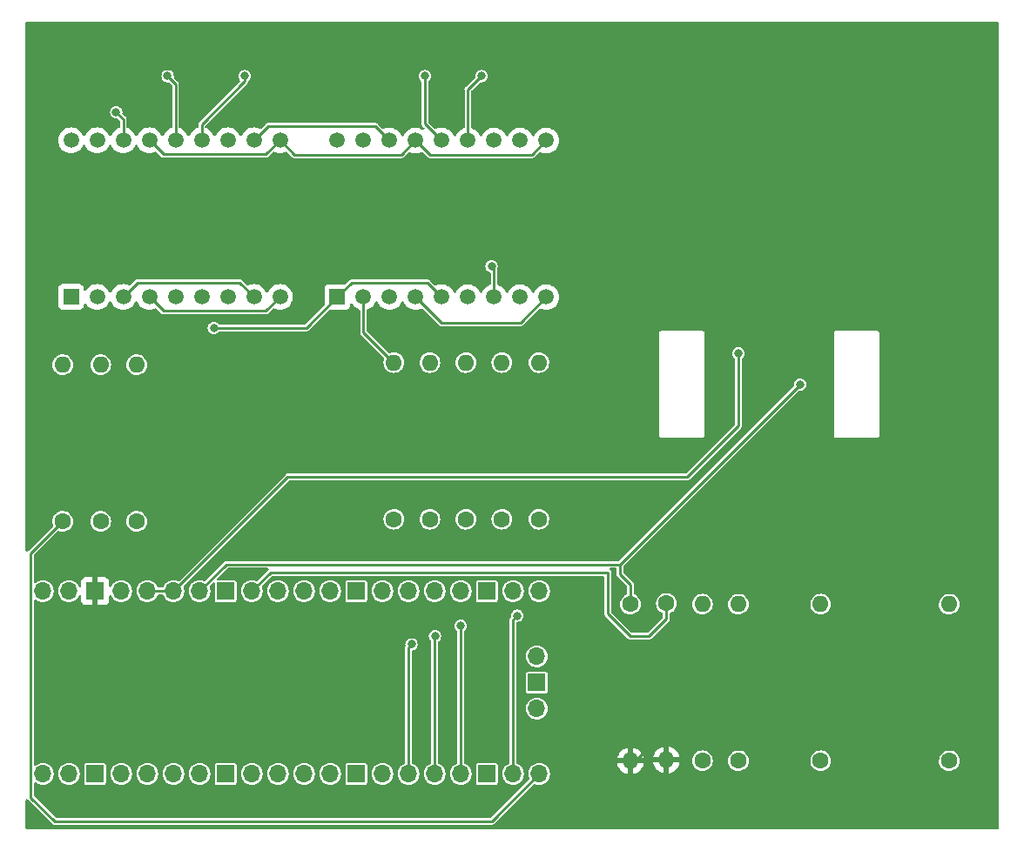
<source format=gbr>
%TF.GenerationSoftware,KiCad,Pcbnew,(6.0.0)*%
%TF.CreationDate,2022-08-12T16:53:37+02:00*%
%TF.ProjectId,PulseOximeter,50756c73-654f-4786-996d-657465722e6b,rev?*%
%TF.SameCoordinates,Original*%
%TF.FileFunction,Copper,L2,Bot*%
%TF.FilePolarity,Positive*%
%FSLAX46Y46*%
G04 Gerber Fmt 4.6, Leading zero omitted, Abs format (unit mm)*
G04 Created by KiCad (PCBNEW (6.0.0)) date 2022-08-12 16:53:37*
%MOMM*%
%LPD*%
G01*
G04 APERTURE LIST*
%TA.AperFunction,ComponentPad*%
%ADD10O,1.600000X1.600000*%
%TD*%
%TA.AperFunction,ComponentPad*%
%ADD11C,1.600000*%
%TD*%
%TA.AperFunction,ComponentPad*%
%ADD12R,1.500000X1.500000*%
%TD*%
%TA.AperFunction,ComponentPad*%
%ADD13C,1.500000*%
%TD*%
%TA.AperFunction,ComponentPad*%
%ADD14O,1.700000X1.700000*%
%TD*%
%TA.AperFunction,ComponentPad*%
%ADD15R,1.700000X1.700000*%
%TD*%
%TA.AperFunction,ViaPad*%
%ADD16C,0.800000*%
%TD*%
%TA.AperFunction,Conductor*%
%ADD17C,0.250000*%
%TD*%
G04 APERTURE END LIST*
D10*
%TO.P,R10,2*%
%TO.N,GND*%
X139500000Y-130040000D03*
D11*
%TO.P,R10,1*%
%TO.N,PHOTOTR_BB*%
X139500000Y-114800000D03*
%TD*%
%TO.P,R9,1*%
%TO.N,PHOTOTR_IR*%
X136000000Y-114880000D03*
D10*
%TO.P,R9,2*%
%TO.N,GND*%
X136000000Y-130120000D03*
%TD*%
D11*
%TO.P,R11,1*%
%TO.N,+5V*%
X143000000Y-130120000D03*
D10*
%TO.P,R11,2*%
%TO.N,Net-(R11-Pad2)*%
X143000000Y-114880000D03*
%TD*%
D11*
%TO.P,R13,1*%
%TO.N,+5V*%
X154500000Y-130120000D03*
D10*
%TO.P,R13,2*%
%TO.N,Net-(R13-Pad2)*%
X154500000Y-114880000D03*
%TD*%
D11*
%TO.P,R12,1*%
%TO.N,+5V*%
X146500000Y-130120000D03*
D10*
%TO.P,R12,2*%
%TO.N,Net-(R12-Pad2)*%
X146500000Y-114880000D03*
%TD*%
D11*
%TO.P,R14,1*%
%TO.N,+5V*%
X167000000Y-130120000D03*
D10*
%TO.P,R14,2*%
%TO.N,Net-(R14-Pad2)*%
X167000000Y-114880000D03*
%TD*%
D11*
%TO.P,R8,1*%
%TO.N,SEG_B*%
X127100000Y-106610000D03*
D10*
%TO.P,R8,2*%
%TO.N,/B*%
X127100000Y-91370000D03*
%TD*%
D11*
%TO.P,R2,1*%
%TO.N,SEG_F*%
X84500000Y-106820000D03*
D10*
%TO.P,R2,2*%
%TO.N,/F*%
X84500000Y-91580000D03*
%TD*%
D12*
%TO.P,U4,1,DIG1_E*%
%TO.N,/E*%
X107500000Y-85000000D03*
D13*
%TO.P,U4,2,DIG1_D*%
%TO.N,/D*%
X110040000Y-85000000D03*
%TO.P,U4,3,DIG1_C*%
%TO.N,/C*%
X112580000Y-85000000D03*
%TO.P,U4,4,DP1*%
%TO.N,/DP*%
X115120000Y-85000000D03*
%TO.P,U4,5,DIG2_E*%
%TO.N,/E*%
X117660000Y-85000000D03*
%TO.P,U4,6,DIG2_D*%
%TO.N,/D*%
X120200000Y-85000000D03*
%TO.P,U4,7,DIG2_G*%
%TO.N,/G*%
X122740000Y-85000000D03*
%TO.P,U4,8,DIG2_C*%
%TO.N,/C*%
X125280000Y-85000000D03*
%TO.P,U4,9,DP2*%
%TO.N,/DP*%
X127820000Y-85000000D03*
%TO.P,U4,10,DIG2_B*%
%TO.N,/B*%
X127820000Y-69760000D03*
%TO.P,U4,11,DIG2_A*%
%TO.N,/A*%
X125280000Y-69760000D03*
%TO.P,U4,12,DIG2_F*%
%TO.N,/F*%
X122740000Y-69760000D03*
%TO.P,U4,13,DIG2_CC*%
%TO.N,Net-(Q4-Pad3)*%
X120200000Y-69760000D03*
%TO.P,U4,14,DIG1_CC*%
%TO.N,Net-(Q3-Pad3)*%
X117660000Y-69760000D03*
%TO.P,U4,15,DIG1_B*%
%TO.N,/B*%
X115120000Y-69760000D03*
%TO.P,U4,16,DIG1_A*%
%TO.N,/A*%
X112580000Y-69760000D03*
%TO.P,U4,17,DIG1_G*%
%TO.N,/G*%
X110040000Y-69760000D03*
%TO.P,U4,18,DIG1_F*%
%TO.N,/F*%
X107500000Y-69760000D03*
%TD*%
%TO.P,U3,18,DIG1_F*%
%TO.N,/F*%
X81610000Y-69740000D03*
%TO.P,U3,17,DIG1_G*%
%TO.N,/G*%
X84150000Y-69740000D03*
%TO.P,U3,16,DIG1_A*%
%TO.N,/A*%
X86690000Y-69740000D03*
%TO.P,U3,15,DIG1_B*%
%TO.N,/B*%
X89230000Y-69740000D03*
%TO.P,U3,14,DIG1_CC*%
%TO.N,Net-(Q1-Pad3)*%
X91770000Y-69740000D03*
%TO.P,U3,13,DIG2_CC*%
%TO.N,Net-(Q2-Pad3)*%
X94310000Y-69740000D03*
%TO.P,U3,12,DIG2_F*%
%TO.N,/F*%
X96850000Y-69740000D03*
%TO.P,U3,11,DIG2_A*%
%TO.N,/A*%
X99390000Y-69740000D03*
%TO.P,U3,10,DIG2_B*%
%TO.N,/B*%
X101930000Y-69740000D03*
%TO.P,U3,9,DP2*%
%TO.N,/DP*%
X101930000Y-84980000D03*
%TO.P,U3,8,DIG2_C*%
%TO.N,/C*%
X99390000Y-84980000D03*
%TO.P,U3,7,DIG2_G*%
%TO.N,/G*%
X96850000Y-84980000D03*
%TO.P,U3,6,DIG2_D*%
%TO.N,/D*%
X94310000Y-84980000D03*
%TO.P,U3,5,DIG2_E*%
%TO.N,/E*%
X91770000Y-84980000D03*
%TO.P,U3,4,DP1*%
%TO.N,/DP*%
X89230000Y-84980000D03*
%TO.P,U3,3,DIG1_C*%
%TO.N,/C*%
X86690000Y-84980000D03*
%TO.P,U3,2,DIG1_D*%
%TO.N,/D*%
X84150000Y-84980000D03*
D12*
%TO.P,U3,1,DIG1_E*%
%TO.N,/E*%
X81610000Y-84980000D03*
%TD*%
D14*
%TO.P,U1,1,GPIO0*%
%TO.N,unconnected-(U1-Pad1)*%
X78870000Y-131390000D03*
%TO.P,U1,2,GPIO1*%
%TO.N,unconnected-(U1-Pad2)*%
X81410000Y-131390000D03*
D15*
%TO.P,U1,3,GND*%
%TO.N,unconnected-(U1-Pad3)*%
X83950000Y-131390000D03*
D14*
%TO.P,U1,4,GPIO2*%
%TO.N,unconnected-(U1-Pad4)*%
X86490000Y-131390000D03*
%TO.P,U1,5,GPIO3*%
%TO.N,unconnected-(U1-Pad5)*%
X89030000Y-131390000D03*
%TO.P,U1,6,GPIO4*%
%TO.N,unconnected-(U1-Pad6)*%
X91570000Y-131390000D03*
%TO.P,U1,7,GPIO5*%
%TO.N,unconnected-(U1-Pad7)*%
X94110000Y-131390000D03*
D15*
%TO.P,U1,8,GND*%
%TO.N,unconnected-(U1-Pad8)*%
X96650000Y-131390000D03*
D14*
%TO.P,U1,9,GPIO6*%
%TO.N,unconnected-(U1-Pad9)*%
X99190000Y-131390000D03*
%TO.P,U1,10,GPIO7*%
%TO.N,TR_I*%
X101730000Y-131390000D03*
%TO.P,U1,11,GPIO8*%
%TO.N,TR_R*%
X104270000Y-131390000D03*
%TO.P,U1,12,GPIO9*%
%TO.N,TR_G*%
X106810000Y-131390000D03*
D15*
%TO.P,U1,13,GND*%
%TO.N,unconnected-(U1-Pad13)*%
X109350000Y-131390000D03*
D14*
%TO.P,U1,14,GPIO10*%
%TO.N,unconnected-(U1-Pad14)*%
X111890000Y-131390000D03*
%TO.P,U1,15,GPIO11*%
%TO.N,DIG_1*%
X114430000Y-131390000D03*
%TO.P,U1,16,GPIO12*%
%TO.N,DIG_2*%
X116970000Y-131390000D03*
%TO.P,U1,17,GPIO13*%
%TO.N,DIG_3*%
X119510000Y-131390000D03*
D15*
%TO.P,U1,18,GND*%
%TO.N,unconnected-(U1-Pad18)*%
X122050000Y-131390000D03*
D14*
%TO.P,U1,19,GPIO14*%
%TO.N,DIG_4*%
X124590000Y-131390000D03*
%TO.P,U1,20,GPIO15*%
%TO.N,SEG_A*%
X127130000Y-131390000D03*
%TO.P,U1,21,GPIO16*%
%TO.N,SEG_B*%
X127130000Y-113610000D03*
%TO.P,U1,22,GPIO17*%
%TO.N,SEG_DP*%
X124590000Y-113610000D03*
D15*
%TO.P,U1,23,GND*%
%TO.N,unconnected-(U1-Pad23)*%
X122050000Y-113610000D03*
D14*
%TO.P,U1,24,GPIO18*%
%TO.N,SEG_C*%
X119510000Y-113610000D03*
%TO.P,U1,25,GPIO19*%
%TO.N,SEG_G*%
X116970000Y-113610000D03*
%TO.P,U1,26,GPIO20*%
%TO.N,SEG_D*%
X114430000Y-113610000D03*
%TO.P,U1,27,GPIO21*%
%TO.N,SEG_E*%
X111890000Y-113610000D03*
D15*
%TO.P,U1,28,GND*%
%TO.N,unconnected-(U1-Pad28)*%
X109350000Y-113610000D03*
D14*
%TO.P,U1,29,GPIO22*%
%TO.N,SEG_F*%
X106810000Y-113610000D03*
%TO.P,U1,30,RUN*%
%TO.N,unconnected-(U1-Pad30)*%
X104270000Y-113610000D03*
%TO.P,U1,31,GPIO26_ADC0*%
%TO.N,unconnected-(U1-Pad31)*%
X101730000Y-113610000D03*
%TO.P,U1,32,GPIO27_ADC1*%
%TO.N,PHOTOTR_BB*%
X99190000Y-113610000D03*
D15*
%TO.P,U1,33,AGND*%
%TO.N,unconnected-(U1-Pad33)*%
X96650000Y-113610000D03*
D14*
%TO.P,U1,34,GPIO28_ADC2*%
%TO.N,PHOTOTR_IR*%
X94110000Y-113610000D03*
%TO.P,U1,35,ADC_VREF*%
%TO.N,+3V3*%
X91570000Y-113610000D03*
%TO.P,U1,36,3V3*%
X89030000Y-113610000D03*
%TO.P,U1,37,3V3_EN*%
%TO.N,unconnected-(U1-Pad37)*%
X86490000Y-113610000D03*
D15*
%TO.P,U1,38,GND*%
%TO.N,GND*%
X83950000Y-113610000D03*
D14*
%TO.P,U1,39,VSYS*%
%TO.N,unconnected-(U1-Pad39)*%
X81410000Y-113610000D03*
%TO.P,U1,40,VBUS*%
%TO.N,+5V*%
X78870000Y-113610000D03*
%TO.P,U1,41,SWCLK*%
%TO.N,unconnected-(U1-Pad41)*%
X126900000Y-125040000D03*
D15*
%TO.P,U1,42,GND*%
%TO.N,unconnected-(U1-Pad42)*%
X126900000Y-122500000D03*
D14*
%TO.P,U1,43,SWDIO*%
%TO.N,unconnected-(U1-Pad43)*%
X126900000Y-119960000D03*
%TD*%
D11*
%TO.P,R5,1*%
%TO.N,SEG_G*%
X116500000Y-106620000D03*
D10*
%TO.P,R5,2*%
%TO.N,/G*%
X116500000Y-91380000D03*
%TD*%
D11*
%TO.P,R3,1*%
%TO.N,SEG_E*%
X88000000Y-106820000D03*
D10*
%TO.P,R3,2*%
%TO.N,/E*%
X88000000Y-91580000D03*
%TD*%
D11*
%TO.P,R4,1*%
%TO.N,SEG_D*%
X113000000Y-106620000D03*
D10*
%TO.P,R4,2*%
%TO.N,/D*%
X113000000Y-91380000D03*
%TD*%
D11*
%TO.P,R6,1*%
%TO.N,SEG_C*%
X120000000Y-106620000D03*
D10*
%TO.P,R6,2*%
%TO.N,/C*%
X120000000Y-91380000D03*
%TD*%
D11*
%TO.P,R7,1*%
%TO.N,SEG_DP*%
X123500000Y-106620000D03*
D10*
%TO.P,R7,2*%
%TO.N,/DP*%
X123500000Y-91380000D03*
%TD*%
D11*
%TO.P,R1,1*%
%TO.N,SEG_A*%
X80800000Y-106820000D03*
D10*
%TO.P,R1,2*%
%TO.N,/A*%
X80800000Y-91580000D03*
%TD*%
D16*
%TO.N,PHOTOTR_IR*%
X152500000Y-93500000D03*
%TO.N,GND*%
X164000000Y-125500000D03*
X159500000Y-125500000D03*
X151500000Y-125500000D03*
%TO.N,+3V3*%
X146500000Y-90500000D03*
%TO.N,DIG_1*%
X114714511Y-118785489D03*
%TO.N,GND*%
X112000000Y-63000000D03*
X118000000Y-63000000D03*
X95000000Y-63000000D03*
X87000000Y-63000000D03*
%TO.N,Net-(Q1-Pad3)*%
X91000000Y-63500000D03*
%TO.N,DIG_2*%
X117000000Y-118000000D03*
%TO.N,Net-(Q3-Pad3)*%
X116000000Y-63500000D03*
%TO.N,DIG_3*%
X119500000Y-117000000D03*
%TO.N,Net-(Q2-Pad3)*%
X98500000Y-63500000D03*
%TO.N,DIG_4*%
X125000000Y-116000000D03*
%TO.N,Net-(Q4-Pad3)*%
X121500000Y-63500000D03*
%TO.N,/G*%
X122500000Y-82000000D03*
%TO.N,/E*%
X95500000Y-88000000D03*
%TO.N,/A*%
X86000000Y-67000000D03*
%TD*%
D17*
%TO.N,+3V3*%
X141500000Y-102500000D02*
X146500000Y-97500000D01*
X102680000Y-102500000D02*
X141500000Y-102500000D01*
X146500000Y-97500000D02*
X146500000Y-90500000D01*
X91570000Y-113610000D02*
X102680000Y-102500000D01*
%TO.N,PHOTOTR_IR*%
X135000000Y-112000000D02*
X135000000Y-111000000D01*
X136000000Y-113000000D02*
X135000000Y-112000000D01*
X135000000Y-111000000D02*
X134000000Y-111000000D01*
X152500000Y-93500000D02*
X135000000Y-111000000D01*
%TO.N,GND*%
X159500000Y-125500000D02*
X164000000Y-125500000D01*
X151500000Y-125500000D02*
X159500000Y-125500000D01*
X148000000Y-125500000D02*
X151500000Y-125500000D01*
%TO.N,PHOTOTR_IR*%
X136000000Y-113000000D02*
X136000000Y-114880000D01*
%TO.N,PHOTOTR_BB*%
X139500000Y-116300000D02*
X139500000Y-114800000D01*
X133800000Y-111800000D02*
X133800000Y-115800000D01*
X133800000Y-115800000D02*
X136000000Y-118000000D01*
X136000000Y-118000000D02*
X137800000Y-118000000D01*
X137800000Y-118000000D02*
X139500000Y-116300000D01*
X101000000Y-111800000D02*
X133800000Y-111800000D01*
X99190000Y-113610000D02*
X101000000Y-111800000D01*
%TO.N,PHOTOTR_IR*%
X134000000Y-111000000D02*
X96720000Y-111000000D01*
%TO.N,DIG_1*%
X114430000Y-131390000D02*
X114430000Y-119070000D01*
X114430000Y-119070000D02*
X114714511Y-118785489D01*
%TO.N,GND*%
X136000000Y-130620000D02*
X139120000Y-127500000D01*
X139120000Y-127500000D02*
X139500000Y-127500000D01*
X139500000Y-127500000D02*
X146000000Y-127500000D01*
X146000000Y-127500000D02*
X148000000Y-125500000D01*
%TO.N,Net-(Q1-Pad3)*%
X91770000Y-69740000D02*
X91770000Y-64270000D01*
X91770000Y-64270000D02*
X91000000Y-63500000D01*
%TO.N,DIG_2*%
X116970000Y-118030000D02*
X117000000Y-118000000D01*
X116970000Y-131390000D02*
X116970000Y-118030000D01*
%TO.N,Net-(Q3-Pad3)*%
X116000000Y-68100000D02*
X116000000Y-63500000D01*
X117660000Y-69760000D02*
X116000000Y-68100000D01*
%TO.N,DIG_3*%
X119510000Y-131390000D02*
X119510000Y-117010000D01*
X119510000Y-117010000D02*
X119500000Y-117000000D01*
%TO.N,Net-(Q2-Pad3)*%
X98500000Y-64000000D02*
X98500000Y-63500000D01*
X94310000Y-68190000D02*
X98500000Y-64000000D01*
X94310000Y-69740000D02*
X94310000Y-68190000D01*
%TO.N,DIG_4*%
X124590000Y-131390000D02*
X124590000Y-116410000D01*
X124590000Y-116410000D02*
X125000000Y-116000000D01*
%TO.N,Net-(Q4-Pad3)*%
X120200000Y-64800000D02*
X121500000Y-63500000D01*
X120200000Y-69760000D02*
X120200000Y-64800000D01*
%TO.N,SEG_A*%
X80800000Y-106820000D02*
X77695489Y-109924511D01*
X80000000Y-136000000D02*
X122520000Y-136000000D01*
X77695489Y-109924511D02*
X77695489Y-133695489D01*
X77695489Y-133695489D02*
X80000000Y-136000000D01*
X122520000Y-136000000D02*
X127130000Y-131390000D01*
%TO.N,PHOTOTR_IR*%
X94110000Y-113610000D02*
X96720000Y-111000000D01*
%TO.N,+3V3*%
X91570000Y-113610000D02*
X89030000Y-113610000D01*
%TO.N,/DP*%
X117620000Y-87500000D02*
X125320000Y-87500000D01*
X125320000Y-87500000D02*
X127820000Y-85000000D01*
X115120000Y-85000000D02*
X117620000Y-87500000D01*
X90604511Y-86354511D02*
X89230000Y-84980000D01*
X101930000Y-84980000D02*
X100555489Y-86354511D01*
X100555489Y-86354511D02*
X90604511Y-86354511D01*
%TO.N,/G*%
X122740000Y-82240000D02*
X122740000Y-85000000D01*
X122500000Y-82000000D02*
X122740000Y-82240000D01*
%TO.N,/E*%
X104500000Y-88000000D02*
X107500000Y-85000000D01*
X95500000Y-88000000D02*
X104500000Y-88000000D01*
X108874511Y-83625489D02*
X107500000Y-85000000D01*
X117660000Y-85000000D02*
X116285489Y-83625489D01*
X116285489Y-83625489D02*
X108874511Y-83625489D01*
%TO.N,/D*%
X110040000Y-88420000D02*
X113000000Y-91380000D01*
X110040000Y-85000000D02*
X110040000Y-88420000D01*
%TO.N,/C*%
X98015489Y-83605489D02*
X88064511Y-83605489D01*
X88064511Y-83605489D02*
X86690000Y-84980000D01*
X99390000Y-84980000D02*
X98015489Y-83605489D01*
%TO.N,/B*%
X101930000Y-69740000D02*
X103324511Y-71134511D01*
X90604511Y-71114511D02*
X100555489Y-71114511D01*
X89230000Y-69740000D02*
X90604511Y-71114511D01*
X103324511Y-71134511D02*
X113745489Y-71134511D01*
X116494511Y-71134511D02*
X126445489Y-71134511D01*
X126445489Y-71134511D02*
X127820000Y-69760000D01*
X113745489Y-71134511D02*
X115120000Y-69760000D01*
X115120000Y-69760000D02*
X116494511Y-71134511D01*
X100555489Y-71114511D02*
X101930000Y-69740000D01*
%TO.N,/A*%
X100744511Y-68385489D02*
X111205489Y-68385489D01*
X86690000Y-67690000D02*
X86690000Y-69740000D01*
X86000000Y-67000000D02*
X86690000Y-67690000D01*
X99390000Y-69740000D02*
X100744511Y-68385489D01*
X111205489Y-68385489D02*
X112580000Y-69760000D01*
%TD*%
%TA.AperFunction,Conductor*%
%TO.N,GND*%
G36*
X171742121Y-58220002D02*
G01*
X171788614Y-58273658D01*
X171800000Y-58326000D01*
X171800000Y-136674000D01*
X171779998Y-136742121D01*
X171726342Y-136788614D01*
X171674000Y-136800000D01*
X77326000Y-136800000D01*
X77257879Y-136779998D01*
X77211386Y-136726342D01*
X77200000Y-136674000D01*
X77200000Y-133958515D01*
X77220002Y-133890394D01*
X77273658Y-133843901D01*
X77343932Y-133833797D01*
X77408512Y-133863291D01*
X77435120Y-133895517D01*
X77442295Y-133907944D01*
X77450740Y-133915030D01*
X77471171Y-133932174D01*
X77479274Y-133939600D01*
X79755889Y-136216215D01*
X79763315Y-136224318D01*
X79787545Y-136253194D01*
X79797094Y-136258707D01*
X79820185Y-136272039D01*
X79829456Y-136277945D01*
X79860316Y-136299554D01*
X79870966Y-136302408D01*
X79874134Y-136303885D01*
X79877410Y-136305077D01*
X79886955Y-136310588D01*
X79920699Y-136316538D01*
X79924058Y-136317130D01*
X79934785Y-136319508D01*
X79971193Y-136329264D01*
X79982169Y-136328304D01*
X79982172Y-136328304D01*
X80008743Y-136325979D01*
X80019724Y-136325500D01*
X122500290Y-136325500D01*
X122511272Y-136325980D01*
X122537820Y-136328303D01*
X122537822Y-136328303D01*
X122548807Y-136329264D01*
X122585215Y-136319508D01*
X122595942Y-136317130D01*
X122599301Y-136316538D01*
X122633045Y-136310588D01*
X122642590Y-136305077D01*
X122645866Y-136303885D01*
X122649034Y-136302408D01*
X122659684Y-136299554D01*
X122690544Y-136277945D01*
X122699815Y-136272039D01*
X122722906Y-136258707D01*
X122732455Y-136253194D01*
X122756685Y-136224317D01*
X122764111Y-136216215D01*
X126589122Y-132391204D01*
X126651434Y-132357178D01*
X126717151Y-132360466D01*
X126903329Y-132420959D01*
X127107894Y-132445351D01*
X127114029Y-132444879D01*
X127114031Y-132444879D01*
X127186625Y-132439293D01*
X127313300Y-132429546D01*
X127319230Y-132427890D01*
X127319232Y-132427890D01*
X127505797Y-132375800D01*
X127505796Y-132375800D01*
X127511725Y-132374145D01*
X127517214Y-132371372D01*
X127517220Y-132371370D01*
X127690116Y-132284033D01*
X127695610Y-132281258D01*
X127857951Y-132154424D01*
X127992564Y-131998472D01*
X128013387Y-131961818D01*
X128067741Y-131866136D01*
X128094323Y-131819344D01*
X128159351Y-131623863D01*
X128185171Y-131419474D01*
X128185583Y-131390000D01*
X128165480Y-131184970D01*
X128105935Y-130987749D01*
X128009218Y-130805849D01*
X127915966Y-130691511D01*
X127882906Y-130650975D01*
X127882903Y-130650972D01*
X127879011Y-130646200D01*
X127861786Y-130631950D01*
X127725025Y-130518811D01*
X127725021Y-130518809D01*
X127720275Y-130514882D01*
X127539055Y-130416897D01*
X127440929Y-130386522D01*
X134717273Y-130386522D01*
X134764764Y-130563761D01*
X134768510Y-130574053D01*
X134860586Y-130771511D01*
X134866069Y-130781007D01*
X134991028Y-130959467D01*
X134998084Y-130967875D01*
X135152125Y-131121916D01*
X135160533Y-131128972D01*
X135338993Y-131253931D01*
X135348489Y-131259414D01*
X135545947Y-131351490D01*
X135556239Y-131355236D01*
X135728503Y-131401394D01*
X135742599Y-131401058D01*
X135746000Y-131393116D01*
X135746000Y-131387967D01*
X136254000Y-131387967D01*
X136257973Y-131401498D01*
X136266522Y-131402727D01*
X136443761Y-131355236D01*
X136454053Y-131351490D01*
X136651511Y-131259414D01*
X136661007Y-131253931D01*
X136839467Y-131128972D01*
X136847875Y-131121916D01*
X137001916Y-130967875D01*
X137008972Y-130959467D01*
X137133931Y-130781007D01*
X137139414Y-130771511D01*
X137231490Y-130574053D01*
X137235236Y-130563761D01*
X137281394Y-130391497D01*
X137281058Y-130377401D01*
X137273116Y-130374000D01*
X136272115Y-130374000D01*
X136256876Y-130378475D01*
X136255671Y-130379865D01*
X136254000Y-130387548D01*
X136254000Y-131387967D01*
X135746000Y-131387967D01*
X135746000Y-130392115D01*
X135741525Y-130376876D01*
X135740135Y-130375671D01*
X135732452Y-130374000D01*
X134732033Y-130374000D01*
X134718502Y-130377973D01*
X134717273Y-130386522D01*
X127440929Y-130386522D01*
X127342254Y-130355977D01*
X127336129Y-130355333D01*
X127336128Y-130355333D01*
X127143498Y-130335087D01*
X127143496Y-130335087D01*
X127137369Y-130334443D01*
X127050529Y-130342346D01*
X126938342Y-130352555D01*
X126938339Y-130352556D01*
X126932203Y-130353114D01*
X126734572Y-130411280D01*
X126552002Y-130506726D01*
X126547201Y-130510586D01*
X126547198Y-130510588D01*
X126468016Y-130574252D01*
X126391447Y-130635815D01*
X126259024Y-130793630D01*
X126256056Y-130799028D01*
X126256053Y-130799033D01*
X126177709Y-130941542D01*
X126159776Y-130974162D01*
X126097484Y-131170532D01*
X126096798Y-131176649D01*
X126096797Y-131176653D01*
X126080413Y-131322727D01*
X126074520Y-131375262D01*
X126091759Y-131580553D01*
X126148544Y-131778586D01*
X126151362Y-131784069D01*
X126151365Y-131784077D01*
X126151545Y-131784428D01*
X126151584Y-131784630D01*
X126153630Y-131789799D01*
X126152647Y-131790188D01*
X126164886Y-131854160D01*
X126138409Y-131920034D01*
X126128568Y-131931106D01*
X122422079Y-135637595D01*
X122359767Y-135671621D01*
X122332984Y-135674500D01*
X80187016Y-135674500D01*
X80118895Y-135654498D01*
X80097921Y-135637595D01*
X78057894Y-133597568D01*
X78023868Y-133535256D01*
X78020989Y-133508473D01*
X78020989Y-132319628D01*
X78040991Y-132251507D01*
X78094647Y-132205014D01*
X78164921Y-132194910D01*
X78228652Y-132223675D01*
X78267564Y-132256791D01*
X78447398Y-132357297D01*
X78531280Y-132384552D01*
X78637471Y-132419056D01*
X78637475Y-132419057D01*
X78643329Y-132420959D01*
X78847894Y-132445351D01*
X78854029Y-132444879D01*
X78854031Y-132444879D01*
X78926625Y-132439293D01*
X79053300Y-132429546D01*
X79059230Y-132427890D01*
X79059232Y-132427890D01*
X79245797Y-132375800D01*
X79245796Y-132375800D01*
X79251725Y-132374145D01*
X79257214Y-132371372D01*
X79257220Y-132371370D01*
X79430116Y-132284033D01*
X79435610Y-132281258D01*
X79597951Y-132154424D01*
X79732564Y-131998472D01*
X79753387Y-131961818D01*
X79807741Y-131866136D01*
X79834323Y-131819344D01*
X79899351Y-131623863D01*
X79925171Y-131419474D01*
X79925583Y-131390000D01*
X79924138Y-131375262D01*
X80354520Y-131375262D01*
X80371759Y-131580553D01*
X80428544Y-131778586D01*
X80431359Y-131784063D01*
X80431360Y-131784066D01*
X80473538Y-131866136D01*
X80522712Y-131961818D01*
X80650677Y-132123270D01*
X80807564Y-132256791D01*
X80987398Y-132357297D01*
X81071280Y-132384552D01*
X81177471Y-132419056D01*
X81177475Y-132419057D01*
X81183329Y-132420959D01*
X81387894Y-132445351D01*
X81394029Y-132444879D01*
X81394031Y-132444879D01*
X81466625Y-132439293D01*
X81593300Y-132429546D01*
X81599230Y-132427890D01*
X81599232Y-132427890D01*
X81785797Y-132375800D01*
X81785796Y-132375800D01*
X81791725Y-132374145D01*
X81797214Y-132371372D01*
X81797220Y-132371370D01*
X81970116Y-132284033D01*
X81975610Y-132281258D01*
X82003142Y-132259748D01*
X82899500Y-132259748D01*
X82900707Y-132265816D01*
X82904331Y-132284033D01*
X82911133Y-132318231D01*
X82955448Y-132384552D01*
X83021769Y-132428867D01*
X83033938Y-132431288D01*
X83033939Y-132431288D01*
X83074184Y-132439293D01*
X83080252Y-132440500D01*
X84819748Y-132440500D01*
X84825816Y-132439293D01*
X84866061Y-132431288D01*
X84866062Y-132431288D01*
X84878231Y-132428867D01*
X84944552Y-132384552D01*
X84988867Y-132318231D01*
X84995670Y-132284033D01*
X84999293Y-132265816D01*
X85000500Y-132259748D01*
X85000500Y-131375262D01*
X85434520Y-131375262D01*
X85451759Y-131580553D01*
X85508544Y-131778586D01*
X85511359Y-131784063D01*
X85511360Y-131784066D01*
X85553538Y-131866136D01*
X85602712Y-131961818D01*
X85730677Y-132123270D01*
X85887564Y-132256791D01*
X86067398Y-132357297D01*
X86151280Y-132384552D01*
X86257471Y-132419056D01*
X86257475Y-132419057D01*
X86263329Y-132420959D01*
X86467894Y-132445351D01*
X86474029Y-132444879D01*
X86474031Y-132444879D01*
X86546625Y-132439293D01*
X86673300Y-132429546D01*
X86679230Y-132427890D01*
X86679232Y-132427890D01*
X86865797Y-132375800D01*
X86865796Y-132375800D01*
X86871725Y-132374145D01*
X86877214Y-132371372D01*
X86877220Y-132371370D01*
X87050116Y-132284033D01*
X87055610Y-132281258D01*
X87217951Y-132154424D01*
X87352564Y-131998472D01*
X87373387Y-131961818D01*
X87427741Y-131866136D01*
X87454323Y-131819344D01*
X87519351Y-131623863D01*
X87545171Y-131419474D01*
X87545583Y-131390000D01*
X87544138Y-131375262D01*
X87974520Y-131375262D01*
X87991759Y-131580553D01*
X88048544Y-131778586D01*
X88051359Y-131784063D01*
X88051360Y-131784066D01*
X88093538Y-131866136D01*
X88142712Y-131961818D01*
X88270677Y-132123270D01*
X88427564Y-132256791D01*
X88607398Y-132357297D01*
X88691280Y-132384552D01*
X88797471Y-132419056D01*
X88797475Y-132419057D01*
X88803329Y-132420959D01*
X89007894Y-132445351D01*
X89014029Y-132444879D01*
X89014031Y-132444879D01*
X89086625Y-132439293D01*
X89213300Y-132429546D01*
X89219230Y-132427890D01*
X89219232Y-132427890D01*
X89405797Y-132375800D01*
X89405796Y-132375800D01*
X89411725Y-132374145D01*
X89417214Y-132371372D01*
X89417220Y-132371370D01*
X89590116Y-132284033D01*
X89595610Y-132281258D01*
X89757951Y-132154424D01*
X89892564Y-131998472D01*
X89913387Y-131961818D01*
X89967741Y-131866136D01*
X89994323Y-131819344D01*
X90059351Y-131623863D01*
X90085171Y-131419474D01*
X90085583Y-131390000D01*
X90084138Y-131375262D01*
X90514520Y-131375262D01*
X90531759Y-131580553D01*
X90588544Y-131778586D01*
X90591359Y-131784063D01*
X90591360Y-131784066D01*
X90633538Y-131866136D01*
X90682712Y-131961818D01*
X90810677Y-132123270D01*
X90967564Y-132256791D01*
X91147398Y-132357297D01*
X91231280Y-132384552D01*
X91337471Y-132419056D01*
X91337475Y-132419057D01*
X91343329Y-132420959D01*
X91547894Y-132445351D01*
X91554029Y-132444879D01*
X91554031Y-132444879D01*
X91626625Y-132439293D01*
X91753300Y-132429546D01*
X91759230Y-132427890D01*
X91759232Y-132427890D01*
X91945797Y-132375800D01*
X91945796Y-132375800D01*
X91951725Y-132374145D01*
X91957214Y-132371372D01*
X91957220Y-132371370D01*
X92130116Y-132284033D01*
X92135610Y-132281258D01*
X92297951Y-132154424D01*
X92432564Y-131998472D01*
X92453387Y-131961818D01*
X92507741Y-131866136D01*
X92534323Y-131819344D01*
X92599351Y-131623863D01*
X92625171Y-131419474D01*
X92625583Y-131390000D01*
X92624138Y-131375262D01*
X93054520Y-131375262D01*
X93071759Y-131580553D01*
X93128544Y-131778586D01*
X93131359Y-131784063D01*
X93131360Y-131784066D01*
X93173538Y-131866136D01*
X93222712Y-131961818D01*
X93350677Y-132123270D01*
X93507564Y-132256791D01*
X93687398Y-132357297D01*
X93771280Y-132384552D01*
X93877471Y-132419056D01*
X93877475Y-132419057D01*
X93883329Y-132420959D01*
X94087894Y-132445351D01*
X94094029Y-132444879D01*
X94094031Y-132444879D01*
X94166625Y-132439293D01*
X94293300Y-132429546D01*
X94299230Y-132427890D01*
X94299232Y-132427890D01*
X94485797Y-132375800D01*
X94485796Y-132375800D01*
X94491725Y-132374145D01*
X94497214Y-132371372D01*
X94497220Y-132371370D01*
X94670116Y-132284033D01*
X94675610Y-132281258D01*
X94703142Y-132259748D01*
X95599500Y-132259748D01*
X95600707Y-132265816D01*
X95604331Y-132284033D01*
X95611133Y-132318231D01*
X95655448Y-132384552D01*
X95721769Y-132428867D01*
X95733938Y-132431288D01*
X95733939Y-132431288D01*
X95774184Y-132439293D01*
X95780252Y-132440500D01*
X97519748Y-132440500D01*
X97525816Y-132439293D01*
X97566061Y-132431288D01*
X97566062Y-132431288D01*
X97578231Y-132428867D01*
X97644552Y-132384552D01*
X97688867Y-132318231D01*
X97695670Y-132284033D01*
X97699293Y-132265816D01*
X97700500Y-132259748D01*
X97700500Y-131375262D01*
X98134520Y-131375262D01*
X98151759Y-131580553D01*
X98208544Y-131778586D01*
X98211359Y-131784063D01*
X98211360Y-131784066D01*
X98253538Y-131866136D01*
X98302712Y-131961818D01*
X98430677Y-132123270D01*
X98587564Y-132256791D01*
X98767398Y-132357297D01*
X98851280Y-132384552D01*
X98957471Y-132419056D01*
X98957475Y-132419057D01*
X98963329Y-132420959D01*
X99167894Y-132445351D01*
X99174029Y-132444879D01*
X99174031Y-132444879D01*
X99246625Y-132439293D01*
X99373300Y-132429546D01*
X99379230Y-132427890D01*
X99379232Y-132427890D01*
X99565797Y-132375800D01*
X99565796Y-132375800D01*
X99571725Y-132374145D01*
X99577214Y-132371372D01*
X99577220Y-132371370D01*
X99750116Y-132284033D01*
X99755610Y-132281258D01*
X99917951Y-132154424D01*
X100052564Y-131998472D01*
X100073387Y-131961818D01*
X100127741Y-131866136D01*
X100154323Y-131819344D01*
X100219351Y-131623863D01*
X100245171Y-131419474D01*
X100245583Y-131390000D01*
X100244138Y-131375262D01*
X100674520Y-131375262D01*
X100691759Y-131580553D01*
X100748544Y-131778586D01*
X100751359Y-131784063D01*
X100751360Y-131784066D01*
X100793538Y-131866136D01*
X100842712Y-131961818D01*
X100970677Y-132123270D01*
X101127564Y-132256791D01*
X101307398Y-132357297D01*
X101391280Y-132384552D01*
X101497471Y-132419056D01*
X101497475Y-132419057D01*
X101503329Y-132420959D01*
X101707894Y-132445351D01*
X101714029Y-132444879D01*
X101714031Y-132444879D01*
X101786625Y-132439293D01*
X101913300Y-132429546D01*
X101919230Y-132427890D01*
X101919232Y-132427890D01*
X102105797Y-132375800D01*
X102105796Y-132375800D01*
X102111725Y-132374145D01*
X102117214Y-132371372D01*
X102117220Y-132371370D01*
X102290116Y-132284033D01*
X102295610Y-132281258D01*
X102457951Y-132154424D01*
X102592564Y-131998472D01*
X102613387Y-131961818D01*
X102667741Y-131866136D01*
X102694323Y-131819344D01*
X102759351Y-131623863D01*
X102785171Y-131419474D01*
X102785583Y-131390000D01*
X102784138Y-131375262D01*
X103214520Y-131375262D01*
X103231759Y-131580553D01*
X103288544Y-131778586D01*
X103291359Y-131784063D01*
X103291360Y-131784066D01*
X103333538Y-131866136D01*
X103382712Y-131961818D01*
X103510677Y-132123270D01*
X103667564Y-132256791D01*
X103847398Y-132357297D01*
X103931280Y-132384552D01*
X104037471Y-132419056D01*
X104037475Y-132419057D01*
X104043329Y-132420959D01*
X104247894Y-132445351D01*
X104254029Y-132444879D01*
X104254031Y-132444879D01*
X104326625Y-132439293D01*
X104453300Y-132429546D01*
X104459230Y-132427890D01*
X104459232Y-132427890D01*
X104645797Y-132375800D01*
X104645796Y-132375800D01*
X104651725Y-132374145D01*
X104657214Y-132371372D01*
X104657220Y-132371370D01*
X104830116Y-132284033D01*
X104835610Y-132281258D01*
X104997951Y-132154424D01*
X105132564Y-131998472D01*
X105153387Y-131961818D01*
X105207741Y-131866136D01*
X105234323Y-131819344D01*
X105299351Y-131623863D01*
X105325171Y-131419474D01*
X105325583Y-131390000D01*
X105324138Y-131375262D01*
X105754520Y-131375262D01*
X105771759Y-131580553D01*
X105828544Y-131778586D01*
X105831359Y-131784063D01*
X105831360Y-131784066D01*
X105873538Y-131866136D01*
X105922712Y-131961818D01*
X106050677Y-132123270D01*
X106207564Y-132256791D01*
X106387398Y-132357297D01*
X106471280Y-132384552D01*
X106577471Y-132419056D01*
X106577475Y-132419057D01*
X106583329Y-132420959D01*
X106787894Y-132445351D01*
X106794029Y-132444879D01*
X106794031Y-132444879D01*
X106866625Y-132439293D01*
X106993300Y-132429546D01*
X106999230Y-132427890D01*
X106999232Y-132427890D01*
X107185797Y-132375800D01*
X107185796Y-132375800D01*
X107191725Y-132374145D01*
X107197214Y-132371372D01*
X107197220Y-132371370D01*
X107370116Y-132284033D01*
X107375610Y-132281258D01*
X107403142Y-132259748D01*
X108299500Y-132259748D01*
X108300707Y-132265816D01*
X108304331Y-132284033D01*
X108311133Y-132318231D01*
X108355448Y-132384552D01*
X108421769Y-132428867D01*
X108433938Y-132431288D01*
X108433939Y-132431288D01*
X108474184Y-132439293D01*
X108480252Y-132440500D01*
X110219748Y-132440500D01*
X110225816Y-132439293D01*
X110266061Y-132431288D01*
X110266062Y-132431288D01*
X110278231Y-132428867D01*
X110344552Y-132384552D01*
X110388867Y-132318231D01*
X110395670Y-132284033D01*
X110399293Y-132265816D01*
X110400500Y-132259748D01*
X110400500Y-131375262D01*
X110834520Y-131375262D01*
X110851759Y-131580553D01*
X110908544Y-131778586D01*
X110911359Y-131784063D01*
X110911360Y-131784066D01*
X110953538Y-131866136D01*
X111002712Y-131961818D01*
X111130677Y-132123270D01*
X111287564Y-132256791D01*
X111467398Y-132357297D01*
X111551280Y-132384552D01*
X111657471Y-132419056D01*
X111657475Y-132419057D01*
X111663329Y-132420959D01*
X111867894Y-132445351D01*
X111874029Y-132444879D01*
X111874031Y-132444879D01*
X111946625Y-132439293D01*
X112073300Y-132429546D01*
X112079230Y-132427890D01*
X112079232Y-132427890D01*
X112265797Y-132375800D01*
X112265796Y-132375800D01*
X112271725Y-132374145D01*
X112277214Y-132371372D01*
X112277220Y-132371370D01*
X112450116Y-132284033D01*
X112455610Y-132281258D01*
X112617951Y-132154424D01*
X112752564Y-131998472D01*
X112773387Y-131961818D01*
X112827741Y-131866136D01*
X112854323Y-131819344D01*
X112919351Y-131623863D01*
X112945171Y-131419474D01*
X112945583Y-131390000D01*
X112944138Y-131375262D01*
X113374520Y-131375262D01*
X113391759Y-131580553D01*
X113448544Y-131778586D01*
X113451359Y-131784063D01*
X113451360Y-131784066D01*
X113493538Y-131866136D01*
X113542712Y-131961818D01*
X113670677Y-132123270D01*
X113827564Y-132256791D01*
X114007398Y-132357297D01*
X114091280Y-132384552D01*
X114197471Y-132419056D01*
X114197475Y-132419057D01*
X114203329Y-132420959D01*
X114407894Y-132445351D01*
X114414029Y-132444879D01*
X114414031Y-132444879D01*
X114486625Y-132439293D01*
X114613300Y-132429546D01*
X114619230Y-132427890D01*
X114619232Y-132427890D01*
X114805797Y-132375800D01*
X114805796Y-132375800D01*
X114811725Y-132374145D01*
X114817214Y-132371372D01*
X114817220Y-132371370D01*
X114990116Y-132284033D01*
X114995610Y-132281258D01*
X115157951Y-132154424D01*
X115292564Y-131998472D01*
X115313387Y-131961818D01*
X115367741Y-131866136D01*
X115394323Y-131819344D01*
X115459351Y-131623863D01*
X115485171Y-131419474D01*
X115485583Y-131390000D01*
X115484138Y-131375262D01*
X115914520Y-131375262D01*
X115931759Y-131580553D01*
X115988544Y-131778586D01*
X115991359Y-131784063D01*
X115991360Y-131784066D01*
X116033538Y-131866136D01*
X116082712Y-131961818D01*
X116210677Y-132123270D01*
X116367564Y-132256791D01*
X116547398Y-132357297D01*
X116631280Y-132384552D01*
X116737471Y-132419056D01*
X116737475Y-132419057D01*
X116743329Y-132420959D01*
X116947894Y-132445351D01*
X116954029Y-132444879D01*
X116954031Y-132444879D01*
X117026625Y-132439293D01*
X117153300Y-132429546D01*
X117159230Y-132427890D01*
X117159232Y-132427890D01*
X117345797Y-132375800D01*
X117345796Y-132375800D01*
X117351725Y-132374145D01*
X117357214Y-132371372D01*
X117357220Y-132371370D01*
X117530116Y-132284033D01*
X117535610Y-132281258D01*
X117697951Y-132154424D01*
X117832564Y-131998472D01*
X117853387Y-131961818D01*
X117907741Y-131866136D01*
X117934323Y-131819344D01*
X117999351Y-131623863D01*
X118025171Y-131419474D01*
X118025583Y-131390000D01*
X118024138Y-131375262D01*
X118454520Y-131375262D01*
X118471759Y-131580553D01*
X118528544Y-131778586D01*
X118531359Y-131784063D01*
X118531360Y-131784066D01*
X118573538Y-131866136D01*
X118622712Y-131961818D01*
X118750677Y-132123270D01*
X118907564Y-132256791D01*
X119087398Y-132357297D01*
X119171280Y-132384552D01*
X119277471Y-132419056D01*
X119277475Y-132419057D01*
X119283329Y-132420959D01*
X119487894Y-132445351D01*
X119494029Y-132444879D01*
X119494031Y-132444879D01*
X119566625Y-132439293D01*
X119693300Y-132429546D01*
X119699230Y-132427890D01*
X119699232Y-132427890D01*
X119885797Y-132375800D01*
X119885796Y-132375800D01*
X119891725Y-132374145D01*
X119897214Y-132371372D01*
X119897220Y-132371370D01*
X120070116Y-132284033D01*
X120075610Y-132281258D01*
X120103142Y-132259748D01*
X120999500Y-132259748D01*
X121000707Y-132265816D01*
X121004331Y-132284033D01*
X121011133Y-132318231D01*
X121055448Y-132384552D01*
X121121769Y-132428867D01*
X121133938Y-132431288D01*
X121133939Y-132431288D01*
X121174184Y-132439293D01*
X121180252Y-132440500D01*
X122919748Y-132440500D01*
X122925816Y-132439293D01*
X122966061Y-132431288D01*
X122966062Y-132431288D01*
X122978231Y-132428867D01*
X123044552Y-132384552D01*
X123088867Y-132318231D01*
X123095670Y-132284033D01*
X123099293Y-132265816D01*
X123100500Y-132259748D01*
X123100500Y-131375262D01*
X123534520Y-131375262D01*
X123551759Y-131580553D01*
X123608544Y-131778586D01*
X123611359Y-131784063D01*
X123611360Y-131784066D01*
X123653538Y-131866136D01*
X123702712Y-131961818D01*
X123830677Y-132123270D01*
X123987564Y-132256791D01*
X124167398Y-132357297D01*
X124251280Y-132384552D01*
X124357471Y-132419056D01*
X124357475Y-132419057D01*
X124363329Y-132420959D01*
X124567894Y-132445351D01*
X124574029Y-132444879D01*
X124574031Y-132444879D01*
X124646625Y-132439293D01*
X124773300Y-132429546D01*
X124779230Y-132427890D01*
X124779232Y-132427890D01*
X124965797Y-132375800D01*
X124965796Y-132375800D01*
X124971725Y-132374145D01*
X124977214Y-132371372D01*
X124977220Y-132371370D01*
X125150116Y-132284033D01*
X125155610Y-132281258D01*
X125317951Y-132154424D01*
X125452564Y-131998472D01*
X125473387Y-131961818D01*
X125527741Y-131866136D01*
X125554323Y-131819344D01*
X125619351Y-131623863D01*
X125645171Y-131419474D01*
X125645583Y-131390000D01*
X125625480Y-131184970D01*
X125565935Y-130987749D01*
X125469218Y-130805849D01*
X125375966Y-130691511D01*
X125342906Y-130650975D01*
X125342903Y-130650972D01*
X125339011Y-130646200D01*
X125321786Y-130631950D01*
X125185025Y-130518811D01*
X125185021Y-130518809D01*
X125180275Y-130514882D01*
X124999055Y-130416897D01*
X124993167Y-130415074D01*
X124992676Y-130414868D01*
X124937628Y-130370033D01*
X124917923Y-130306522D01*
X138217273Y-130306522D01*
X138264764Y-130483761D01*
X138268510Y-130494053D01*
X138360586Y-130691511D01*
X138366069Y-130701007D01*
X138491028Y-130879467D01*
X138498084Y-130887875D01*
X138652125Y-131041916D01*
X138660533Y-131048972D01*
X138838993Y-131173931D01*
X138848489Y-131179414D01*
X139045947Y-131271490D01*
X139056239Y-131275236D01*
X139228503Y-131321394D01*
X139242599Y-131321058D01*
X139246000Y-131313116D01*
X139246000Y-131307967D01*
X139754000Y-131307967D01*
X139757973Y-131321498D01*
X139766522Y-131322727D01*
X139943761Y-131275236D01*
X139954053Y-131271490D01*
X140151511Y-131179414D01*
X140161007Y-131173931D01*
X140339467Y-131048972D01*
X140347875Y-131041916D01*
X140501916Y-130887875D01*
X140508972Y-130879467D01*
X140633931Y-130701007D01*
X140639414Y-130691511D01*
X140731490Y-130494053D01*
X140735236Y-130483761D01*
X140781394Y-130311497D01*
X140781058Y-130297401D01*
X140773116Y-130294000D01*
X139772115Y-130294000D01*
X139756876Y-130298475D01*
X139755671Y-130299865D01*
X139754000Y-130307548D01*
X139754000Y-131307967D01*
X139246000Y-131307967D01*
X139246000Y-130312115D01*
X139241525Y-130296876D01*
X139240135Y-130295671D01*
X139232452Y-130294000D01*
X138232033Y-130294000D01*
X138218502Y-130297973D01*
X138217273Y-130306522D01*
X124917923Y-130306522D01*
X124915500Y-130298712D01*
X124915500Y-130105963D01*
X141994757Y-130105963D01*
X142011175Y-130301483D01*
X142065258Y-130490091D01*
X142068076Y-130495574D01*
X142152123Y-130659113D01*
X142152126Y-130659117D01*
X142154944Y-130664601D01*
X142276818Y-130818369D01*
X142281511Y-130822363D01*
X142281512Y-130822364D01*
X142358488Y-130887875D01*
X142426238Y-130945535D01*
X142431616Y-130948541D01*
X142431618Y-130948542D01*
X142466211Y-130967875D01*
X142597513Y-131041257D01*
X142784118Y-131101889D01*
X142978946Y-131125121D01*
X142985081Y-131124649D01*
X142985083Y-131124649D01*
X143168434Y-131110541D01*
X143168438Y-131110540D01*
X143174576Y-131110068D01*
X143363556Y-131057303D01*
X143538689Y-130968837D01*
X143568515Y-130945535D01*
X143688453Y-130851829D01*
X143693303Y-130848040D01*
X143723084Y-130813539D01*
X143817485Y-130704173D01*
X143817485Y-130704172D01*
X143821509Y-130699511D01*
X143849082Y-130650975D01*
X143898626Y-130563761D01*
X143918425Y-130528909D01*
X143980358Y-130342732D01*
X144004949Y-130148071D01*
X144005341Y-130120000D01*
X144003965Y-130105963D01*
X145494757Y-130105963D01*
X145511175Y-130301483D01*
X145565258Y-130490091D01*
X145568076Y-130495574D01*
X145652123Y-130659113D01*
X145652126Y-130659117D01*
X145654944Y-130664601D01*
X145776818Y-130818369D01*
X145781511Y-130822363D01*
X145781512Y-130822364D01*
X145858488Y-130887875D01*
X145926238Y-130945535D01*
X145931616Y-130948541D01*
X145931618Y-130948542D01*
X145966211Y-130967875D01*
X146097513Y-131041257D01*
X146284118Y-131101889D01*
X146478946Y-131125121D01*
X146485081Y-131124649D01*
X146485083Y-131124649D01*
X146668434Y-131110541D01*
X146668438Y-131110540D01*
X146674576Y-131110068D01*
X146863556Y-131057303D01*
X147038689Y-130968837D01*
X147068515Y-130945535D01*
X147188453Y-130851829D01*
X147193303Y-130848040D01*
X147223084Y-130813539D01*
X147317485Y-130704173D01*
X147317485Y-130704172D01*
X147321509Y-130699511D01*
X147349082Y-130650975D01*
X147398626Y-130563761D01*
X147418425Y-130528909D01*
X147480358Y-130342732D01*
X147504949Y-130148071D01*
X147505341Y-130120000D01*
X147503965Y-130105963D01*
X153494757Y-130105963D01*
X153511175Y-130301483D01*
X153565258Y-130490091D01*
X153568076Y-130495574D01*
X153652123Y-130659113D01*
X153652126Y-130659117D01*
X153654944Y-130664601D01*
X153776818Y-130818369D01*
X153781511Y-130822363D01*
X153781512Y-130822364D01*
X153858488Y-130887875D01*
X153926238Y-130945535D01*
X153931616Y-130948541D01*
X153931618Y-130948542D01*
X153966211Y-130967875D01*
X154097513Y-131041257D01*
X154284118Y-131101889D01*
X154478946Y-131125121D01*
X154485081Y-131124649D01*
X154485083Y-131124649D01*
X154668434Y-131110541D01*
X154668438Y-131110540D01*
X154674576Y-131110068D01*
X154863556Y-131057303D01*
X155038689Y-130968837D01*
X155068515Y-130945535D01*
X155188453Y-130851829D01*
X155193303Y-130848040D01*
X155223084Y-130813539D01*
X155317485Y-130704173D01*
X155317485Y-130704172D01*
X155321509Y-130699511D01*
X155349082Y-130650975D01*
X155398626Y-130563761D01*
X155418425Y-130528909D01*
X155480358Y-130342732D01*
X155504949Y-130148071D01*
X155505341Y-130120000D01*
X155503965Y-130105963D01*
X165994757Y-130105963D01*
X166011175Y-130301483D01*
X166065258Y-130490091D01*
X166068076Y-130495574D01*
X166152123Y-130659113D01*
X166152126Y-130659117D01*
X166154944Y-130664601D01*
X166276818Y-130818369D01*
X166281511Y-130822363D01*
X166281512Y-130822364D01*
X166358488Y-130887875D01*
X166426238Y-130945535D01*
X166431616Y-130948541D01*
X166431618Y-130948542D01*
X166466211Y-130967875D01*
X166597513Y-131041257D01*
X166784118Y-131101889D01*
X166978946Y-131125121D01*
X166985081Y-131124649D01*
X166985083Y-131124649D01*
X167168434Y-131110541D01*
X167168438Y-131110540D01*
X167174576Y-131110068D01*
X167363556Y-131057303D01*
X167538689Y-130968837D01*
X167568515Y-130945535D01*
X167688453Y-130851829D01*
X167693303Y-130848040D01*
X167723084Y-130813539D01*
X167817485Y-130704173D01*
X167817485Y-130704172D01*
X167821509Y-130699511D01*
X167849082Y-130650975D01*
X167898626Y-130563761D01*
X167918425Y-130528909D01*
X167980358Y-130342732D01*
X168004949Y-130148071D01*
X168005341Y-130120000D01*
X167986194Y-129924728D01*
X167984413Y-129918829D01*
X167984412Y-129918824D01*
X167931265Y-129742793D01*
X167929484Y-129736894D01*
X167837370Y-129563653D01*
X167713361Y-129411602D01*
X167562180Y-129286535D01*
X167389585Y-129193213D01*
X167295868Y-129164203D01*
X167208039Y-129137015D01*
X167208036Y-129137014D01*
X167202152Y-129135193D01*
X167196027Y-129134549D01*
X167196026Y-129134549D01*
X167013147Y-129115327D01*
X167013146Y-129115327D01*
X167007019Y-129114683D01*
X166884383Y-129125844D01*
X166817759Y-129131907D01*
X166817758Y-129131907D01*
X166811618Y-129132466D01*
X166805704Y-129134207D01*
X166805702Y-129134207D01*
X166676734Y-129172165D01*
X166623393Y-129187864D01*
X166617928Y-129190721D01*
X166454972Y-129275912D01*
X166454968Y-129275915D01*
X166449512Y-129278767D01*
X166444712Y-129282627D01*
X166444711Y-129282627D01*
X166410326Y-129310273D01*
X166296600Y-129401711D01*
X166170480Y-129552016D01*
X166167516Y-129557408D01*
X166167513Y-129557412D01*
X166151826Y-129585947D01*
X166075956Y-129723954D01*
X166074095Y-129729821D01*
X166074094Y-129729823D01*
X166057186Y-129783124D01*
X166016628Y-129910978D01*
X165994757Y-130105963D01*
X155503965Y-130105963D01*
X155486194Y-129924728D01*
X155484413Y-129918829D01*
X155484412Y-129918824D01*
X155431265Y-129742793D01*
X155429484Y-129736894D01*
X155337370Y-129563653D01*
X155213361Y-129411602D01*
X155062180Y-129286535D01*
X154889585Y-129193213D01*
X154795868Y-129164203D01*
X154708039Y-129137015D01*
X154708036Y-129137014D01*
X154702152Y-129135193D01*
X154696027Y-129134549D01*
X154696026Y-129134549D01*
X154513147Y-129115327D01*
X154513146Y-129115327D01*
X154507019Y-129114683D01*
X154384383Y-129125844D01*
X154317759Y-129131907D01*
X154317758Y-129131907D01*
X154311618Y-129132466D01*
X154305704Y-129134207D01*
X154305702Y-129134207D01*
X154176734Y-129172165D01*
X154123393Y-129187864D01*
X154117928Y-129190721D01*
X153954972Y-129275912D01*
X153954968Y-129275915D01*
X153949512Y-129278767D01*
X153944712Y-129282627D01*
X153944711Y-129282627D01*
X153910326Y-129310273D01*
X153796600Y-129401711D01*
X153670480Y-129552016D01*
X153667516Y-129557408D01*
X153667513Y-129557412D01*
X153651826Y-129585947D01*
X153575956Y-129723954D01*
X153574095Y-129729821D01*
X153574094Y-129729823D01*
X153557186Y-129783124D01*
X153516628Y-129910978D01*
X153494757Y-130105963D01*
X147503965Y-130105963D01*
X147486194Y-129924728D01*
X147484413Y-129918829D01*
X147484412Y-129918824D01*
X147431265Y-129742793D01*
X147429484Y-129736894D01*
X147337370Y-129563653D01*
X147213361Y-129411602D01*
X147062180Y-129286535D01*
X146889585Y-129193213D01*
X146795868Y-129164203D01*
X146708039Y-129137015D01*
X146708036Y-129137014D01*
X146702152Y-129135193D01*
X146696027Y-129134549D01*
X146696026Y-129134549D01*
X146513147Y-129115327D01*
X146513146Y-129115327D01*
X146507019Y-129114683D01*
X146384383Y-129125844D01*
X146317759Y-129131907D01*
X146317758Y-129131907D01*
X146311618Y-129132466D01*
X146305704Y-129134207D01*
X146305702Y-129134207D01*
X146176734Y-129172165D01*
X146123393Y-129187864D01*
X146117928Y-129190721D01*
X145954972Y-129275912D01*
X145954968Y-129275915D01*
X145949512Y-129278767D01*
X145944712Y-129282627D01*
X145944711Y-129282627D01*
X145910326Y-129310273D01*
X145796600Y-129401711D01*
X145670480Y-129552016D01*
X145667516Y-129557408D01*
X145667513Y-129557412D01*
X145651826Y-129585947D01*
X145575956Y-129723954D01*
X145574095Y-129729821D01*
X145574094Y-129729823D01*
X145557186Y-129783124D01*
X145516628Y-129910978D01*
X145494757Y-130105963D01*
X144003965Y-130105963D01*
X143986194Y-129924728D01*
X143984413Y-129918829D01*
X143984412Y-129918824D01*
X143931265Y-129742793D01*
X143929484Y-129736894D01*
X143837370Y-129563653D01*
X143713361Y-129411602D01*
X143562180Y-129286535D01*
X143389585Y-129193213D01*
X143295868Y-129164203D01*
X143208039Y-129137015D01*
X143208036Y-129137014D01*
X143202152Y-129135193D01*
X143196027Y-129134549D01*
X143196026Y-129134549D01*
X143013147Y-129115327D01*
X143013146Y-129115327D01*
X143007019Y-129114683D01*
X142884383Y-129125844D01*
X142817759Y-129131907D01*
X142817758Y-129131907D01*
X142811618Y-129132466D01*
X142805704Y-129134207D01*
X142805702Y-129134207D01*
X142676734Y-129172165D01*
X142623393Y-129187864D01*
X142617928Y-129190721D01*
X142454972Y-129275912D01*
X142454968Y-129275915D01*
X142449512Y-129278767D01*
X142444712Y-129282627D01*
X142444711Y-129282627D01*
X142410326Y-129310273D01*
X142296600Y-129401711D01*
X142170480Y-129552016D01*
X142167516Y-129557408D01*
X142167513Y-129557412D01*
X142151826Y-129585947D01*
X142075956Y-129723954D01*
X142074095Y-129729821D01*
X142074094Y-129729823D01*
X142057186Y-129783124D01*
X142016628Y-129910978D01*
X141994757Y-130105963D01*
X124915500Y-130105963D01*
X124915500Y-129848503D01*
X134718606Y-129848503D01*
X134718942Y-129862599D01*
X134726884Y-129866000D01*
X135727885Y-129866000D01*
X135743124Y-129861525D01*
X135744329Y-129860135D01*
X135746000Y-129852452D01*
X135746000Y-129847885D01*
X136254000Y-129847885D01*
X136258475Y-129863124D01*
X136259865Y-129864329D01*
X136267548Y-129866000D01*
X137267967Y-129866000D01*
X137281498Y-129862027D01*
X137282727Y-129853478D01*
X137259958Y-129768503D01*
X138218606Y-129768503D01*
X138218942Y-129782599D01*
X138226884Y-129786000D01*
X139227885Y-129786000D01*
X139243124Y-129781525D01*
X139244329Y-129780135D01*
X139246000Y-129772452D01*
X139246000Y-129767885D01*
X139754000Y-129767885D01*
X139758475Y-129783124D01*
X139759865Y-129784329D01*
X139767548Y-129786000D01*
X140767967Y-129786000D01*
X140781498Y-129782027D01*
X140782727Y-129773478D01*
X140735236Y-129596239D01*
X140731490Y-129585947D01*
X140639414Y-129388489D01*
X140633931Y-129378993D01*
X140508972Y-129200533D01*
X140501916Y-129192125D01*
X140347875Y-129038084D01*
X140339467Y-129031028D01*
X140161007Y-128906069D01*
X140151511Y-128900586D01*
X139954053Y-128808510D01*
X139943761Y-128804764D01*
X139771497Y-128758606D01*
X139757401Y-128758942D01*
X139754000Y-128766884D01*
X139754000Y-129767885D01*
X139246000Y-129767885D01*
X139246000Y-128772033D01*
X139242027Y-128758502D01*
X139233478Y-128757273D01*
X139056239Y-128804764D01*
X139045947Y-128808510D01*
X138848489Y-128900586D01*
X138838993Y-128906069D01*
X138660533Y-129031028D01*
X138652125Y-129038084D01*
X138498084Y-129192125D01*
X138491028Y-129200533D01*
X138366069Y-129378993D01*
X138360586Y-129388489D01*
X138268510Y-129585947D01*
X138264764Y-129596239D01*
X138218606Y-129768503D01*
X137259958Y-129768503D01*
X137235236Y-129676239D01*
X137231490Y-129665947D01*
X137139414Y-129468489D01*
X137133931Y-129458993D01*
X137008972Y-129280533D01*
X137001916Y-129272125D01*
X136847875Y-129118084D01*
X136839467Y-129111028D01*
X136661007Y-128986069D01*
X136651511Y-128980586D01*
X136454053Y-128888510D01*
X136443761Y-128884764D01*
X136271497Y-128838606D01*
X136257401Y-128838942D01*
X136254000Y-128846884D01*
X136254000Y-129847885D01*
X135746000Y-129847885D01*
X135746000Y-128852033D01*
X135742027Y-128838502D01*
X135733478Y-128837273D01*
X135556239Y-128884764D01*
X135545947Y-128888510D01*
X135348489Y-128980586D01*
X135338993Y-128986069D01*
X135160533Y-129111028D01*
X135152125Y-129118084D01*
X134998084Y-129272125D01*
X134991028Y-129280533D01*
X134866069Y-129458993D01*
X134860586Y-129468489D01*
X134768510Y-129665947D01*
X134764764Y-129676239D01*
X134718606Y-129848503D01*
X124915500Y-129848503D01*
X124915500Y-125025262D01*
X125844520Y-125025262D01*
X125861759Y-125230553D01*
X125918544Y-125428586D01*
X125921359Y-125434063D01*
X125921360Y-125434066D01*
X125942247Y-125474707D01*
X126012712Y-125611818D01*
X126140677Y-125773270D01*
X126297564Y-125906791D01*
X126477398Y-126007297D01*
X126572238Y-126038113D01*
X126667471Y-126069056D01*
X126667475Y-126069057D01*
X126673329Y-126070959D01*
X126877894Y-126095351D01*
X126884029Y-126094879D01*
X126884031Y-126094879D01*
X126940039Y-126090569D01*
X127083300Y-126079546D01*
X127089230Y-126077890D01*
X127089232Y-126077890D01*
X127275797Y-126025800D01*
X127275796Y-126025800D01*
X127281725Y-126024145D01*
X127287214Y-126021372D01*
X127287220Y-126021370D01*
X127460116Y-125934033D01*
X127465610Y-125931258D01*
X127627951Y-125804424D01*
X127762564Y-125648472D01*
X127783387Y-125611818D01*
X127861276Y-125474707D01*
X127864323Y-125469344D01*
X127929351Y-125273863D01*
X127955171Y-125069474D01*
X127955583Y-125040000D01*
X127935480Y-124834970D01*
X127875935Y-124637749D01*
X127779218Y-124455849D01*
X127705859Y-124365902D01*
X127652906Y-124300975D01*
X127652903Y-124300972D01*
X127649011Y-124296200D01*
X127631786Y-124281950D01*
X127495025Y-124168811D01*
X127495021Y-124168809D01*
X127490275Y-124164882D01*
X127309055Y-124066897D01*
X127112254Y-124005977D01*
X127106129Y-124005333D01*
X127106128Y-124005333D01*
X126913498Y-123985087D01*
X126913496Y-123985087D01*
X126907369Y-123984443D01*
X126820529Y-123992346D01*
X126708342Y-124002555D01*
X126708339Y-124002556D01*
X126702203Y-124003114D01*
X126504572Y-124061280D01*
X126322002Y-124156726D01*
X126317201Y-124160586D01*
X126317198Y-124160588D01*
X126306971Y-124168811D01*
X126161447Y-124285815D01*
X126029024Y-124443630D01*
X126026056Y-124449028D01*
X126026053Y-124449033D01*
X126019315Y-124461290D01*
X125929776Y-124624162D01*
X125867484Y-124820532D01*
X125866798Y-124826649D01*
X125866797Y-124826653D01*
X125845207Y-125019137D01*
X125844520Y-125025262D01*
X124915500Y-125025262D01*
X124915500Y-123369748D01*
X125849500Y-123369748D01*
X125861133Y-123428231D01*
X125905448Y-123494552D01*
X125971769Y-123538867D01*
X125983938Y-123541288D01*
X125983939Y-123541288D01*
X126024184Y-123549293D01*
X126030252Y-123550500D01*
X127769748Y-123550500D01*
X127775816Y-123549293D01*
X127816061Y-123541288D01*
X127816062Y-123541288D01*
X127828231Y-123538867D01*
X127894552Y-123494552D01*
X127938867Y-123428231D01*
X127950500Y-123369748D01*
X127950500Y-121630252D01*
X127938867Y-121571769D01*
X127894552Y-121505448D01*
X127828231Y-121461133D01*
X127816062Y-121458712D01*
X127816061Y-121458712D01*
X127775816Y-121450707D01*
X127769748Y-121449500D01*
X126030252Y-121449500D01*
X126024184Y-121450707D01*
X125983939Y-121458712D01*
X125983938Y-121458712D01*
X125971769Y-121461133D01*
X125905448Y-121505448D01*
X125861133Y-121571769D01*
X125849500Y-121630252D01*
X125849500Y-123369748D01*
X124915500Y-123369748D01*
X124915500Y-119945262D01*
X125844520Y-119945262D01*
X125861759Y-120150553D01*
X125918544Y-120348586D01*
X125921359Y-120354063D01*
X125921360Y-120354066D01*
X125942247Y-120394707D01*
X126012712Y-120531818D01*
X126140677Y-120693270D01*
X126297564Y-120826791D01*
X126477398Y-120927297D01*
X126572238Y-120958113D01*
X126667471Y-120989056D01*
X126667475Y-120989057D01*
X126673329Y-120990959D01*
X126877894Y-121015351D01*
X126884029Y-121014879D01*
X126884031Y-121014879D01*
X126940039Y-121010569D01*
X127083300Y-120999546D01*
X127089230Y-120997890D01*
X127089232Y-120997890D01*
X127275797Y-120945800D01*
X127275796Y-120945800D01*
X127281725Y-120944145D01*
X127287214Y-120941372D01*
X127287220Y-120941370D01*
X127460116Y-120854033D01*
X127465610Y-120851258D01*
X127627951Y-120724424D01*
X127762564Y-120568472D01*
X127783387Y-120531818D01*
X127861276Y-120394707D01*
X127864323Y-120389344D01*
X127929351Y-120193863D01*
X127955171Y-119989474D01*
X127955583Y-119960000D01*
X127935480Y-119754970D01*
X127875935Y-119557749D01*
X127779218Y-119375849D01*
X127705859Y-119285902D01*
X127652906Y-119220975D01*
X127652903Y-119220972D01*
X127649011Y-119216200D01*
X127502362Y-119094881D01*
X127495025Y-119088811D01*
X127495021Y-119088809D01*
X127490275Y-119084882D01*
X127309055Y-118986897D01*
X127112254Y-118925977D01*
X127106129Y-118925333D01*
X127106128Y-118925333D01*
X126913498Y-118905087D01*
X126913496Y-118905087D01*
X126907369Y-118904443D01*
X126820529Y-118912346D01*
X126708342Y-118922555D01*
X126708339Y-118922556D01*
X126702203Y-118923114D01*
X126504572Y-118981280D01*
X126322002Y-119076726D01*
X126317201Y-119080586D01*
X126317198Y-119080588D01*
X126166254Y-119201950D01*
X126161447Y-119205815D01*
X126029024Y-119363630D01*
X126026056Y-119369028D01*
X126026053Y-119369033D01*
X125932743Y-119538765D01*
X125929776Y-119544162D01*
X125867484Y-119740532D01*
X125866798Y-119746649D01*
X125866797Y-119746653D01*
X125845207Y-119939137D01*
X125844520Y-119945262D01*
X124915500Y-119945262D01*
X124915500Y-116727306D01*
X124935502Y-116659185D01*
X124989158Y-116612692D01*
X125025053Y-116602384D01*
X125148574Y-116586122D01*
X125156762Y-116585044D01*
X125302841Y-116524536D01*
X125428282Y-116428282D01*
X125524536Y-116302841D01*
X125585044Y-116156762D01*
X125605682Y-116000000D01*
X125589350Y-115875942D01*
X125586122Y-115851426D01*
X125585044Y-115843238D01*
X125524536Y-115697159D01*
X125436451Y-115582364D01*
X125433305Y-115578264D01*
X125428282Y-115571718D01*
X125302841Y-115475464D01*
X125156762Y-115414956D01*
X125000000Y-115394318D01*
X124843238Y-115414956D01*
X124697159Y-115475464D01*
X124571718Y-115571718D01*
X124566695Y-115578264D01*
X124563549Y-115582364D01*
X124475464Y-115697159D01*
X124414956Y-115843238D01*
X124413878Y-115851426D01*
X124410650Y-115875942D01*
X124394318Y-116000000D01*
X124399613Y-116040216D01*
X124402994Y-116065901D01*
X124392055Y-116136050D01*
X124359064Y-116178868D01*
X124336806Y-116197545D01*
X124331293Y-116207094D01*
X124317961Y-116230185D01*
X124312055Y-116239456D01*
X124290446Y-116270316D01*
X124287592Y-116280966D01*
X124286115Y-116284134D01*
X124284923Y-116287410D01*
X124279412Y-116296955D01*
X124273796Y-116328807D01*
X124272870Y-116334058D01*
X124270492Y-116344785D01*
X124260736Y-116381193D01*
X124261697Y-116392178D01*
X124261697Y-116392180D01*
X124264020Y-116418728D01*
X124264500Y-116429710D01*
X124264500Y-130298688D01*
X124244498Y-130366809D01*
X124193436Y-130409107D01*
X124194572Y-130411280D01*
X124012002Y-130506726D01*
X124007201Y-130510586D01*
X124007198Y-130510588D01*
X123928016Y-130574252D01*
X123851447Y-130635815D01*
X123719024Y-130793630D01*
X123716056Y-130799028D01*
X123716053Y-130799033D01*
X123637709Y-130941542D01*
X123619776Y-130974162D01*
X123557484Y-131170532D01*
X123556798Y-131176649D01*
X123556797Y-131176653D01*
X123540413Y-131322727D01*
X123534520Y-131375262D01*
X123100500Y-131375262D01*
X123100500Y-130520252D01*
X123093323Y-130484169D01*
X123091288Y-130473939D01*
X123091288Y-130473938D01*
X123088867Y-130461769D01*
X123044552Y-130395448D01*
X122978231Y-130351133D01*
X122966062Y-130348712D01*
X122966061Y-130348712D01*
X122925816Y-130340707D01*
X122919748Y-130339500D01*
X121180252Y-130339500D01*
X121174184Y-130340707D01*
X121133939Y-130348712D01*
X121133938Y-130348712D01*
X121121769Y-130351133D01*
X121055448Y-130395448D01*
X121011133Y-130461769D01*
X121008712Y-130473938D01*
X121008712Y-130473939D01*
X121006677Y-130484169D01*
X120999500Y-130520252D01*
X120999500Y-132259748D01*
X120103142Y-132259748D01*
X120237951Y-132154424D01*
X120372564Y-131998472D01*
X120393387Y-131961818D01*
X120447741Y-131866136D01*
X120474323Y-131819344D01*
X120539351Y-131623863D01*
X120565171Y-131419474D01*
X120565583Y-131390000D01*
X120545480Y-131184970D01*
X120485935Y-130987749D01*
X120389218Y-130805849D01*
X120295966Y-130691511D01*
X120262906Y-130650975D01*
X120262903Y-130650972D01*
X120259011Y-130646200D01*
X120241786Y-130631950D01*
X120105025Y-130518811D01*
X120105021Y-130518809D01*
X120100275Y-130514882D01*
X119919055Y-130416897D01*
X119913167Y-130415074D01*
X119912676Y-130414868D01*
X119857628Y-130370033D01*
X119835500Y-130298712D01*
X119835500Y-117561613D01*
X119855502Y-117493492D01*
X119884796Y-117461650D01*
X119921736Y-117433305D01*
X119928282Y-117428282D01*
X120024536Y-117302841D01*
X120085044Y-117156762D01*
X120105682Y-117000000D01*
X120085044Y-116843238D01*
X120024536Y-116697159D01*
X119928282Y-116571718D01*
X119802841Y-116475464D01*
X119656762Y-116414956D01*
X119642247Y-116413045D01*
X119508188Y-116395396D01*
X119500000Y-116394318D01*
X119491812Y-116395396D01*
X119357754Y-116413045D01*
X119343238Y-116414956D01*
X119197159Y-116475464D01*
X119071718Y-116571718D01*
X118975464Y-116697159D01*
X118914956Y-116843238D01*
X118894318Y-117000000D01*
X118914956Y-117156762D01*
X118975464Y-117302841D01*
X119071718Y-117428282D01*
X119078263Y-117433304D01*
X119078267Y-117433308D01*
X119135203Y-117476996D01*
X119177071Y-117534334D01*
X119184500Y-117576959D01*
X119184500Y-130298688D01*
X119164498Y-130366809D01*
X119113436Y-130409107D01*
X119114572Y-130411280D01*
X118932002Y-130506726D01*
X118927201Y-130510586D01*
X118927198Y-130510588D01*
X118848016Y-130574252D01*
X118771447Y-130635815D01*
X118639024Y-130793630D01*
X118636056Y-130799028D01*
X118636053Y-130799033D01*
X118557709Y-130941542D01*
X118539776Y-130974162D01*
X118477484Y-131170532D01*
X118476798Y-131176649D01*
X118476797Y-131176653D01*
X118460413Y-131322727D01*
X118454520Y-131375262D01*
X118024138Y-131375262D01*
X118005480Y-131184970D01*
X117945935Y-130987749D01*
X117849218Y-130805849D01*
X117755966Y-130691511D01*
X117722906Y-130650975D01*
X117722903Y-130650972D01*
X117719011Y-130646200D01*
X117701786Y-130631950D01*
X117565025Y-130518811D01*
X117565021Y-130518809D01*
X117560275Y-130514882D01*
X117379055Y-130416897D01*
X117373167Y-130415074D01*
X117372676Y-130414868D01*
X117317628Y-130370033D01*
X117295500Y-130298712D01*
X117295500Y-118592306D01*
X117315502Y-118524185D01*
X117344796Y-118492343D01*
X117421736Y-118433305D01*
X117428282Y-118428282D01*
X117524536Y-118302841D01*
X117585044Y-118156762D01*
X117605682Y-118000000D01*
X117585044Y-117843238D01*
X117524536Y-117697159D01*
X117428282Y-117571718D01*
X117302841Y-117475464D01*
X117156762Y-117414956D01*
X117000000Y-117394318D01*
X116843238Y-117414956D01*
X116697159Y-117475464D01*
X116571718Y-117571718D01*
X116475464Y-117697159D01*
X116414956Y-117843238D01*
X116394318Y-118000000D01*
X116414956Y-118156762D01*
X116475464Y-118302841D01*
X116571718Y-118428282D01*
X116595203Y-118446303D01*
X116637071Y-118503638D01*
X116644500Y-118546265D01*
X116644500Y-130298688D01*
X116624498Y-130366809D01*
X116573436Y-130409107D01*
X116574572Y-130411280D01*
X116392002Y-130506726D01*
X116387201Y-130510586D01*
X116387198Y-130510588D01*
X116308016Y-130574252D01*
X116231447Y-130635815D01*
X116099024Y-130793630D01*
X116096056Y-130799028D01*
X116096053Y-130799033D01*
X116017709Y-130941542D01*
X115999776Y-130974162D01*
X115937484Y-131170532D01*
X115936798Y-131176649D01*
X115936797Y-131176653D01*
X115920413Y-131322727D01*
X115914520Y-131375262D01*
X115484138Y-131375262D01*
X115465480Y-131184970D01*
X115405935Y-130987749D01*
X115309218Y-130805849D01*
X115215966Y-130691511D01*
X115182906Y-130650975D01*
X115182903Y-130650972D01*
X115179011Y-130646200D01*
X115161786Y-130631950D01*
X115025025Y-130518811D01*
X115025021Y-130518809D01*
X115020275Y-130514882D01*
X114839055Y-130416897D01*
X114833167Y-130415074D01*
X114832676Y-130414868D01*
X114777628Y-130370033D01*
X114755500Y-130298712D01*
X114755500Y-119496274D01*
X114775502Y-119428153D01*
X114829158Y-119381660D01*
X114855223Y-119374174D01*
X114855109Y-119373748D01*
X114863084Y-119371611D01*
X114871273Y-119370533D01*
X115017352Y-119310025D01*
X115142793Y-119213771D01*
X115239047Y-119088330D01*
X115299555Y-118942251D01*
X115301846Y-118924853D01*
X115319115Y-118793677D01*
X115319115Y-118793676D01*
X115320193Y-118785489D01*
X115299555Y-118628727D01*
X115239047Y-118482648D01*
X115142793Y-118357207D01*
X115017352Y-118260953D01*
X114871273Y-118200445D01*
X114714511Y-118179807D01*
X114557749Y-118200445D01*
X114411670Y-118260953D01*
X114286229Y-118357207D01*
X114189975Y-118482648D01*
X114129467Y-118628727D01*
X114108829Y-118785489D01*
X114124735Y-118906305D01*
X114119191Y-118956918D01*
X114119412Y-118956957D01*
X114117498Y-118967811D01*
X114112870Y-118994058D01*
X114110492Y-119004785D01*
X114100736Y-119041193D01*
X114101697Y-119052178D01*
X114101697Y-119052180D01*
X114104020Y-119078728D01*
X114104500Y-119089710D01*
X114104500Y-130298688D01*
X114084498Y-130366809D01*
X114033436Y-130409107D01*
X114034572Y-130411280D01*
X113852002Y-130506726D01*
X113847201Y-130510586D01*
X113847198Y-130510588D01*
X113768016Y-130574252D01*
X113691447Y-130635815D01*
X113559024Y-130793630D01*
X113556056Y-130799028D01*
X113556053Y-130799033D01*
X113477709Y-130941542D01*
X113459776Y-130974162D01*
X113397484Y-131170532D01*
X113396798Y-131176649D01*
X113396797Y-131176653D01*
X113380413Y-131322727D01*
X113374520Y-131375262D01*
X112944138Y-131375262D01*
X112925480Y-131184970D01*
X112865935Y-130987749D01*
X112769218Y-130805849D01*
X112675966Y-130691511D01*
X112642906Y-130650975D01*
X112642903Y-130650972D01*
X112639011Y-130646200D01*
X112621786Y-130631950D01*
X112485025Y-130518811D01*
X112485021Y-130518809D01*
X112480275Y-130514882D01*
X112299055Y-130416897D01*
X112102254Y-130355977D01*
X112096129Y-130355333D01*
X112096128Y-130355333D01*
X111903498Y-130335087D01*
X111903496Y-130335087D01*
X111897369Y-130334443D01*
X111810529Y-130342346D01*
X111698342Y-130352555D01*
X111698339Y-130352556D01*
X111692203Y-130353114D01*
X111494572Y-130411280D01*
X111312002Y-130506726D01*
X111307201Y-130510586D01*
X111307198Y-130510588D01*
X111228016Y-130574252D01*
X111151447Y-130635815D01*
X111019024Y-130793630D01*
X111016056Y-130799028D01*
X111016053Y-130799033D01*
X110937709Y-130941542D01*
X110919776Y-130974162D01*
X110857484Y-131170532D01*
X110856798Y-131176649D01*
X110856797Y-131176653D01*
X110840413Y-131322727D01*
X110834520Y-131375262D01*
X110400500Y-131375262D01*
X110400500Y-130520252D01*
X110393323Y-130484169D01*
X110391288Y-130473939D01*
X110391288Y-130473938D01*
X110388867Y-130461769D01*
X110344552Y-130395448D01*
X110278231Y-130351133D01*
X110266062Y-130348712D01*
X110266061Y-130348712D01*
X110225816Y-130340707D01*
X110219748Y-130339500D01*
X108480252Y-130339500D01*
X108474184Y-130340707D01*
X108433939Y-130348712D01*
X108433938Y-130348712D01*
X108421769Y-130351133D01*
X108355448Y-130395448D01*
X108311133Y-130461769D01*
X108308712Y-130473938D01*
X108308712Y-130473939D01*
X108306677Y-130484169D01*
X108299500Y-130520252D01*
X108299500Y-132259748D01*
X107403142Y-132259748D01*
X107537951Y-132154424D01*
X107672564Y-131998472D01*
X107693387Y-131961818D01*
X107747741Y-131866136D01*
X107774323Y-131819344D01*
X107839351Y-131623863D01*
X107865171Y-131419474D01*
X107865583Y-131390000D01*
X107845480Y-131184970D01*
X107785935Y-130987749D01*
X107689218Y-130805849D01*
X107595966Y-130691511D01*
X107562906Y-130650975D01*
X107562903Y-130650972D01*
X107559011Y-130646200D01*
X107541786Y-130631950D01*
X107405025Y-130518811D01*
X107405021Y-130518809D01*
X107400275Y-130514882D01*
X107219055Y-130416897D01*
X107022254Y-130355977D01*
X107016129Y-130355333D01*
X107016128Y-130355333D01*
X106823498Y-130335087D01*
X106823496Y-130335087D01*
X106817369Y-130334443D01*
X106730529Y-130342346D01*
X106618342Y-130352555D01*
X106618339Y-130352556D01*
X106612203Y-130353114D01*
X106414572Y-130411280D01*
X106232002Y-130506726D01*
X106227201Y-130510586D01*
X106227198Y-130510588D01*
X106148016Y-130574252D01*
X106071447Y-130635815D01*
X105939024Y-130793630D01*
X105936056Y-130799028D01*
X105936053Y-130799033D01*
X105857709Y-130941542D01*
X105839776Y-130974162D01*
X105777484Y-131170532D01*
X105776798Y-131176649D01*
X105776797Y-131176653D01*
X105760413Y-131322727D01*
X105754520Y-131375262D01*
X105324138Y-131375262D01*
X105305480Y-131184970D01*
X105245935Y-130987749D01*
X105149218Y-130805849D01*
X105055966Y-130691511D01*
X105022906Y-130650975D01*
X105022903Y-130650972D01*
X105019011Y-130646200D01*
X105001786Y-130631950D01*
X104865025Y-130518811D01*
X104865021Y-130518809D01*
X104860275Y-130514882D01*
X104679055Y-130416897D01*
X104482254Y-130355977D01*
X104476129Y-130355333D01*
X104476128Y-130355333D01*
X104283498Y-130335087D01*
X104283496Y-130335087D01*
X104277369Y-130334443D01*
X104190529Y-130342346D01*
X104078342Y-130352555D01*
X104078339Y-130352556D01*
X104072203Y-130353114D01*
X103874572Y-130411280D01*
X103692002Y-130506726D01*
X103687201Y-130510586D01*
X103687198Y-130510588D01*
X103608016Y-130574252D01*
X103531447Y-130635815D01*
X103399024Y-130793630D01*
X103396056Y-130799028D01*
X103396053Y-130799033D01*
X103317709Y-130941542D01*
X103299776Y-130974162D01*
X103237484Y-131170532D01*
X103236798Y-131176649D01*
X103236797Y-131176653D01*
X103220413Y-131322727D01*
X103214520Y-131375262D01*
X102784138Y-131375262D01*
X102765480Y-131184970D01*
X102705935Y-130987749D01*
X102609218Y-130805849D01*
X102515966Y-130691511D01*
X102482906Y-130650975D01*
X102482903Y-130650972D01*
X102479011Y-130646200D01*
X102461786Y-130631950D01*
X102325025Y-130518811D01*
X102325021Y-130518809D01*
X102320275Y-130514882D01*
X102139055Y-130416897D01*
X101942254Y-130355977D01*
X101936129Y-130355333D01*
X101936128Y-130355333D01*
X101743498Y-130335087D01*
X101743496Y-130335087D01*
X101737369Y-130334443D01*
X101650529Y-130342346D01*
X101538342Y-130352555D01*
X101538339Y-130352556D01*
X101532203Y-130353114D01*
X101334572Y-130411280D01*
X101152002Y-130506726D01*
X101147201Y-130510586D01*
X101147198Y-130510588D01*
X101068016Y-130574252D01*
X100991447Y-130635815D01*
X100859024Y-130793630D01*
X100856056Y-130799028D01*
X100856053Y-130799033D01*
X100777709Y-130941542D01*
X100759776Y-130974162D01*
X100697484Y-131170532D01*
X100696798Y-131176649D01*
X100696797Y-131176653D01*
X100680413Y-131322727D01*
X100674520Y-131375262D01*
X100244138Y-131375262D01*
X100225480Y-131184970D01*
X100165935Y-130987749D01*
X100069218Y-130805849D01*
X99975966Y-130691511D01*
X99942906Y-130650975D01*
X99942903Y-130650972D01*
X99939011Y-130646200D01*
X99921786Y-130631950D01*
X99785025Y-130518811D01*
X99785021Y-130518809D01*
X99780275Y-130514882D01*
X99599055Y-130416897D01*
X99402254Y-130355977D01*
X99396129Y-130355333D01*
X99396128Y-130355333D01*
X99203498Y-130335087D01*
X99203496Y-130335087D01*
X99197369Y-130334443D01*
X99110529Y-130342346D01*
X98998342Y-130352555D01*
X98998339Y-130352556D01*
X98992203Y-130353114D01*
X98794572Y-130411280D01*
X98612002Y-130506726D01*
X98607201Y-130510586D01*
X98607198Y-130510588D01*
X98528016Y-130574252D01*
X98451447Y-130635815D01*
X98319024Y-130793630D01*
X98316056Y-130799028D01*
X98316053Y-130799033D01*
X98237709Y-130941542D01*
X98219776Y-130974162D01*
X98157484Y-131170532D01*
X98156798Y-131176649D01*
X98156797Y-131176653D01*
X98140413Y-131322727D01*
X98134520Y-131375262D01*
X97700500Y-131375262D01*
X97700500Y-130520252D01*
X97693323Y-130484169D01*
X97691288Y-130473939D01*
X97691288Y-130473938D01*
X97688867Y-130461769D01*
X97644552Y-130395448D01*
X97578231Y-130351133D01*
X97566062Y-130348712D01*
X97566061Y-130348712D01*
X97525816Y-130340707D01*
X97519748Y-130339500D01*
X95780252Y-130339500D01*
X95774184Y-130340707D01*
X95733939Y-130348712D01*
X95733938Y-130348712D01*
X95721769Y-130351133D01*
X95655448Y-130395448D01*
X95611133Y-130461769D01*
X95608712Y-130473938D01*
X95608712Y-130473939D01*
X95606677Y-130484169D01*
X95599500Y-130520252D01*
X95599500Y-132259748D01*
X94703142Y-132259748D01*
X94837951Y-132154424D01*
X94972564Y-131998472D01*
X94993387Y-131961818D01*
X95047741Y-131866136D01*
X95074323Y-131819344D01*
X95139351Y-131623863D01*
X95165171Y-131419474D01*
X95165583Y-131390000D01*
X95145480Y-131184970D01*
X95085935Y-130987749D01*
X94989218Y-130805849D01*
X94895966Y-130691511D01*
X94862906Y-130650975D01*
X94862903Y-130650972D01*
X94859011Y-130646200D01*
X94841786Y-130631950D01*
X94705025Y-130518811D01*
X94705021Y-130518809D01*
X94700275Y-130514882D01*
X94519055Y-130416897D01*
X94322254Y-130355977D01*
X94316129Y-130355333D01*
X94316128Y-130355333D01*
X94123498Y-130335087D01*
X94123496Y-130335087D01*
X94117369Y-130334443D01*
X94030529Y-130342346D01*
X93918342Y-130352555D01*
X93918339Y-130352556D01*
X93912203Y-130353114D01*
X93714572Y-130411280D01*
X93532002Y-130506726D01*
X93527201Y-130510586D01*
X93527198Y-130510588D01*
X93448016Y-130574252D01*
X93371447Y-130635815D01*
X93239024Y-130793630D01*
X93236056Y-130799028D01*
X93236053Y-130799033D01*
X93157709Y-130941542D01*
X93139776Y-130974162D01*
X93077484Y-131170532D01*
X93076798Y-131176649D01*
X93076797Y-131176653D01*
X93060413Y-131322727D01*
X93054520Y-131375262D01*
X92624138Y-131375262D01*
X92605480Y-131184970D01*
X92545935Y-130987749D01*
X92449218Y-130805849D01*
X92355966Y-130691511D01*
X92322906Y-130650975D01*
X92322903Y-130650972D01*
X92319011Y-130646200D01*
X92301786Y-130631950D01*
X92165025Y-130518811D01*
X92165021Y-130518809D01*
X92160275Y-130514882D01*
X91979055Y-130416897D01*
X91782254Y-130355977D01*
X91776129Y-130355333D01*
X91776128Y-130355333D01*
X91583498Y-130335087D01*
X91583496Y-130335087D01*
X91577369Y-130334443D01*
X91490529Y-130342346D01*
X91378342Y-130352555D01*
X91378339Y-130352556D01*
X91372203Y-130353114D01*
X91174572Y-130411280D01*
X90992002Y-130506726D01*
X90987201Y-130510586D01*
X90987198Y-130510588D01*
X90908016Y-130574252D01*
X90831447Y-130635815D01*
X90699024Y-130793630D01*
X90696056Y-130799028D01*
X90696053Y-130799033D01*
X90617709Y-130941542D01*
X90599776Y-130974162D01*
X90537484Y-131170532D01*
X90536798Y-131176649D01*
X90536797Y-131176653D01*
X90520413Y-131322727D01*
X90514520Y-131375262D01*
X90084138Y-131375262D01*
X90065480Y-131184970D01*
X90005935Y-130987749D01*
X89909218Y-130805849D01*
X89815966Y-130691511D01*
X89782906Y-130650975D01*
X89782903Y-130650972D01*
X89779011Y-130646200D01*
X89761786Y-130631950D01*
X89625025Y-130518811D01*
X89625021Y-130518809D01*
X89620275Y-130514882D01*
X89439055Y-130416897D01*
X89242254Y-130355977D01*
X89236129Y-130355333D01*
X89236128Y-130355333D01*
X89043498Y-130335087D01*
X89043496Y-130335087D01*
X89037369Y-130334443D01*
X88950529Y-130342346D01*
X88838342Y-130352555D01*
X88838339Y-130352556D01*
X88832203Y-130353114D01*
X88634572Y-130411280D01*
X88452002Y-130506726D01*
X88447201Y-130510586D01*
X88447198Y-130510588D01*
X88368016Y-130574252D01*
X88291447Y-130635815D01*
X88159024Y-130793630D01*
X88156056Y-130799028D01*
X88156053Y-130799033D01*
X88077709Y-130941542D01*
X88059776Y-130974162D01*
X87997484Y-131170532D01*
X87996798Y-131176649D01*
X87996797Y-131176653D01*
X87980413Y-131322727D01*
X87974520Y-131375262D01*
X87544138Y-131375262D01*
X87525480Y-131184970D01*
X87465935Y-130987749D01*
X87369218Y-130805849D01*
X87275966Y-130691511D01*
X87242906Y-130650975D01*
X87242903Y-130650972D01*
X87239011Y-130646200D01*
X87221786Y-130631950D01*
X87085025Y-130518811D01*
X87085021Y-130518809D01*
X87080275Y-130514882D01*
X86899055Y-130416897D01*
X86702254Y-130355977D01*
X86696129Y-130355333D01*
X86696128Y-130355333D01*
X86503498Y-130335087D01*
X86503496Y-130335087D01*
X86497369Y-130334443D01*
X86410529Y-130342346D01*
X86298342Y-130352555D01*
X86298339Y-130352556D01*
X86292203Y-130353114D01*
X86094572Y-130411280D01*
X85912002Y-130506726D01*
X85907201Y-130510586D01*
X85907198Y-130510588D01*
X85828016Y-130574252D01*
X85751447Y-130635815D01*
X85619024Y-130793630D01*
X85616056Y-130799028D01*
X85616053Y-130799033D01*
X85537709Y-130941542D01*
X85519776Y-130974162D01*
X85457484Y-131170532D01*
X85456798Y-131176649D01*
X85456797Y-131176653D01*
X85440413Y-131322727D01*
X85434520Y-131375262D01*
X85000500Y-131375262D01*
X85000500Y-130520252D01*
X84993323Y-130484169D01*
X84991288Y-130473939D01*
X84991288Y-130473938D01*
X84988867Y-130461769D01*
X84944552Y-130395448D01*
X84878231Y-130351133D01*
X84866062Y-130348712D01*
X84866061Y-130348712D01*
X84825816Y-130340707D01*
X84819748Y-130339500D01*
X83080252Y-130339500D01*
X83074184Y-130340707D01*
X83033939Y-130348712D01*
X83033938Y-130348712D01*
X83021769Y-130351133D01*
X82955448Y-130395448D01*
X82911133Y-130461769D01*
X82908712Y-130473938D01*
X82908712Y-130473939D01*
X82906677Y-130484169D01*
X82899500Y-130520252D01*
X82899500Y-132259748D01*
X82003142Y-132259748D01*
X82137951Y-132154424D01*
X82272564Y-131998472D01*
X82293387Y-131961818D01*
X82347741Y-131866136D01*
X82374323Y-131819344D01*
X82439351Y-131623863D01*
X82465171Y-131419474D01*
X82465583Y-131390000D01*
X82445480Y-131184970D01*
X82385935Y-130987749D01*
X82289218Y-130805849D01*
X82195966Y-130691511D01*
X82162906Y-130650975D01*
X82162903Y-130650972D01*
X82159011Y-130646200D01*
X82141786Y-130631950D01*
X82005025Y-130518811D01*
X82005021Y-130518809D01*
X82000275Y-130514882D01*
X81819055Y-130416897D01*
X81622254Y-130355977D01*
X81616129Y-130355333D01*
X81616128Y-130355333D01*
X81423498Y-130335087D01*
X81423496Y-130335087D01*
X81417369Y-130334443D01*
X81330529Y-130342346D01*
X81218342Y-130352555D01*
X81218339Y-130352556D01*
X81212203Y-130353114D01*
X81014572Y-130411280D01*
X80832002Y-130506726D01*
X80827201Y-130510586D01*
X80827198Y-130510588D01*
X80748016Y-130574252D01*
X80671447Y-130635815D01*
X80539024Y-130793630D01*
X80536056Y-130799028D01*
X80536053Y-130799033D01*
X80457709Y-130941542D01*
X80439776Y-130974162D01*
X80377484Y-131170532D01*
X80376798Y-131176649D01*
X80376797Y-131176653D01*
X80360413Y-131322727D01*
X80354520Y-131375262D01*
X79924138Y-131375262D01*
X79905480Y-131184970D01*
X79845935Y-130987749D01*
X79749218Y-130805849D01*
X79655966Y-130691511D01*
X79622906Y-130650975D01*
X79622903Y-130650972D01*
X79619011Y-130646200D01*
X79601786Y-130631950D01*
X79465025Y-130518811D01*
X79465021Y-130518809D01*
X79460275Y-130514882D01*
X79279055Y-130416897D01*
X79082254Y-130355977D01*
X79076129Y-130355333D01*
X79076128Y-130355333D01*
X78883498Y-130335087D01*
X78883496Y-130335087D01*
X78877369Y-130334443D01*
X78790529Y-130342346D01*
X78678342Y-130352555D01*
X78678339Y-130352556D01*
X78672203Y-130353114D01*
X78474572Y-130411280D01*
X78292002Y-130506726D01*
X78268259Y-130525816D01*
X78225941Y-130559840D01*
X78160318Y-130586936D01*
X78090464Y-130574252D01*
X78038556Y-130525816D01*
X78020989Y-130461643D01*
X78020989Y-114539628D01*
X78040991Y-114471507D01*
X78094647Y-114425014D01*
X78164921Y-114414910D01*
X78228652Y-114443675D01*
X78267564Y-114476791D01*
X78272942Y-114479797D01*
X78272944Y-114479798D01*
X78303534Y-114496894D01*
X78447398Y-114577297D01*
X78508336Y-114597097D01*
X78637471Y-114639056D01*
X78637475Y-114639057D01*
X78643329Y-114640959D01*
X78847894Y-114665351D01*
X78854029Y-114664879D01*
X78854031Y-114664879D01*
X78926625Y-114659293D01*
X79053300Y-114649546D01*
X79059230Y-114647890D01*
X79059232Y-114647890D01*
X79214451Y-114604552D01*
X79251725Y-114594145D01*
X79257214Y-114591372D01*
X79257220Y-114591370D01*
X79430116Y-114504033D01*
X79435610Y-114501258D01*
X79597951Y-114374424D01*
X79645905Y-114318869D01*
X79728540Y-114223134D01*
X79728540Y-114223133D01*
X79732564Y-114218472D01*
X79753387Y-114181818D01*
X79831276Y-114044707D01*
X79834323Y-114039344D01*
X79899351Y-113843863D01*
X79925171Y-113639474D01*
X79925583Y-113610000D01*
X79924138Y-113595262D01*
X80354520Y-113595262D01*
X80371759Y-113800553D01*
X80373458Y-113806478D01*
X80419354Y-113966535D01*
X80428544Y-113998586D01*
X80431359Y-114004063D01*
X80431360Y-114004066D01*
X80519897Y-114176341D01*
X80522712Y-114181818D01*
X80650677Y-114343270D01*
X80655370Y-114347264D01*
X80655371Y-114347265D01*
X80721981Y-114403954D01*
X80807564Y-114476791D01*
X80812942Y-114479797D01*
X80812944Y-114479798D01*
X80843534Y-114496894D01*
X80987398Y-114577297D01*
X81048336Y-114597097D01*
X81177471Y-114639056D01*
X81177475Y-114639057D01*
X81183329Y-114640959D01*
X81387894Y-114665351D01*
X81394029Y-114664879D01*
X81394031Y-114664879D01*
X81466625Y-114659293D01*
X81593300Y-114649546D01*
X81599230Y-114647890D01*
X81599232Y-114647890D01*
X81754451Y-114604552D01*
X81791725Y-114594145D01*
X81797214Y-114591372D01*
X81797220Y-114591370D01*
X81970116Y-114504033D01*
X81975610Y-114501258D01*
X82137951Y-114374424D01*
X82185905Y-114318869D01*
X82268540Y-114223134D01*
X82268540Y-114223133D01*
X82272564Y-114218472D01*
X82293387Y-114181818D01*
X82356445Y-114070815D01*
X82407484Y-114021464D01*
X82477102Y-114007542D01*
X82543196Y-114033468D01*
X82584781Y-114091011D01*
X82592001Y-114133052D01*
X82592001Y-114504669D01*
X82592371Y-114511490D01*
X82597895Y-114562352D01*
X82601521Y-114577604D01*
X82646676Y-114698054D01*
X82655214Y-114713649D01*
X82731715Y-114815724D01*
X82744276Y-114828285D01*
X82846351Y-114904786D01*
X82861946Y-114913324D01*
X82982394Y-114958478D01*
X82997649Y-114962105D01*
X83048514Y-114967631D01*
X83055328Y-114968000D01*
X83677885Y-114968000D01*
X83693124Y-114963525D01*
X83694329Y-114962135D01*
X83696000Y-114954452D01*
X83696000Y-114949884D01*
X84204000Y-114949884D01*
X84208475Y-114965123D01*
X84209865Y-114966328D01*
X84217548Y-114967999D01*
X84844669Y-114967999D01*
X84851490Y-114967629D01*
X84902352Y-114962105D01*
X84917604Y-114958479D01*
X85038054Y-114913324D01*
X85053649Y-114904786D01*
X85155724Y-114828285D01*
X85168285Y-114815724D01*
X85244786Y-114713649D01*
X85253324Y-114698054D01*
X85298478Y-114577606D01*
X85302105Y-114562351D01*
X85307631Y-114511486D01*
X85308000Y-114504672D01*
X85308000Y-114129192D01*
X85328002Y-114061071D01*
X85381658Y-114014578D01*
X85451932Y-114004474D01*
X85516512Y-114033968D01*
X85546067Y-114071598D01*
X85558801Y-114096376D01*
X85595445Y-114167677D01*
X85602712Y-114181818D01*
X85730677Y-114343270D01*
X85735370Y-114347264D01*
X85735371Y-114347265D01*
X85801981Y-114403954D01*
X85887564Y-114476791D01*
X85892942Y-114479797D01*
X85892944Y-114479798D01*
X85923534Y-114496894D01*
X86067398Y-114577297D01*
X86128336Y-114597097D01*
X86257471Y-114639056D01*
X86257475Y-114639057D01*
X86263329Y-114640959D01*
X86467894Y-114665351D01*
X86474029Y-114664879D01*
X86474031Y-114664879D01*
X86546625Y-114659293D01*
X86673300Y-114649546D01*
X86679230Y-114647890D01*
X86679232Y-114647890D01*
X86834451Y-114604552D01*
X86871725Y-114594145D01*
X86877214Y-114591372D01*
X86877220Y-114591370D01*
X87050116Y-114504033D01*
X87055610Y-114501258D01*
X87217951Y-114374424D01*
X87265905Y-114318869D01*
X87348540Y-114223134D01*
X87348540Y-114223133D01*
X87352564Y-114218472D01*
X87373387Y-114181818D01*
X87451276Y-114044707D01*
X87454323Y-114039344D01*
X87519351Y-113843863D01*
X87545171Y-113639474D01*
X87545583Y-113610000D01*
X87544138Y-113595262D01*
X87974520Y-113595262D01*
X87991759Y-113800553D01*
X87993458Y-113806478D01*
X88039354Y-113966535D01*
X88048544Y-113998586D01*
X88051359Y-114004063D01*
X88051360Y-114004066D01*
X88139897Y-114176341D01*
X88142712Y-114181818D01*
X88270677Y-114343270D01*
X88275370Y-114347264D01*
X88275371Y-114347265D01*
X88341981Y-114403954D01*
X88427564Y-114476791D01*
X88432942Y-114479797D01*
X88432944Y-114479798D01*
X88463534Y-114496894D01*
X88607398Y-114577297D01*
X88668336Y-114597097D01*
X88797471Y-114639056D01*
X88797475Y-114639057D01*
X88803329Y-114640959D01*
X89007894Y-114665351D01*
X89014029Y-114664879D01*
X89014031Y-114664879D01*
X89086625Y-114659293D01*
X89213300Y-114649546D01*
X89219230Y-114647890D01*
X89219232Y-114647890D01*
X89374451Y-114604552D01*
X89411725Y-114594145D01*
X89417214Y-114591372D01*
X89417220Y-114591370D01*
X89590116Y-114504033D01*
X89595610Y-114501258D01*
X89757951Y-114374424D01*
X89805905Y-114318869D01*
X89888540Y-114223134D01*
X89888540Y-114223133D01*
X89892564Y-114218472D01*
X89913387Y-114181818D01*
X89991275Y-114044709D01*
X89991276Y-114044707D01*
X89994323Y-114039344D01*
X90000184Y-114021726D01*
X90040666Y-113963403D01*
X90106254Y-113936224D01*
X90119741Y-113935500D01*
X90479211Y-113935500D01*
X90547332Y-113955502D01*
X90591278Y-114003906D01*
X90675445Y-114167677D01*
X90682712Y-114181818D01*
X90810677Y-114343270D01*
X90815370Y-114347264D01*
X90815371Y-114347265D01*
X90881981Y-114403954D01*
X90967564Y-114476791D01*
X90972942Y-114479797D01*
X90972944Y-114479798D01*
X91003534Y-114496894D01*
X91147398Y-114577297D01*
X91208336Y-114597097D01*
X91337471Y-114639056D01*
X91337475Y-114639057D01*
X91343329Y-114640959D01*
X91547894Y-114665351D01*
X91554029Y-114664879D01*
X91554031Y-114664879D01*
X91626625Y-114659293D01*
X91753300Y-114649546D01*
X91759230Y-114647890D01*
X91759232Y-114647890D01*
X91914451Y-114604552D01*
X91951725Y-114594145D01*
X91957214Y-114591372D01*
X91957220Y-114591370D01*
X92130116Y-114504033D01*
X92135610Y-114501258D01*
X92297951Y-114374424D01*
X92345905Y-114318869D01*
X92428540Y-114223134D01*
X92428540Y-114223133D01*
X92432564Y-114218472D01*
X92453387Y-114181818D01*
X92531276Y-114044707D01*
X92534323Y-114039344D01*
X92599351Y-113843863D01*
X92625171Y-113639474D01*
X92625583Y-113610000D01*
X92624138Y-113595262D01*
X93054520Y-113595262D01*
X93071759Y-113800553D01*
X93073458Y-113806478D01*
X93119354Y-113966535D01*
X93128544Y-113998586D01*
X93131359Y-114004063D01*
X93131360Y-114004066D01*
X93219897Y-114176341D01*
X93222712Y-114181818D01*
X93350677Y-114343270D01*
X93355370Y-114347264D01*
X93355371Y-114347265D01*
X93421981Y-114403954D01*
X93507564Y-114476791D01*
X93512942Y-114479797D01*
X93512944Y-114479798D01*
X93543534Y-114496894D01*
X93687398Y-114577297D01*
X93748336Y-114597097D01*
X93877471Y-114639056D01*
X93877475Y-114639057D01*
X93883329Y-114640959D01*
X94087894Y-114665351D01*
X94094029Y-114664879D01*
X94094031Y-114664879D01*
X94166625Y-114659293D01*
X94293300Y-114649546D01*
X94299230Y-114647890D01*
X94299232Y-114647890D01*
X94454451Y-114604552D01*
X94491725Y-114594145D01*
X94497214Y-114591372D01*
X94497220Y-114591370D01*
X94670116Y-114504033D01*
X94675610Y-114501258D01*
X94837951Y-114374424D01*
X94885905Y-114318869D01*
X94968540Y-114223134D01*
X94968540Y-114223133D01*
X94972564Y-114218472D01*
X94993387Y-114181818D01*
X95071276Y-114044707D01*
X95074323Y-114039344D01*
X95139351Y-113843863D01*
X95165171Y-113639474D01*
X95165583Y-113610000D01*
X95145480Y-113404970D01*
X95085935Y-113207749D01*
X95084312Y-113204696D01*
X95076944Y-113135024D01*
X95111808Y-113068518D01*
X95384405Y-112795921D01*
X95446717Y-112761895D01*
X95517532Y-112766960D01*
X95574368Y-112809507D01*
X95599179Y-112876027D01*
X95599500Y-112885016D01*
X95599500Y-114479748D01*
X95600707Y-114485816D01*
X95604331Y-114504033D01*
X95611133Y-114538231D01*
X95655448Y-114604552D01*
X95721769Y-114648867D01*
X95733938Y-114651288D01*
X95733939Y-114651288D01*
X95774184Y-114659293D01*
X95780252Y-114660500D01*
X97519748Y-114660500D01*
X97525816Y-114659293D01*
X97566061Y-114651288D01*
X97566062Y-114651288D01*
X97578231Y-114648867D01*
X97644552Y-114604552D01*
X97688867Y-114538231D01*
X97695670Y-114504033D01*
X97699293Y-114485816D01*
X97700500Y-114479748D01*
X97700500Y-112740252D01*
X97688867Y-112681769D01*
X97644552Y-112615448D01*
X97578231Y-112571133D01*
X97566062Y-112568712D01*
X97566061Y-112568712D01*
X97525816Y-112560707D01*
X97519748Y-112559500D01*
X95925016Y-112559500D01*
X95856895Y-112539498D01*
X95810402Y-112485842D01*
X95800298Y-112415568D01*
X95829792Y-112350988D01*
X95835921Y-112344405D01*
X95960786Y-112219541D01*
X96817922Y-111362405D01*
X96880234Y-111328379D01*
X96907017Y-111325500D01*
X100708083Y-111325500D01*
X100776204Y-111345502D01*
X100822697Y-111399158D01*
X100832801Y-111469432D01*
X100803307Y-111534012D01*
X100794231Y-111542946D01*
X100787545Y-111546806D01*
X100780459Y-111555251D01*
X100763315Y-111575682D01*
X100755889Y-111583785D01*
X99731491Y-112608183D01*
X99669179Y-112642209D01*
X99599400Y-112635783D01*
X99599055Y-112636897D01*
X99593786Y-112635266D01*
X99402254Y-112575977D01*
X99396129Y-112575333D01*
X99396128Y-112575333D01*
X99203498Y-112555087D01*
X99203496Y-112555087D01*
X99197369Y-112554443D01*
X99110529Y-112562346D01*
X98998342Y-112572555D01*
X98998339Y-112572556D01*
X98992203Y-112573114D01*
X98794572Y-112631280D01*
X98789107Y-112634137D01*
X98785962Y-112635781D01*
X98612002Y-112726726D01*
X98607201Y-112730586D01*
X98607198Y-112730588D01*
X98495762Y-112820185D01*
X98451447Y-112855815D01*
X98319024Y-113013630D01*
X98316056Y-113019028D01*
X98316053Y-113019033D01*
X98224722Y-113185166D01*
X98219776Y-113194162D01*
X98157484Y-113390532D01*
X98156798Y-113396649D01*
X98156797Y-113396653D01*
X98135207Y-113589137D01*
X98134520Y-113595262D01*
X98151759Y-113800553D01*
X98153458Y-113806478D01*
X98199354Y-113966535D01*
X98208544Y-113998586D01*
X98211359Y-114004063D01*
X98211360Y-114004066D01*
X98299897Y-114176341D01*
X98302712Y-114181818D01*
X98430677Y-114343270D01*
X98435370Y-114347264D01*
X98435371Y-114347265D01*
X98501981Y-114403954D01*
X98587564Y-114476791D01*
X98592942Y-114479797D01*
X98592944Y-114479798D01*
X98623534Y-114496894D01*
X98767398Y-114577297D01*
X98828336Y-114597097D01*
X98957471Y-114639056D01*
X98957475Y-114639057D01*
X98963329Y-114640959D01*
X99167894Y-114665351D01*
X99174029Y-114664879D01*
X99174031Y-114664879D01*
X99246625Y-114659293D01*
X99373300Y-114649546D01*
X99379230Y-114647890D01*
X99379232Y-114647890D01*
X99534451Y-114604552D01*
X99571725Y-114594145D01*
X99577214Y-114591372D01*
X99577220Y-114591370D01*
X99750116Y-114504033D01*
X99755610Y-114501258D01*
X99917951Y-114374424D01*
X99965905Y-114318869D01*
X100048540Y-114223134D01*
X100048540Y-114223133D01*
X100052564Y-114218472D01*
X100073387Y-114181818D01*
X100151276Y-114044707D01*
X100154323Y-114039344D01*
X100219351Y-113843863D01*
X100245171Y-113639474D01*
X100245583Y-113610000D01*
X100244138Y-113595262D01*
X100674520Y-113595262D01*
X100691759Y-113800553D01*
X100693458Y-113806478D01*
X100739354Y-113966535D01*
X100748544Y-113998586D01*
X100751359Y-114004063D01*
X100751360Y-114004066D01*
X100839897Y-114176341D01*
X100842712Y-114181818D01*
X100970677Y-114343270D01*
X100975370Y-114347264D01*
X100975371Y-114347265D01*
X101041981Y-114403954D01*
X101127564Y-114476791D01*
X101132942Y-114479797D01*
X101132944Y-114479798D01*
X101163534Y-114496894D01*
X101307398Y-114577297D01*
X101368336Y-114597097D01*
X101497471Y-114639056D01*
X101497475Y-114639057D01*
X101503329Y-114640959D01*
X101707894Y-114665351D01*
X101714029Y-114664879D01*
X101714031Y-114664879D01*
X101786625Y-114659293D01*
X101913300Y-114649546D01*
X101919230Y-114647890D01*
X101919232Y-114647890D01*
X102074451Y-114604552D01*
X102111725Y-114594145D01*
X102117214Y-114591372D01*
X102117220Y-114591370D01*
X102290116Y-114504033D01*
X102295610Y-114501258D01*
X102457951Y-114374424D01*
X102505905Y-114318869D01*
X102588540Y-114223134D01*
X102588540Y-114223133D01*
X102592564Y-114218472D01*
X102613387Y-114181818D01*
X102691276Y-114044707D01*
X102694323Y-114039344D01*
X102759351Y-113843863D01*
X102785171Y-113639474D01*
X102785583Y-113610000D01*
X102784138Y-113595262D01*
X103214520Y-113595262D01*
X103231759Y-113800553D01*
X103233458Y-113806478D01*
X103279354Y-113966535D01*
X103288544Y-113998586D01*
X103291359Y-114004063D01*
X103291360Y-114004066D01*
X103379897Y-114176341D01*
X103382712Y-114181818D01*
X103510677Y-114343270D01*
X103515370Y-114347264D01*
X103515371Y-114347265D01*
X103581981Y-114403954D01*
X103667564Y-114476791D01*
X103672942Y-114479797D01*
X103672944Y-114479798D01*
X103703534Y-114496894D01*
X103847398Y-114577297D01*
X103908336Y-114597097D01*
X104037471Y-114639056D01*
X104037475Y-114639057D01*
X104043329Y-114640959D01*
X104247894Y-114665351D01*
X104254029Y-114664879D01*
X104254031Y-114664879D01*
X104326625Y-114659293D01*
X104453300Y-114649546D01*
X104459230Y-114647890D01*
X104459232Y-114647890D01*
X104614451Y-114604552D01*
X104651725Y-114594145D01*
X104657214Y-114591372D01*
X104657220Y-114591370D01*
X104830116Y-114504033D01*
X104835610Y-114501258D01*
X104997951Y-114374424D01*
X105045905Y-114318869D01*
X105128540Y-114223134D01*
X105128540Y-114223133D01*
X105132564Y-114218472D01*
X105153387Y-114181818D01*
X105231276Y-114044707D01*
X105234323Y-114039344D01*
X105299351Y-113843863D01*
X105325171Y-113639474D01*
X105325583Y-113610000D01*
X105324138Y-113595262D01*
X105754520Y-113595262D01*
X105771759Y-113800553D01*
X105773458Y-113806478D01*
X105819354Y-113966535D01*
X105828544Y-113998586D01*
X105831359Y-114004063D01*
X105831360Y-114004066D01*
X105919897Y-114176341D01*
X105922712Y-114181818D01*
X106050677Y-114343270D01*
X106055370Y-114347264D01*
X106055371Y-114347265D01*
X106121981Y-114403954D01*
X106207564Y-114476791D01*
X106212942Y-114479797D01*
X106212944Y-114479798D01*
X106243534Y-114496894D01*
X106387398Y-114577297D01*
X106448336Y-114597097D01*
X106577471Y-114639056D01*
X106577475Y-114639057D01*
X106583329Y-114640959D01*
X106787894Y-114665351D01*
X106794029Y-114664879D01*
X106794031Y-114664879D01*
X106866625Y-114659293D01*
X106993300Y-114649546D01*
X106999230Y-114647890D01*
X106999232Y-114647890D01*
X107154451Y-114604552D01*
X107191725Y-114594145D01*
X107197214Y-114591372D01*
X107197220Y-114591370D01*
X107370116Y-114504033D01*
X107375610Y-114501258D01*
X107403142Y-114479748D01*
X108299500Y-114479748D01*
X108300707Y-114485816D01*
X108304331Y-114504033D01*
X108311133Y-114538231D01*
X108355448Y-114604552D01*
X108421769Y-114648867D01*
X108433938Y-114651288D01*
X108433939Y-114651288D01*
X108474184Y-114659293D01*
X108480252Y-114660500D01*
X110219748Y-114660500D01*
X110225816Y-114659293D01*
X110266061Y-114651288D01*
X110266062Y-114651288D01*
X110278231Y-114648867D01*
X110344552Y-114604552D01*
X110388867Y-114538231D01*
X110395670Y-114504033D01*
X110399293Y-114485816D01*
X110400500Y-114479748D01*
X110400500Y-113595262D01*
X110834520Y-113595262D01*
X110851759Y-113800553D01*
X110853458Y-113806478D01*
X110899354Y-113966535D01*
X110908544Y-113998586D01*
X110911359Y-114004063D01*
X110911360Y-114004066D01*
X110999897Y-114176341D01*
X111002712Y-114181818D01*
X111130677Y-114343270D01*
X111135370Y-114347264D01*
X111135371Y-114347265D01*
X111201981Y-114403954D01*
X111287564Y-114476791D01*
X111292942Y-114479797D01*
X111292944Y-114479798D01*
X111323534Y-114496894D01*
X111467398Y-114577297D01*
X111528336Y-114597097D01*
X111657471Y-114639056D01*
X111657475Y-114639057D01*
X111663329Y-114640959D01*
X111867894Y-114665351D01*
X111874029Y-114664879D01*
X111874031Y-114664879D01*
X111946625Y-114659293D01*
X112073300Y-114649546D01*
X112079230Y-114647890D01*
X112079232Y-114647890D01*
X112234451Y-114604552D01*
X112271725Y-114594145D01*
X112277214Y-114591372D01*
X112277220Y-114591370D01*
X112450116Y-114504033D01*
X112455610Y-114501258D01*
X112617951Y-114374424D01*
X112665905Y-114318869D01*
X112748540Y-114223134D01*
X112748540Y-114223133D01*
X112752564Y-114218472D01*
X112773387Y-114181818D01*
X112851276Y-114044707D01*
X112854323Y-114039344D01*
X112919351Y-113843863D01*
X112945171Y-113639474D01*
X112945583Y-113610000D01*
X112944138Y-113595262D01*
X113374520Y-113595262D01*
X113391759Y-113800553D01*
X113393458Y-113806478D01*
X113439354Y-113966535D01*
X113448544Y-113998586D01*
X113451359Y-114004063D01*
X113451360Y-114004066D01*
X113539897Y-114176341D01*
X113542712Y-114181818D01*
X113670677Y-114343270D01*
X113675370Y-114347264D01*
X113675371Y-114347265D01*
X113741981Y-114403954D01*
X113827564Y-114476791D01*
X113832942Y-114479797D01*
X113832944Y-114479798D01*
X113863534Y-114496894D01*
X114007398Y-114577297D01*
X114068336Y-114597097D01*
X114197471Y-114639056D01*
X114197475Y-114639057D01*
X114203329Y-114640959D01*
X114407894Y-114665351D01*
X114414029Y-114664879D01*
X114414031Y-114664879D01*
X114486625Y-114659293D01*
X114613300Y-114649546D01*
X114619230Y-114647890D01*
X114619232Y-114647890D01*
X114774451Y-114604552D01*
X114811725Y-114594145D01*
X114817214Y-114591372D01*
X114817220Y-114591370D01*
X114990116Y-114504033D01*
X114995610Y-114501258D01*
X115157951Y-114374424D01*
X115205905Y-114318869D01*
X115288540Y-114223134D01*
X115288540Y-114223133D01*
X115292564Y-114218472D01*
X115313387Y-114181818D01*
X115391276Y-114044707D01*
X115394323Y-114039344D01*
X115459351Y-113843863D01*
X115485171Y-113639474D01*
X115485583Y-113610000D01*
X115484138Y-113595262D01*
X115914520Y-113595262D01*
X115931759Y-113800553D01*
X115933458Y-113806478D01*
X115979354Y-113966535D01*
X115988544Y-113998586D01*
X115991359Y-114004063D01*
X115991360Y-114004066D01*
X116079897Y-114176341D01*
X116082712Y-114181818D01*
X116210677Y-114343270D01*
X116215370Y-114347264D01*
X116215371Y-114347265D01*
X116281981Y-114403954D01*
X116367564Y-114476791D01*
X116372942Y-114479797D01*
X116372944Y-114479798D01*
X116403534Y-114496894D01*
X116547398Y-114577297D01*
X116608336Y-114597097D01*
X116737471Y-114639056D01*
X116737475Y-114639057D01*
X116743329Y-114640959D01*
X116947894Y-114665351D01*
X116954029Y-114664879D01*
X116954031Y-114664879D01*
X117026625Y-114659293D01*
X117153300Y-114649546D01*
X117159230Y-114647890D01*
X117159232Y-114647890D01*
X117314451Y-114604552D01*
X117351725Y-114594145D01*
X117357214Y-114591372D01*
X117357220Y-114591370D01*
X117530116Y-114504033D01*
X117535610Y-114501258D01*
X117697951Y-114374424D01*
X117745905Y-114318869D01*
X117828540Y-114223134D01*
X117828540Y-114223133D01*
X117832564Y-114218472D01*
X117853387Y-114181818D01*
X117931276Y-114044707D01*
X117934323Y-114039344D01*
X117999351Y-113843863D01*
X118025171Y-113639474D01*
X118025583Y-113610000D01*
X118024138Y-113595262D01*
X118454520Y-113595262D01*
X118471759Y-113800553D01*
X118473458Y-113806478D01*
X118519354Y-113966535D01*
X118528544Y-113998586D01*
X118531359Y-114004063D01*
X118531360Y-114004066D01*
X118619897Y-114176341D01*
X118622712Y-114181818D01*
X118750677Y-114343270D01*
X118755370Y-114347264D01*
X118755371Y-114347265D01*
X118821981Y-114403954D01*
X118907564Y-114476791D01*
X118912942Y-114479797D01*
X118912944Y-114479798D01*
X118943534Y-114496894D01*
X119087398Y-114577297D01*
X119148336Y-114597097D01*
X119277471Y-114639056D01*
X119277475Y-114639057D01*
X119283329Y-114640959D01*
X119487894Y-114665351D01*
X119494029Y-114664879D01*
X119494031Y-114664879D01*
X119566625Y-114659293D01*
X119693300Y-114649546D01*
X119699230Y-114647890D01*
X119699232Y-114647890D01*
X119854451Y-114604552D01*
X119891725Y-114594145D01*
X119897214Y-114591372D01*
X119897220Y-114591370D01*
X120070116Y-114504033D01*
X120075610Y-114501258D01*
X120103142Y-114479748D01*
X120999500Y-114479748D01*
X121000707Y-114485816D01*
X121004331Y-114504033D01*
X121011133Y-114538231D01*
X121055448Y-114604552D01*
X121121769Y-114648867D01*
X121133938Y-114651288D01*
X121133939Y-114651288D01*
X121174184Y-114659293D01*
X121180252Y-114660500D01*
X122919748Y-114660500D01*
X122925816Y-114659293D01*
X122966061Y-114651288D01*
X122966062Y-114651288D01*
X122978231Y-114648867D01*
X123044552Y-114604552D01*
X123088867Y-114538231D01*
X123095670Y-114504033D01*
X123099293Y-114485816D01*
X123100500Y-114479748D01*
X123100500Y-113595262D01*
X123534520Y-113595262D01*
X123551759Y-113800553D01*
X123553458Y-113806478D01*
X123599354Y-113966535D01*
X123608544Y-113998586D01*
X123611359Y-114004063D01*
X123611360Y-114004066D01*
X123699897Y-114176341D01*
X123702712Y-114181818D01*
X123830677Y-114343270D01*
X123835370Y-114347264D01*
X123835371Y-114347265D01*
X123901981Y-114403954D01*
X123987564Y-114476791D01*
X123992942Y-114479797D01*
X123992944Y-114479798D01*
X124023534Y-114496894D01*
X124167398Y-114577297D01*
X124228336Y-114597097D01*
X124357471Y-114639056D01*
X124357475Y-114639057D01*
X124363329Y-114640959D01*
X124567894Y-114665351D01*
X124574029Y-114664879D01*
X124574031Y-114664879D01*
X124646625Y-114659293D01*
X124773300Y-114649546D01*
X124779230Y-114647890D01*
X124779232Y-114647890D01*
X124934451Y-114604552D01*
X124971725Y-114594145D01*
X124977214Y-114591372D01*
X124977220Y-114591370D01*
X125150116Y-114504033D01*
X125155610Y-114501258D01*
X125317951Y-114374424D01*
X125365905Y-114318869D01*
X125448540Y-114223134D01*
X125448540Y-114223133D01*
X125452564Y-114218472D01*
X125473387Y-114181818D01*
X125551276Y-114044707D01*
X125554323Y-114039344D01*
X125619351Y-113843863D01*
X125645171Y-113639474D01*
X125645583Y-113610000D01*
X125644138Y-113595262D01*
X126074520Y-113595262D01*
X126091759Y-113800553D01*
X126093458Y-113806478D01*
X126139354Y-113966535D01*
X126148544Y-113998586D01*
X126151359Y-114004063D01*
X126151360Y-114004066D01*
X126239897Y-114176341D01*
X126242712Y-114181818D01*
X126370677Y-114343270D01*
X126375370Y-114347264D01*
X126375371Y-114347265D01*
X126441981Y-114403954D01*
X126527564Y-114476791D01*
X126532942Y-114479797D01*
X126532944Y-114479798D01*
X126563534Y-114496894D01*
X126707398Y-114577297D01*
X126768336Y-114597097D01*
X126897471Y-114639056D01*
X126897475Y-114639057D01*
X126903329Y-114640959D01*
X127107894Y-114665351D01*
X127114029Y-114664879D01*
X127114031Y-114664879D01*
X127186625Y-114659293D01*
X127313300Y-114649546D01*
X127319230Y-114647890D01*
X127319232Y-114647890D01*
X127474451Y-114604552D01*
X127511725Y-114594145D01*
X127517214Y-114591372D01*
X127517220Y-114591370D01*
X127690116Y-114504033D01*
X127695610Y-114501258D01*
X127857951Y-114374424D01*
X127905905Y-114318869D01*
X127988540Y-114223134D01*
X127988540Y-114223133D01*
X127992564Y-114218472D01*
X128013387Y-114181818D01*
X128091276Y-114044707D01*
X128094323Y-114039344D01*
X128159351Y-113843863D01*
X128185171Y-113639474D01*
X128185583Y-113610000D01*
X128165480Y-113404970D01*
X128105935Y-113207749D01*
X128009218Y-113025849D01*
X127904791Y-112897809D01*
X127882906Y-112870975D01*
X127882903Y-112870972D01*
X127879011Y-112866200D01*
X127872173Y-112860543D01*
X127725025Y-112738811D01*
X127725021Y-112738809D01*
X127720275Y-112734882D01*
X127539055Y-112636897D01*
X127342254Y-112575977D01*
X127336129Y-112575333D01*
X127336128Y-112575333D01*
X127143498Y-112555087D01*
X127143496Y-112555087D01*
X127137369Y-112554443D01*
X127050529Y-112562346D01*
X126938342Y-112572555D01*
X126938339Y-112572556D01*
X126932203Y-112573114D01*
X126734572Y-112631280D01*
X126729107Y-112634137D01*
X126725962Y-112635781D01*
X126552002Y-112726726D01*
X126547201Y-112730586D01*
X126547198Y-112730588D01*
X126435762Y-112820185D01*
X126391447Y-112855815D01*
X126259024Y-113013630D01*
X126256056Y-113019028D01*
X126256053Y-113019033D01*
X126164722Y-113185166D01*
X126159776Y-113194162D01*
X126097484Y-113390532D01*
X126096798Y-113396649D01*
X126096797Y-113396653D01*
X126075207Y-113589137D01*
X126074520Y-113595262D01*
X125644138Y-113595262D01*
X125625480Y-113404970D01*
X125565935Y-113207749D01*
X125469218Y-113025849D01*
X125364791Y-112897809D01*
X125342906Y-112870975D01*
X125342903Y-112870972D01*
X125339011Y-112866200D01*
X125332173Y-112860543D01*
X125185025Y-112738811D01*
X125185021Y-112738809D01*
X125180275Y-112734882D01*
X124999055Y-112636897D01*
X124802254Y-112575977D01*
X124796129Y-112575333D01*
X124796128Y-112575333D01*
X124603498Y-112555087D01*
X124603496Y-112555087D01*
X124597369Y-112554443D01*
X124510529Y-112562346D01*
X124398342Y-112572555D01*
X124398339Y-112572556D01*
X124392203Y-112573114D01*
X124194572Y-112631280D01*
X124189107Y-112634137D01*
X124185962Y-112635781D01*
X124012002Y-112726726D01*
X124007201Y-112730586D01*
X124007198Y-112730588D01*
X123895762Y-112820185D01*
X123851447Y-112855815D01*
X123719024Y-113013630D01*
X123716056Y-113019028D01*
X123716053Y-113019033D01*
X123624722Y-113185166D01*
X123619776Y-113194162D01*
X123557484Y-113390532D01*
X123556798Y-113396649D01*
X123556797Y-113396653D01*
X123535207Y-113589137D01*
X123534520Y-113595262D01*
X123100500Y-113595262D01*
X123100500Y-112740252D01*
X123088867Y-112681769D01*
X123044552Y-112615448D01*
X122978231Y-112571133D01*
X122966062Y-112568712D01*
X122966061Y-112568712D01*
X122925816Y-112560707D01*
X122919748Y-112559500D01*
X121180252Y-112559500D01*
X121174184Y-112560707D01*
X121133939Y-112568712D01*
X121133938Y-112568712D01*
X121121769Y-112571133D01*
X121055448Y-112615448D01*
X121011133Y-112681769D01*
X120999500Y-112740252D01*
X120999500Y-114479748D01*
X120103142Y-114479748D01*
X120237951Y-114374424D01*
X120285905Y-114318869D01*
X120368540Y-114223134D01*
X120368540Y-114223133D01*
X120372564Y-114218472D01*
X120393387Y-114181818D01*
X120471276Y-114044707D01*
X120474323Y-114039344D01*
X120539351Y-113843863D01*
X120565171Y-113639474D01*
X120565583Y-113610000D01*
X120545480Y-113404970D01*
X120485935Y-113207749D01*
X120389218Y-113025849D01*
X120284791Y-112897809D01*
X120262906Y-112870975D01*
X120262903Y-112870972D01*
X120259011Y-112866200D01*
X120252173Y-112860543D01*
X120105025Y-112738811D01*
X120105021Y-112738809D01*
X120100275Y-112734882D01*
X119919055Y-112636897D01*
X119722254Y-112575977D01*
X119716129Y-112575333D01*
X119716128Y-112575333D01*
X119523498Y-112555087D01*
X119523496Y-112555087D01*
X119517369Y-112554443D01*
X119430529Y-112562346D01*
X119318342Y-112572555D01*
X119318339Y-112572556D01*
X119312203Y-112573114D01*
X119114572Y-112631280D01*
X119109107Y-112634137D01*
X119105962Y-112635781D01*
X118932002Y-112726726D01*
X118927201Y-112730586D01*
X118927198Y-112730588D01*
X118815762Y-112820185D01*
X118771447Y-112855815D01*
X118639024Y-113013630D01*
X118636056Y-113019028D01*
X118636053Y-113019033D01*
X118544722Y-113185166D01*
X118539776Y-113194162D01*
X118477484Y-113390532D01*
X118476798Y-113396649D01*
X118476797Y-113396653D01*
X118455207Y-113589137D01*
X118454520Y-113595262D01*
X118024138Y-113595262D01*
X118005480Y-113404970D01*
X117945935Y-113207749D01*
X117849218Y-113025849D01*
X117744791Y-112897809D01*
X117722906Y-112870975D01*
X117722903Y-112870972D01*
X117719011Y-112866200D01*
X117712173Y-112860543D01*
X117565025Y-112738811D01*
X117565021Y-112738809D01*
X117560275Y-112734882D01*
X117379055Y-112636897D01*
X117182254Y-112575977D01*
X117176129Y-112575333D01*
X117176128Y-112575333D01*
X116983498Y-112555087D01*
X116983496Y-112555087D01*
X116977369Y-112554443D01*
X116890529Y-112562346D01*
X116778342Y-112572555D01*
X116778339Y-112572556D01*
X116772203Y-112573114D01*
X116574572Y-112631280D01*
X116569107Y-112634137D01*
X116565962Y-112635781D01*
X116392002Y-112726726D01*
X116387201Y-112730586D01*
X116387198Y-112730588D01*
X116275762Y-112820185D01*
X116231447Y-112855815D01*
X116099024Y-113013630D01*
X116096056Y-113019028D01*
X116096053Y-113019033D01*
X116004722Y-113185166D01*
X115999776Y-113194162D01*
X115937484Y-113390532D01*
X115936798Y-113396649D01*
X115936797Y-113396653D01*
X115915207Y-113589137D01*
X115914520Y-113595262D01*
X115484138Y-113595262D01*
X115465480Y-113404970D01*
X115405935Y-113207749D01*
X115309218Y-113025849D01*
X115204791Y-112897809D01*
X115182906Y-112870975D01*
X115182903Y-112870972D01*
X115179011Y-112866200D01*
X115172173Y-112860543D01*
X115025025Y-112738811D01*
X115025021Y-112738809D01*
X115020275Y-112734882D01*
X114839055Y-112636897D01*
X114642254Y-112575977D01*
X114636129Y-112575333D01*
X114636128Y-112575333D01*
X114443498Y-112555087D01*
X114443496Y-112555087D01*
X114437369Y-112554443D01*
X114350529Y-112562346D01*
X114238342Y-112572555D01*
X114238339Y-112572556D01*
X114232203Y-112573114D01*
X114034572Y-112631280D01*
X114029107Y-112634137D01*
X114025962Y-112635781D01*
X113852002Y-112726726D01*
X113847201Y-112730586D01*
X113847198Y-112730588D01*
X113735762Y-112820185D01*
X113691447Y-112855815D01*
X113559024Y-113013630D01*
X113556056Y-113019028D01*
X113556053Y-113019033D01*
X113464722Y-113185166D01*
X113459776Y-113194162D01*
X113397484Y-113390532D01*
X113396798Y-113396649D01*
X113396797Y-113396653D01*
X113375207Y-113589137D01*
X113374520Y-113595262D01*
X112944138Y-113595262D01*
X112925480Y-113404970D01*
X112865935Y-113207749D01*
X112769218Y-113025849D01*
X112664791Y-112897809D01*
X112642906Y-112870975D01*
X112642903Y-112870972D01*
X112639011Y-112866200D01*
X112632173Y-112860543D01*
X112485025Y-112738811D01*
X112485021Y-112738809D01*
X112480275Y-112734882D01*
X112299055Y-112636897D01*
X112102254Y-112575977D01*
X112096129Y-112575333D01*
X112096128Y-112575333D01*
X111903498Y-112555087D01*
X111903496Y-112555087D01*
X111897369Y-112554443D01*
X111810529Y-112562346D01*
X111698342Y-112572555D01*
X111698339Y-112572556D01*
X111692203Y-112573114D01*
X111494572Y-112631280D01*
X111489107Y-112634137D01*
X111485962Y-112635781D01*
X111312002Y-112726726D01*
X111307201Y-112730586D01*
X111307198Y-112730588D01*
X111195762Y-112820185D01*
X111151447Y-112855815D01*
X111019024Y-113013630D01*
X111016056Y-113019028D01*
X111016053Y-113019033D01*
X110924722Y-113185166D01*
X110919776Y-113194162D01*
X110857484Y-113390532D01*
X110856798Y-113396649D01*
X110856797Y-113396653D01*
X110835207Y-113589137D01*
X110834520Y-113595262D01*
X110400500Y-113595262D01*
X110400500Y-112740252D01*
X110388867Y-112681769D01*
X110344552Y-112615448D01*
X110278231Y-112571133D01*
X110266062Y-112568712D01*
X110266061Y-112568712D01*
X110225816Y-112560707D01*
X110219748Y-112559500D01*
X108480252Y-112559500D01*
X108474184Y-112560707D01*
X108433939Y-112568712D01*
X108433938Y-112568712D01*
X108421769Y-112571133D01*
X108355448Y-112615448D01*
X108311133Y-112681769D01*
X108299500Y-112740252D01*
X108299500Y-114479748D01*
X107403142Y-114479748D01*
X107537951Y-114374424D01*
X107585905Y-114318869D01*
X107668540Y-114223134D01*
X107668540Y-114223133D01*
X107672564Y-114218472D01*
X107693387Y-114181818D01*
X107771276Y-114044707D01*
X107774323Y-114039344D01*
X107839351Y-113843863D01*
X107865171Y-113639474D01*
X107865583Y-113610000D01*
X107845480Y-113404970D01*
X107785935Y-113207749D01*
X107689218Y-113025849D01*
X107584791Y-112897809D01*
X107562906Y-112870975D01*
X107562903Y-112870972D01*
X107559011Y-112866200D01*
X107552173Y-112860543D01*
X107405025Y-112738811D01*
X107405021Y-112738809D01*
X107400275Y-112734882D01*
X107219055Y-112636897D01*
X107022254Y-112575977D01*
X107016129Y-112575333D01*
X107016128Y-112575333D01*
X106823498Y-112555087D01*
X106823496Y-112555087D01*
X106817369Y-112554443D01*
X106730529Y-112562346D01*
X106618342Y-112572555D01*
X106618339Y-112572556D01*
X106612203Y-112573114D01*
X106414572Y-112631280D01*
X106409107Y-112634137D01*
X106405962Y-112635781D01*
X106232002Y-112726726D01*
X106227201Y-112730586D01*
X106227198Y-112730588D01*
X106115762Y-112820185D01*
X106071447Y-112855815D01*
X105939024Y-113013630D01*
X105936056Y-113019028D01*
X105936053Y-113019033D01*
X105844722Y-113185166D01*
X105839776Y-113194162D01*
X105777484Y-113390532D01*
X105776798Y-113396649D01*
X105776797Y-113396653D01*
X105755207Y-113589137D01*
X105754520Y-113595262D01*
X105324138Y-113595262D01*
X105305480Y-113404970D01*
X105245935Y-113207749D01*
X105149218Y-113025849D01*
X105044791Y-112897809D01*
X105022906Y-112870975D01*
X105022903Y-112870972D01*
X105019011Y-112866200D01*
X105012173Y-112860543D01*
X104865025Y-112738811D01*
X104865021Y-112738809D01*
X104860275Y-112734882D01*
X104679055Y-112636897D01*
X104482254Y-112575977D01*
X104476129Y-112575333D01*
X104476128Y-112575333D01*
X104283498Y-112555087D01*
X104283496Y-112555087D01*
X104277369Y-112554443D01*
X104190529Y-112562346D01*
X104078342Y-112572555D01*
X104078339Y-112572556D01*
X104072203Y-112573114D01*
X103874572Y-112631280D01*
X103869107Y-112634137D01*
X103865962Y-112635781D01*
X103692002Y-112726726D01*
X103687201Y-112730586D01*
X103687198Y-112730588D01*
X103575762Y-112820185D01*
X103531447Y-112855815D01*
X103399024Y-113013630D01*
X103396056Y-113019028D01*
X103396053Y-113019033D01*
X103304722Y-113185166D01*
X103299776Y-113194162D01*
X103237484Y-113390532D01*
X103236798Y-113396649D01*
X103236797Y-113396653D01*
X103215207Y-113589137D01*
X103214520Y-113595262D01*
X102784138Y-113595262D01*
X102765480Y-113404970D01*
X102705935Y-113207749D01*
X102609218Y-113025849D01*
X102504791Y-112897809D01*
X102482906Y-112870975D01*
X102482903Y-112870972D01*
X102479011Y-112866200D01*
X102472173Y-112860543D01*
X102325025Y-112738811D01*
X102325021Y-112738809D01*
X102320275Y-112734882D01*
X102139055Y-112636897D01*
X101942254Y-112575977D01*
X101936129Y-112575333D01*
X101936128Y-112575333D01*
X101743498Y-112555087D01*
X101743496Y-112555087D01*
X101737369Y-112554443D01*
X101650529Y-112562346D01*
X101538342Y-112572555D01*
X101538339Y-112572556D01*
X101532203Y-112573114D01*
X101334572Y-112631280D01*
X101329107Y-112634137D01*
X101325962Y-112635781D01*
X101152002Y-112726726D01*
X101147201Y-112730586D01*
X101147198Y-112730588D01*
X101035762Y-112820185D01*
X100991447Y-112855815D01*
X100859024Y-113013630D01*
X100856056Y-113019028D01*
X100856053Y-113019033D01*
X100764722Y-113185166D01*
X100759776Y-113194162D01*
X100697484Y-113390532D01*
X100696798Y-113396649D01*
X100696797Y-113396653D01*
X100675207Y-113589137D01*
X100674520Y-113595262D01*
X100244138Y-113595262D01*
X100225480Y-113404970D01*
X100165935Y-113207749D01*
X100164312Y-113204696D01*
X100156944Y-113135024D01*
X100191808Y-113068518D01*
X101097921Y-112162405D01*
X101160233Y-112128379D01*
X101187016Y-112125500D01*
X133348500Y-112125500D01*
X133416621Y-112145502D01*
X133463114Y-112199158D01*
X133474500Y-112251500D01*
X133474500Y-115780290D01*
X133474020Y-115791272D01*
X133471743Y-115817303D01*
X133470736Y-115828807D01*
X133473590Y-115839456D01*
X133480491Y-115865210D01*
X133482870Y-115875942D01*
X133489412Y-115913045D01*
X133494923Y-115922590D01*
X133496115Y-115925866D01*
X133497592Y-115929034D01*
X133500446Y-115939684D01*
X133506770Y-115948715D01*
X133522055Y-115970544D01*
X133527961Y-115979815D01*
X133534888Y-115991812D01*
X133546806Y-116012455D01*
X133555251Y-116019541D01*
X133575682Y-116036685D01*
X133583785Y-116044111D01*
X135755889Y-118216215D01*
X135763315Y-118224318D01*
X135787545Y-118253194D01*
X135797094Y-118258707D01*
X135820185Y-118272039D01*
X135829456Y-118277945D01*
X135860316Y-118299554D01*
X135870966Y-118302408D01*
X135874134Y-118303885D01*
X135877410Y-118305077D01*
X135886955Y-118310588D01*
X135920699Y-118316538D01*
X135924058Y-118317130D01*
X135934785Y-118319508D01*
X135971193Y-118329264D01*
X135982169Y-118328304D01*
X135982172Y-118328304D01*
X136008743Y-118325979D01*
X136019724Y-118325500D01*
X137780290Y-118325500D01*
X137791272Y-118325980D01*
X137817820Y-118328303D01*
X137817822Y-118328303D01*
X137828807Y-118329264D01*
X137865215Y-118319508D01*
X137875942Y-118317130D01*
X137879301Y-118316538D01*
X137913045Y-118310588D01*
X137922590Y-118305077D01*
X137925866Y-118303885D01*
X137929034Y-118302408D01*
X137939684Y-118299554D01*
X137970544Y-118277945D01*
X137979815Y-118272039D01*
X138002906Y-118258707D01*
X138012455Y-118253194D01*
X138036685Y-118224317D01*
X138044111Y-118216215D01*
X139716215Y-116544111D01*
X139724319Y-116536684D01*
X139744749Y-116519541D01*
X139753194Y-116512455D01*
X139758707Y-116502906D01*
X139772039Y-116479815D01*
X139777945Y-116470544D01*
X139793230Y-116448715D01*
X139799554Y-116439684D01*
X139802408Y-116429034D01*
X139803885Y-116425866D01*
X139805077Y-116422590D01*
X139810588Y-116413045D01*
X139817130Y-116375942D01*
X139819509Y-116365210D01*
X139826410Y-116339456D01*
X139829264Y-116328807D01*
X139827566Y-116309392D01*
X139825980Y-116291272D01*
X139825500Y-116280290D01*
X139825500Y-115834043D01*
X139845502Y-115765922D01*
X139894689Y-115721577D01*
X140033195Y-115651612D01*
X140038689Y-115648837D01*
X140068515Y-115625535D01*
X140137397Y-115571718D01*
X140193303Y-115528040D01*
X140223084Y-115493539D01*
X140317485Y-115384173D01*
X140317485Y-115384172D01*
X140321509Y-115379511D01*
X140418425Y-115208909D01*
X140480358Y-115022732D01*
X140500162Y-114865963D01*
X141994757Y-114865963D01*
X142011175Y-115061483D01*
X142065258Y-115250091D01*
X142068076Y-115255574D01*
X142152123Y-115419113D01*
X142152126Y-115419117D01*
X142154944Y-115424601D01*
X142276818Y-115578369D01*
X142281511Y-115582363D01*
X142281512Y-115582364D01*
X142348961Y-115639767D01*
X142426238Y-115705535D01*
X142431616Y-115708541D01*
X142431618Y-115708542D01*
X142502093Y-115747929D01*
X142597513Y-115801257D01*
X142784118Y-115861889D01*
X142978946Y-115885121D01*
X142985081Y-115884649D01*
X142985083Y-115884649D01*
X143168434Y-115870541D01*
X143168438Y-115870540D01*
X143174576Y-115870068D01*
X143363556Y-115817303D01*
X143538689Y-115728837D01*
X143547982Y-115721577D01*
X143688453Y-115611829D01*
X143693303Y-115608040D01*
X143723084Y-115573539D01*
X143817485Y-115464173D01*
X143817485Y-115464172D01*
X143821509Y-115459511D01*
X143918425Y-115288909D01*
X143980358Y-115102732D01*
X144004949Y-114908071D01*
X144005341Y-114880000D01*
X144003965Y-114865963D01*
X145494757Y-114865963D01*
X145511175Y-115061483D01*
X145565258Y-115250091D01*
X145568076Y-115255574D01*
X145652123Y-115419113D01*
X145652126Y-115419117D01*
X145654944Y-115424601D01*
X145776818Y-115578369D01*
X145781511Y-115582363D01*
X145781512Y-115582364D01*
X145848961Y-115639767D01*
X145926238Y-115705535D01*
X145931616Y-115708541D01*
X145931618Y-115708542D01*
X146002093Y-115747929D01*
X146097513Y-115801257D01*
X146284118Y-115861889D01*
X146478946Y-115885121D01*
X146485081Y-115884649D01*
X146485083Y-115884649D01*
X146668434Y-115870541D01*
X146668438Y-115870540D01*
X146674576Y-115870068D01*
X146863556Y-115817303D01*
X147038689Y-115728837D01*
X147047982Y-115721577D01*
X147188453Y-115611829D01*
X147193303Y-115608040D01*
X147223084Y-115573539D01*
X147317485Y-115464173D01*
X147317485Y-115464172D01*
X147321509Y-115459511D01*
X147418425Y-115288909D01*
X147480358Y-115102732D01*
X147504949Y-114908071D01*
X147505341Y-114880000D01*
X147503965Y-114865963D01*
X153494757Y-114865963D01*
X153511175Y-115061483D01*
X153565258Y-115250091D01*
X153568076Y-115255574D01*
X153652123Y-115419113D01*
X153652126Y-115419117D01*
X153654944Y-115424601D01*
X153776818Y-115578369D01*
X153781511Y-115582363D01*
X153781512Y-115582364D01*
X153848961Y-115639767D01*
X153926238Y-115705535D01*
X153931616Y-115708541D01*
X153931618Y-115708542D01*
X154002093Y-115747929D01*
X154097513Y-115801257D01*
X154284118Y-115861889D01*
X154478946Y-115885121D01*
X154485081Y-115884649D01*
X154485083Y-115884649D01*
X154668434Y-115870541D01*
X154668438Y-115870540D01*
X154674576Y-115870068D01*
X154863556Y-115817303D01*
X155038689Y-115728837D01*
X155047982Y-115721577D01*
X155188453Y-115611829D01*
X155193303Y-115608040D01*
X155223084Y-115573539D01*
X155317485Y-115464173D01*
X155317485Y-115464172D01*
X155321509Y-115459511D01*
X155418425Y-115288909D01*
X155480358Y-115102732D01*
X155504949Y-114908071D01*
X155505341Y-114880000D01*
X155503965Y-114865963D01*
X165994757Y-114865963D01*
X166011175Y-115061483D01*
X166065258Y-115250091D01*
X166068076Y-115255574D01*
X166152123Y-115419113D01*
X166152126Y-115419117D01*
X166154944Y-115424601D01*
X166276818Y-115578369D01*
X166281511Y-115582363D01*
X166281512Y-115582364D01*
X166348961Y-115639767D01*
X166426238Y-115705535D01*
X166431616Y-115708541D01*
X166431618Y-115708542D01*
X166502093Y-115747929D01*
X166597513Y-115801257D01*
X166784118Y-115861889D01*
X166978946Y-115885121D01*
X166985081Y-115884649D01*
X166985083Y-115884649D01*
X167168434Y-115870541D01*
X167168438Y-115870540D01*
X167174576Y-115870068D01*
X167363556Y-115817303D01*
X167538689Y-115728837D01*
X167547982Y-115721577D01*
X167688453Y-115611829D01*
X167693303Y-115608040D01*
X167723084Y-115573539D01*
X167817485Y-115464173D01*
X167817485Y-115464172D01*
X167821509Y-115459511D01*
X167918425Y-115288909D01*
X167980358Y-115102732D01*
X168004949Y-114908071D01*
X168005341Y-114880000D01*
X167986194Y-114684728D01*
X167984413Y-114678829D01*
X167984412Y-114678824D01*
X167931265Y-114502793D01*
X167929484Y-114496894D01*
X167837370Y-114323653D01*
X167713361Y-114171602D01*
X167562180Y-114046535D01*
X167389585Y-113953213D01*
X167259542Y-113912958D01*
X167208039Y-113897015D01*
X167208036Y-113897014D01*
X167202152Y-113895193D01*
X167196027Y-113894549D01*
X167196026Y-113894549D01*
X167013147Y-113875327D01*
X167013146Y-113875327D01*
X167007019Y-113874683D01*
X166884383Y-113885844D01*
X166817759Y-113891907D01*
X166817758Y-113891907D01*
X166811618Y-113892466D01*
X166805704Y-113894207D01*
X166805702Y-113894207D01*
X166676734Y-113932165D01*
X166623393Y-113947864D01*
X166617928Y-113950721D01*
X166454972Y-114035912D01*
X166454968Y-114035915D01*
X166449512Y-114038767D01*
X166444712Y-114042627D01*
X166444711Y-114042627D01*
X166421771Y-114061071D01*
X166296600Y-114161711D01*
X166170480Y-114312016D01*
X166167516Y-114317408D01*
X166167513Y-114317412D01*
X166116710Y-114409823D01*
X166075956Y-114483954D01*
X166074095Y-114489821D01*
X166074094Y-114489823D01*
X166069385Y-114504669D01*
X166016628Y-114670978D01*
X165994757Y-114865963D01*
X155503965Y-114865963D01*
X155486194Y-114684728D01*
X155484413Y-114678829D01*
X155484412Y-114678824D01*
X155431265Y-114502793D01*
X155429484Y-114496894D01*
X155337370Y-114323653D01*
X155213361Y-114171602D01*
X155062180Y-114046535D01*
X154889585Y-113953213D01*
X154759542Y-113912958D01*
X154708039Y-113897015D01*
X154708036Y-113897014D01*
X154702152Y-113895193D01*
X154696027Y-113894549D01*
X154696026Y-113894549D01*
X154513147Y-113875327D01*
X154513146Y-113875327D01*
X154507019Y-113874683D01*
X154384383Y-113885844D01*
X154317759Y-113891907D01*
X154317758Y-113891907D01*
X154311618Y-113892466D01*
X154305704Y-113894207D01*
X154305702Y-113894207D01*
X154176734Y-113932165D01*
X154123393Y-113947864D01*
X154117928Y-113950721D01*
X153954972Y-114035912D01*
X153954968Y-114035915D01*
X153949512Y-114038767D01*
X153944712Y-114042627D01*
X153944711Y-114042627D01*
X153921771Y-114061071D01*
X153796600Y-114161711D01*
X153670480Y-114312016D01*
X153667516Y-114317408D01*
X153667513Y-114317412D01*
X153616710Y-114409823D01*
X153575956Y-114483954D01*
X153574095Y-114489821D01*
X153574094Y-114489823D01*
X153569385Y-114504669D01*
X153516628Y-114670978D01*
X153494757Y-114865963D01*
X147503965Y-114865963D01*
X147486194Y-114684728D01*
X147484413Y-114678829D01*
X147484412Y-114678824D01*
X147431265Y-114502793D01*
X147429484Y-114496894D01*
X147337370Y-114323653D01*
X147213361Y-114171602D01*
X147062180Y-114046535D01*
X146889585Y-113953213D01*
X146759542Y-113912958D01*
X146708039Y-113897015D01*
X146708036Y-113897014D01*
X146702152Y-113895193D01*
X146696027Y-113894549D01*
X146696026Y-113894549D01*
X146513147Y-113875327D01*
X146513146Y-113875327D01*
X146507019Y-113874683D01*
X146384383Y-113885844D01*
X146317759Y-113891907D01*
X146317758Y-113891907D01*
X146311618Y-113892466D01*
X146305704Y-113894207D01*
X146305702Y-113894207D01*
X146176734Y-113932165D01*
X146123393Y-113947864D01*
X146117928Y-113950721D01*
X145954972Y-114035912D01*
X145954968Y-114035915D01*
X145949512Y-114038767D01*
X145944712Y-114042627D01*
X145944711Y-114042627D01*
X145921771Y-114061071D01*
X145796600Y-114161711D01*
X145670480Y-114312016D01*
X145667516Y-114317408D01*
X145667513Y-114317412D01*
X145616710Y-114409823D01*
X145575956Y-114483954D01*
X145574095Y-114489821D01*
X145574094Y-114489823D01*
X145569385Y-114504669D01*
X145516628Y-114670978D01*
X145494757Y-114865963D01*
X144003965Y-114865963D01*
X143986194Y-114684728D01*
X143984413Y-114678829D01*
X143984412Y-114678824D01*
X143931265Y-114502793D01*
X143929484Y-114496894D01*
X143837370Y-114323653D01*
X143713361Y-114171602D01*
X143562180Y-114046535D01*
X143389585Y-113953213D01*
X143259542Y-113912958D01*
X143208039Y-113897015D01*
X143208036Y-113897014D01*
X143202152Y-113895193D01*
X143196027Y-113894549D01*
X143196026Y-113894549D01*
X143013147Y-113875327D01*
X143013146Y-113875327D01*
X143007019Y-113874683D01*
X142884383Y-113885844D01*
X142817759Y-113891907D01*
X142817758Y-113891907D01*
X142811618Y-113892466D01*
X142805704Y-113894207D01*
X142805702Y-113894207D01*
X142676734Y-113932165D01*
X142623393Y-113947864D01*
X142617928Y-113950721D01*
X142454972Y-114035912D01*
X142454968Y-114035915D01*
X142449512Y-114038767D01*
X142444712Y-114042627D01*
X142444711Y-114042627D01*
X142421771Y-114061071D01*
X142296600Y-114161711D01*
X142170480Y-114312016D01*
X142167516Y-114317408D01*
X142167513Y-114317412D01*
X142116710Y-114409823D01*
X142075956Y-114483954D01*
X142074095Y-114489821D01*
X142074094Y-114489823D01*
X142069385Y-114504669D01*
X142016628Y-114670978D01*
X141994757Y-114865963D01*
X140500162Y-114865963D01*
X140504949Y-114828071D01*
X140505341Y-114800000D01*
X140486194Y-114604728D01*
X140484413Y-114598829D01*
X140484412Y-114598824D01*
X140431265Y-114422793D01*
X140429484Y-114416894D01*
X140337370Y-114243653D01*
X140213361Y-114091602D01*
X140062180Y-113966535D01*
X139889585Y-113873213D01*
X139775003Y-113837744D01*
X139708039Y-113817015D01*
X139708036Y-113817014D01*
X139702152Y-113815193D01*
X139696027Y-113814549D01*
X139696026Y-113814549D01*
X139513147Y-113795327D01*
X139513146Y-113795327D01*
X139507019Y-113794683D01*
X139384383Y-113805844D01*
X139317759Y-113811907D01*
X139317758Y-113811907D01*
X139311618Y-113812466D01*
X139305704Y-113814207D01*
X139305702Y-113814207D01*
X139185058Y-113849715D01*
X139123393Y-113867864D01*
X139117928Y-113870721D01*
X138954972Y-113955912D01*
X138954968Y-113955915D01*
X138949512Y-113958767D01*
X138944712Y-113962627D01*
X138944711Y-113962627D01*
X138910326Y-113990273D01*
X138796600Y-114081711D01*
X138670480Y-114232016D01*
X138667516Y-114237408D01*
X138667513Y-114237412D01*
X138629093Y-114307298D01*
X138575956Y-114403954D01*
X138574095Y-114409821D01*
X138574094Y-114409823D01*
X138551897Y-114479798D01*
X138516628Y-114590978D01*
X138494757Y-114785963D01*
X138511175Y-114981483D01*
X138565258Y-115170091D01*
X138568076Y-115175574D01*
X138652123Y-115339113D01*
X138652126Y-115339117D01*
X138654944Y-115344601D01*
X138776818Y-115498369D01*
X138781511Y-115502363D01*
X138781512Y-115502364D01*
X138911491Y-115612984D01*
X138926238Y-115625535D01*
X138931616Y-115628541D01*
X138931618Y-115628542D01*
X139062237Y-115701542D01*
X139097513Y-115721257D01*
X139099913Y-115722037D01*
X139153363Y-115766832D01*
X139174500Y-115836688D01*
X139174500Y-116112984D01*
X139154498Y-116181105D01*
X139137595Y-116202079D01*
X137702079Y-117637595D01*
X137639767Y-117671621D01*
X137612984Y-117674500D01*
X136187016Y-117674500D01*
X136118895Y-117654498D01*
X136097921Y-117637595D01*
X134162405Y-115702079D01*
X134128379Y-115639767D01*
X134125500Y-115612984D01*
X134125500Y-111742606D01*
X134119378Y-111725786D01*
X134113695Y-111704576D01*
X134112502Y-111697810D01*
X134110588Y-111686955D01*
X134101640Y-111671456D01*
X134092361Y-111651557D01*
X134086240Y-111634740D01*
X134079154Y-111626295D01*
X134079153Y-111626293D01*
X134074735Y-111621028D01*
X134062143Y-111603045D01*
X134058704Y-111597089D01*
X134053194Y-111587545D01*
X134044752Y-111580461D01*
X134044750Y-111580459D01*
X134039484Y-111576040D01*
X134023958Y-111560514D01*
X134019542Y-111555252D01*
X134019541Y-111555251D01*
X134012455Y-111546806D01*
X134008659Y-111544614D01*
X133971600Y-111488913D01*
X133970473Y-111417925D01*
X134007903Y-111357597D01*
X134072008Y-111327083D01*
X134091917Y-111325500D01*
X134548500Y-111325500D01*
X134616621Y-111345502D01*
X134663114Y-111399158D01*
X134674500Y-111451500D01*
X134674500Y-111980290D01*
X134674020Y-111991272D01*
X134670736Y-112028807D01*
X134673590Y-112039456D01*
X134680491Y-112065210D01*
X134682870Y-112075942D01*
X134689412Y-112113045D01*
X134694923Y-112122590D01*
X134696115Y-112125866D01*
X134697592Y-112129034D01*
X134700446Y-112139684D01*
X134706770Y-112148715D01*
X134722055Y-112170544D01*
X134727961Y-112179815D01*
X134739129Y-112199158D01*
X134746806Y-112212455D01*
X134755251Y-112219541D01*
X134775682Y-112236685D01*
X134783785Y-112244111D01*
X135637595Y-113097921D01*
X135671621Y-113160233D01*
X135674500Y-113187016D01*
X135674500Y-113844837D01*
X135654498Y-113912958D01*
X135606876Y-113956498D01*
X135454976Y-114035910D01*
X135454972Y-114035912D01*
X135449512Y-114038767D01*
X135444712Y-114042627D01*
X135444711Y-114042627D01*
X135421771Y-114061071D01*
X135296600Y-114161711D01*
X135170480Y-114312016D01*
X135167516Y-114317408D01*
X135167513Y-114317412D01*
X135116710Y-114409823D01*
X135075956Y-114483954D01*
X135074095Y-114489821D01*
X135074094Y-114489823D01*
X135069385Y-114504669D01*
X135016628Y-114670978D01*
X134994757Y-114865963D01*
X135011175Y-115061483D01*
X135065258Y-115250091D01*
X135068076Y-115255574D01*
X135152123Y-115419113D01*
X135152126Y-115419117D01*
X135154944Y-115424601D01*
X135276818Y-115578369D01*
X135281511Y-115582363D01*
X135281512Y-115582364D01*
X135348961Y-115639767D01*
X135426238Y-115705535D01*
X135431616Y-115708541D01*
X135431618Y-115708542D01*
X135502093Y-115747929D01*
X135597513Y-115801257D01*
X135784118Y-115861889D01*
X135978946Y-115885121D01*
X135985081Y-115884649D01*
X135985083Y-115884649D01*
X136168434Y-115870541D01*
X136168438Y-115870540D01*
X136174576Y-115870068D01*
X136363556Y-115817303D01*
X136538689Y-115728837D01*
X136547982Y-115721577D01*
X136688453Y-115611829D01*
X136693303Y-115608040D01*
X136723084Y-115573539D01*
X136817485Y-115464173D01*
X136817485Y-115464172D01*
X136821509Y-115459511D01*
X136918425Y-115288909D01*
X136980358Y-115102732D01*
X137004949Y-114908071D01*
X137005341Y-114880000D01*
X136986194Y-114684728D01*
X136984413Y-114678829D01*
X136984412Y-114678824D01*
X136931265Y-114502793D01*
X136929484Y-114496894D01*
X136837370Y-114323653D01*
X136713361Y-114171602D01*
X136562180Y-114046535D01*
X136391571Y-113954287D01*
X136341162Y-113904292D01*
X136325500Y-113843451D01*
X136325500Y-113019710D01*
X136325980Y-113008728D01*
X136328303Y-112982180D01*
X136328303Y-112982178D01*
X136329264Y-112971193D01*
X136319508Y-112934785D01*
X136317130Y-112924058D01*
X136316538Y-112920699D01*
X136310588Y-112886955D01*
X136305077Y-112877410D01*
X136303885Y-112874134D01*
X136302408Y-112870966D01*
X136299554Y-112860316D01*
X136277945Y-112829456D01*
X136272039Y-112820185D01*
X136258707Y-112797094D01*
X136253194Y-112787545D01*
X136224317Y-112763315D01*
X136216215Y-112755889D01*
X135362405Y-111902079D01*
X135328379Y-111839767D01*
X135325500Y-111812984D01*
X135325500Y-111187016D01*
X135345502Y-111118895D01*
X135362405Y-111097921D01*
X152327618Y-94132709D01*
X152389930Y-94098683D01*
X152433158Y-94096882D01*
X152500000Y-94105682D01*
X152508188Y-94104604D01*
X152648574Y-94086122D01*
X152656762Y-94085044D01*
X152802841Y-94024536D01*
X152928282Y-93928282D01*
X153024536Y-93802841D01*
X153085044Y-93656762D01*
X153105682Y-93500000D01*
X153085044Y-93343238D01*
X153024536Y-93197159D01*
X152928282Y-93071718D01*
X152802841Y-92975464D01*
X152656762Y-92914956D01*
X152500000Y-92894318D01*
X152343238Y-92914956D01*
X152197159Y-92975464D01*
X152071718Y-93071718D01*
X151975464Y-93197159D01*
X151914956Y-93343238D01*
X151894318Y-93500000D01*
X151895396Y-93508187D01*
X151903118Y-93566840D01*
X151892179Y-93636989D01*
X151867291Y-93672382D01*
X134902079Y-110637595D01*
X134839767Y-110671621D01*
X134812984Y-110674500D01*
X96739698Y-110674500D01*
X96728716Y-110674020D01*
X96702180Y-110671698D01*
X96702178Y-110671698D01*
X96691193Y-110670737D01*
X96680543Y-110673591D01*
X96680541Y-110673591D01*
X96654804Y-110680488D01*
X96644069Y-110682868D01*
X96636508Y-110684201D01*
X96606955Y-110689412D01*
X96597407Y-110694924D01*
X96594130Y-110696117D01*
X96590962Y-110697594D01*
X96580316Y-110700447D01*
X96571287Y-110706769D01*
X96549453Y-110722057D01*
X96540185Y-110727961D01*
X96507545Y-110746806D01*
X96500457Y-110755253D01*
X96483326Y-110775669D01*
X96475900Y-110783773D01*
X94651490Y-112608183D01*
X94589178Y-112642209D01*
X94519400Y-112635781D01*
X94519055Y-112636897D01*
X94513776Y-112635263D01*
X94513777Y-112635263D01*
X94322254Y-112575977D01*
X94316129Y-112575333D01*
X94316128Y-112575333D01*
X94123498Y-112555087D01*
X94123496Y-112555087D01*
X94117369Y-112554443D01*
X94030529Y-112562346D01*
X93918342Y-112572555D01*
X93918339Y-112572556D01*
X93912203Y-112573114D01*
X93714572Y-112631280D01*
X93709107Y-112634137D01*
X93705962Y-112635781D01*
X93532002Y-112726726D01*
X93527201Y-112730586D01*
X93527198Y-112730588D01*
X93415762Y-112820185D01*
X93371447Y-112855815D01*
X93239024Y-113013630D01*
X93236056Y-113019028D01*
X93236053Y-113019033D01*
X93144722Y-113185166D01*
X93139776Y-113194162D01*
X93077484Y-113390532D01*
X93076798Y-113396649D01*
X93076797Y-113396653D01*
X93055207Y-113589137D01*
X93054520Y-113595262D01*
X92624138Y-113595262D01*
X92605480Y-113404970D01*
X92545935Y-113207749D01*
X92544312Y-113204696D01*
X92536944Y-113135024D01*
X92571808Y-113068518D01*
X99034363Y-106605963D01*
X111994757Y-106605963D01*
X112011175Y-106801483D01*
X112065258Y-106990091D01*
X112068076Y-106995574D01*
X112152123Y-107159113D01*
X112152126Y-107159117D01*
X112154944Y-107164601D01*
X112276818Y-107318369D01*
X112281511Y-107322363D01*
X112281512Y-107322364D01*
X112377638Y-107404173D01*
X112426238Y-107445535D01*
X112431616Y-107448541D01*
X112431618Y-107448542D01*
X112467932Y-107468837D01*
X112597513Y-107541257D01*
X112784118Y-107601889D01*
X112978946Y-107625121D01*
X112985081Y-107624649D01*
X112985083Y-107624649D01*
X113168434Y-107610541D01*
X113168438Y-107610540D01*
X113174576Y-107610068D01*
X113363556Y-107557303D01*
X113538689Y-107468837D01*
X113551489Y-107458837D01*
X113688453Y-107351829D01*
X113693303Y-107348040D01*
X113698665Y-107341829D01*
X113817485Y-107204173D01*
X113817485Y-107204172D01*
X113821509Y-107199511D01*
X113826861Y-107190091D01*
X113915378Y-107034272D01*
X113918425Y-107028909D01*
X113980358Y-106842732D01*
X114004949Y-106648071D01*
X114005341Y-106620000D01*
X114003965Y-106605963D01*
X115494757Y-106605963D01*
X115511175Y-106801483D01*
X115565258Y-106990091D01*
X115568076Y-106995574D01*
X115652123Y-107159113D01*
X115652126Y-107159117D01*
X115654944Y-107164601D01*
X115776818Y-107318369D01*
X115781511Y-107322363D01*
X115781512Y-107322364D01*
X115877638Y-107404173D01*
X115926238Y-107445535D01*
X115931616Y-107448541D01*
X115931618Y-107448542D01*
X115967932Y-107468837D01*
X116097513Y-107541257D01*
X116284118Y-107601889D01*
X116478946Y-107625121D01*
X116485081Y-107624649D01*
X116485083Y-107624649D01*
X116668434Y-107610541D01*
X116668438Y-107610540D01*
X116674576Y-107610068D01*
X116863556Y-107557303D01*
X117038689Y-107468837D01*
X117051489Y-107458837D01*
X117188453Y-107351829D01*
X117193303Y-107348040D01*
X117198665Y-107341829D01*
X117317485Y-107204173D01*
X117317485Y-107204172D01*
X117321509Y-107199511D01*
X117326861Y-107190091D01*
X117415378Y-107034272D01*
X117418425Y-107028909D01*
X117480358Y-106842732D01*
X117504949Y-106648071D01*
X117505341Y-106620000D01*
X117503965Y-106605963D01*
X118994757Y-106605963D01*
X119011175Y-106801483D01*
X119065258Y-106990091D01*
X119068076Y-106995574D01*
X119152123Y-107159113D01*
X119152126Y-107159117D01*
X119154944Y-107164601D01*
X119276818Y-107318369D01*
X119281511Y-107322363D01*
X119281512Y-107322364D01*
X119377638Y-107404173D01*
X119426238Y-107445535D01*
X119431616Y-107448541D01*
X119431618Y-107448542D01*
X119467932Y-107468837D01*
X119597513Y-107541257D01*
X119784118Y-107601889D01*
X119978946Y-107625121D01*
X119985081Y-107624649D01*
X119985083Y-107624649D01*
X120168434Y-107610541D01*
X120168438Y-107610540D01*
X120174576Y-107610068D01*
X120363556Y-107557303D01*
X120538689Y-107468837D01*
X120551489Y-107458837D01*
X120688453Y-107351829D01*
X120693303Y-107348040D01*
X120698665Y-107341829D01*
X120817485Y-107204173D01*
X120817485Y-107204172D01*
X120821509Y-107199511D01*
X120826861Y-107190091D01*
X120915378Y-107034272D01*
X120918425Y-107028909D01*
X120980358Y-106842732D01*
X121004949Y-106648071D01*
X121005341Y-106620000D01*
X121003965Y-106605963D01*
X122494757Y-106605963D01*
X122511175Y-106801483D01*
X122565258Y-106990091D01*
X122568076Y-106995574D01*
X122652123Y-107159113D01*
X122652126Y-107159117D01*
X122654944Y-107164601D01*
X122776818Y-107318369D01*
X122781511Y-107322363D01*
X122781512Y-107322364D01*
X122877638Y-107404173D01*
X122926238Y-107445535D01*
X122931616Y-107448541D01*
X122931618Y-107448542D01*
X122967932Y-107468837D01*
X123097513Y-107541257D01*
X123284118Y-107601889D01*
X123478946Y-107625121D01*
X123485081Y-107624649D01*
X123485083Y-107624649D01*
X123668434Y-107610541D01*
X123668438Y-107610540D01*
X123674576Y-107610068D01*
X123863556Y-107557303D01*
X124038689Y-107468837D01*
X124051489Y-107458837D01*
X124188453Y-107351829D01*
X124193303Y-107348040D01*
X124198665Y-107341829D01*
X124317485Y-107204173D01*
X124317485Y-107204172D01*
X124321509Y-107199511D01*
X124326861Y-107190091D01*
X124415378Y-107034272D01*
X124418425Y-107028909D01*
X124480358Y-106842732D01*
X124504949Y-106648071D01*
X124505341Y-106620000D01*
X124502984Y-106595963D01*
X126094757Y-106595963D01*
X126111175Y-106791483D01*
X126165258Y-106980091D01*
X126168076Y-106985574D01*
X126252123Y-107149113D01*
X126252126Y-107149117D01*
X126254944Y-107154601D01*
X126376818Y-107308369D01*
X126381511Y-107312363D01*
X126381512Y-107312364D01*
X126489388Y-107404173D01*
X126526238Y-107435535D01*
X126531616Y-107438541D01*
X126531618Y-107438542D01*
X126567932Y-107458837D01*
X126697513Y-107531257D01*
X126884118Y-107591889D01*
X127078946Y-107615121D01*
X127085081Y-107614649D01*
X127085083Y-107614649D01*
X127268434Y-107600541D01*
X127268438Y-107600540D01*
X127274576Y-107600068D01*
X127463556Y-107547303D01*
X127638689Y-107458837D01*
X127668515Y-107435535D01*
X127759306Y-107364601D01*
X127793303Y-107338040D01*
X127810283Y-107318369D01*
X127917485Y-107194173D01*
X127917485Y-107194172D01*
X127921509Y-107189511D01*
X127932915Y-107169434D01*
X128001567Y-107048584D01*
X128018425Y-107018909D01*
X128080358Y-106832732D01*
X128104949Y-106638071D01*
X128105341Y-106610000D01*
X128086194Y-106414728D01*
X128084413Y-106408829D01*
X128084412Y-106408824D01*
X128031265Y-106232793D01*
X128029484Y-106226894D01*
X127937370Y-106053653D01*
X127813361Y-105901602D01*
X127662180Y-105776535D01*
X127489585Y-105683213D01*
X127395869Y-105654203D01*
X127308039Y-105627015D01*
X127308036Y-105627014D01*
X127302152Y-105625193D01*
X127296027Y-105624549D01*
X127296026Y-105624549D01*
X127113147Y-105605327D01*
X127113146Y-105605327D01*
X127107019Y-105604683D01*
X126997138Y-105614683D01*
X126917759Y-105621907D01*
X126917758Y-105621907D01*
X126911618Y-105622466D01*
X126905704Y-105624207D01*
X126905702Y-105624207D01*
X126862185Y-105637015D01*
X126723393Y-105677864D01*
X126717928Y-105680721D01*
X126554972Y-105765912D01*
X126554968Y-105765915D01*
X126549512Y-105768767D01*
X126544712Y-105772627D01*
X126544711Y-105772627D01*
X126532274Y-105782627D01*
X126396600Y-105891711D01*
X126270480Y-106042016D01*
X126267516Y-106047408D01*
X126267513Y-106047412D01*
X126229600Y-106116376D01*
X126175956Y-106213954D01*
X126174095Y-106219821D01*
X126174094Y-106219823D01*
X126163882Y-106252016D01*
X126116628Y-106400978D01*
X126094757Y-106595963D01*
X124502984Y-106595963D01*
X124486194Y-106424728D01*
X124484413Y-106418829D01*
X124484412Y-106418824D01*
X124431265Y-106242793D01*
X124429484Y-106236894D01*
X124337370Y-106063653D01*
X124213361Y-105911602D01*
X124062180Y-105786535D01*
X123889585Y-105693213D01*
X123795869Y-105664203D01*
X123708039Y-105637015D01*
X123708036Y-105637014D01*
X123702152Y-105635193D01*
X123696027Y-105634549D01*
X123696026Y-105634549D01*
X123513147Y-105615327D01*
X123513146Y-105615327D01*
X123507019Y-105614683D01*
X123402369Y-105624207D01*
X123317759Y-105631907D01*
X123317758Y-105631907D01*
X123311618Y-105632466D01*
X123305704Y-105634207D01*
X123305702Y-105634207D01*
X123176734Y-105672165D01*
X123123393Y-105687864D01*
X123117928Y-105690721D01*
X122954972Y-105775912D01*
X122954968Y-105775915D01*
X122949512Y-105778767D01*
X122944712Y-105782627D01*
X122944711Y-105782627D01*
X122910326Y-105810273D01*
X122796600Y-105901711D01*
X122670480Y-106052016D01*
X122667516Y-106057408D01*
X122667513Y-106057412D01*
X122588813Y-106200567D01*
X122575956Y-106223954D01*
X122574095Y-106229821D01*
X122574094Y-106229823D01*
X122561633Y-106269104D01*
X122516628Y-106410978D01*
X122494757Y-106605963D01*
X121003965Y-106605963D01*
X120986194Y-106424728D01*
X120984413Y-106418829D01*
X120984412Y-106418824D01*
X120931265Y-106242793D01*
X120929484Y-106236894D01*
X120837370Y-106063653D01*
X120713361Y-105911602D01*
X120562180Y-105786535D01*
X120389585Y-105693213D01*
X120295869Y-105664203D01*
X120208039Y-105637015D01*
X120208036Y-105637014D01*
X120202152Y-105635193D01*
X120196027Y-105634549D01*
X120196026Y-105634549D01*
X120013147Y-105615327D01*
X120013146Y-105615327D01*
X120007019Y-105614683D01*
X119902369Y-105624207D01*
X119817759Y-105631907D01*
X119817758Y-105631907D01*
X119811618Y-105632466D01*
X119805704Y-105634207D01*
X119805702Y-105634207D01*
X119676734Y-105672165D01*
X119623393Y-105687864D01*
X119617928Y-105690721D01*
X119454972Y-105775912D01*
X119454968Y-105775915D01*
X119449512Y-105778767D01*
X119444712Y-105782627D01*
X119444711Y-105782627D01*
X119410326Y-105810273D01*
X119296600Y-105901711D01*
X119170480Y-106052016D01*
X119167516Y-106057408D01*
X119167513Y-106057412D01*
X119088813Y-106200567D01*
X119075956Y-106223954D01*
X119074095Y-106229821D01*
X119074094Y-106229823D01*
X119061633Y-106269104D01*
X119016628Y-106410978D01*
X118994757Y-106605963D01*
X117503965Y-106605963D01*
X117486194Y-106424728D01*
X117484413Y-106418829D01*
X117484412Y-106418824D01*
X117431265Y-106242793D01*
X117429484Y-106236894D01*
X117337370Y-106063653D01*
X117213361Y-105911602D01*
X117062180Y-105786535D01*
X116889585Y-105693213D01*
X116795869Y-105664203D01*
X116708039Y-105637015D01*
X116708036Y-105637014D01*
X116702152Y-105635193D01*
X116696027Y-105634549D01*
X116696026Y-105634549D01*
X116513147Y-105615327D01*
X116513146Y-105615327D01*
X116507019Y-105614683D01*
X116402369Y-105624207D01*
X116317759Y-105631907D01*
X116317758Y-105631907D01*
X116311618Y-105632466D01*
X116305704Y-105634207D01*
X116305702Y-105634207D01*
X116176734Y-105672165D01*
X116123393Y-105687864D01*
X116117928Y-105690721D01*
X115954972Y-105775912D01*
X115954968Y-105775915D01*
X115949512Y-105778767D01*
X115944712Y-105782627D01*
X115944711Y-105782627D01*
X115910326Y-105810273D01*
X115796600Y-105901711D01*
X115670480Y-106052016D01*
X115667516Y-106057408D01*
X115667513Y-106057412D01*
X115588813Y-106200567D01*
X115575956Y-106223954D01*
X115574095Y-106229821D01*
X115574094Y-106229823D01*
X115561633Y-106269104D01*
X115516628Y-106410978D01*
X115494757Y-106605963D01*
X114003965Y-106605963D01*
X113986194Y-106424728D01*
X113984413Y-106418829D01*
X113984412Y-106418824D01*
X113931265Y-106242793D01*
X113929484Y-106236894D01*
X113837370Y-106063653D01*
X113713361Y-105911602D01*
X113562180Y-105786535D01*
X113389585Y-105693213D01*
X113295869Y-105664203D01*
X113208039Y-105637015D01*
X113208036Y-105637014D01*
X113202152Y-105635193D01*
X113196027Y-105634549D01*
X113196026Y-105634549D01*
X113013147Y-105615327D01*
X113013146Y-105615327D01*
X113007019Y-105614683D01*
X112902369Y-105624207D01*
X112817759Y-105631907D01*
X112817758Y-105631907D01*
X112811618Y-105632466D01*
X112805704Y-105634207D01*
X112805702Y-105634207D01*
X112676734Y-105672165D01*
X112623393Y-105687864D01*
X112617928Y-105690721D01*
X112454972Y-105775912D01*
X112454968Y-105775915D01*
X112449512Y-105778767D01*
X112444712Y-105782627D01*
X112444711Y-105782627D01*
X112410326Y-105810273D01*
X112296600Y-105901711D01*
X112170480Y-106052016D01*
X112167516Y-106057408D01*
X112167513Y-106057412D01*
X112088813Y-106200567D01*
X112075956Y-106223954D01*
X112074095Y-106229821D01*
X112074094Y-106229823D01*
X112061633Y-106269104D01*
X112016628Y-106410978D01*
X111994757Y-106605963D01*
X99034363Y-106605963D01*
X102777921Y-102862405D01*
X102840233Y-102828379D01*
X102867016Y-102825500D01*
X141480290Y-102825500D01*
X141491272Y-102825980D01*
X141517820Y-102828303D01*
X141517822Y-102828303D01*
X141528807Y-102829264D01*
X141565215Y-102819508D01*
X141575942Y-102817130D01*
X141579301Y-102816538D01*
X141613045Y-102810588D01*
X141622590Y-102805077D01*
X141625866Y-102803885D01*
X141629034Y-102802408D01*
X141639684Y-102799554D01*
X141670544Y-102777945D01*
X141679815Y-102772039D01*
X141702906Y-102758707D01*
X141712455Y-102753194D01*
X141736685Y-102724317D01*
X141744111Y-102716215D01*
X146716215Y-97744111D01*
X146724319Y-97736684D01*
X146744749Y-97719541D01*
X146753194Y-97712455D01*
X146758707Y-97702906D01*
X146772039Y-97679815D01*
X146777945Y-97670544D01*
X146793230Y-97648715D01*
X146799554Y-97639684D01*
X146802408Y-97629034D01*
X146803885Y-97625866D01*
X146805077Y-97622590D01*
X146810588Y-97613045D01*
X146817130Y-97575942D01*
X146819509Y-97565210D01*
X146829264Y-97528807D01*
X146825979Y-97491257D01*
X146825500Y-97480276D01*
X146825500Y-91069286D01*
X146845502Y-91001165D01*
X146874796Y-90969323D01*
X146921736Y-90933305D01*
X146928282Y-90928282D01*
X147024536Y-90802841D01*
X147085044Y-90656762D01*
X147105682Y-90500000D01*
X147085044Y-90343238D01*
X147024536Y-90197159D01*
X146928282Y-90071718D01*
X146802841Y-89975464D01*
X146656762Y-89914956D01*
X146500000Y-89894318D01*
X146343238Y-89914956D01*
X146197159Y-89975464D01*
X146071718Y-90071718D01*
X145975464Y-90197159D01*
X145914956Y-90343238D01*
X145894318Y-90500000D01*
X145914956Y-90656762D01*
X145975464Y-90802841D01*
X146071718Y-90928282D01*
X146078264Y-90933305D01*
X146125204Y-90969323D01*
X146167071Y-91026661D01*
X146174500Y-91069286D01*
X146174500Y-97312984D01*
X146154498Y-97381105D01*
X146137595Y-97402079D01*
X141402079Y-102137595D01*
X141339767Y-102171621D01*
X141312984Y-102174500D01*
X102699710Y-102174500D01*
X102688728Y-102174020D01*
X102662180Y-102171697D01*
X102662178Y-102171697D01*
X102651193Y-102170736D01*
X102614785Y-102180492D01*
X102604058Y-102182870D01*
X102600699Y-102183462D01*
X102566955Y-102189412D01*
X102557410Y-102194923D01*
X102554134Y-102196115D01*
X102550966Y-102197592D01*
X102540316Y-102200446D01*
X102531285Y-102206770D01*
X102509456Y-102222055D01*
X102500185Y-102227961D01*
X102477094Y-102241293D01*
X102467545Y-102246806D01*
X102460459Y-102255251D01*
X102443315Y-102275682D01*
X102435889Y-102283785D01*
X92111491Y-112608183D01*
X92049179Y-112642209D01*
X91979400Y-112635783D01*
X91979055Y-112636897D01*
X91973786Y-112635266D01*
X91782254Y-112575977D01*
X91776129Y-112575333D01*
X91776128Y-112575333D01*
X91583498Y-112555087D01*
X91583496Y-112555087D01*
X91577369Y-112554443D01*
X91490529Y-112562346D01*
X91378342Y-112572555D01*
X91378339Y-112572556D01*
X91372203Y-112573114D01*
X91174572Y-112631280D01*
X91169107Y-112634137D01*
X91165962Y-112635781D01*
X90992002Y-112726726D01*
X90987201Y-112730586D01*
X90987198Y-112730588D01*
X90875762Y-112820185D01*
X90831447Y-112855815D01*
X90699024Y-113013630D01*
X90696056Y-113019028D01*
X90696053Y-113019033D01*
X90618429Y-113160233D01*
X90599776Y-113194162D01*
X90597914Y-113200031D01*
X90595485Y-113205699D01*
X90593458Y-113204830D01*
X90559342Y-113255481D01*
X90494140Y-113283575D01*
X90478901Y-113284500D01*
X90121269Y-113284500D01*
X90053148Y-113264498D01*
X90006008Y-113207991D01*
X90005935Y-113207749D01*
X89909218Y-113025849D01*
X89804791Y-112897809D01*
X89782906Y-112870975D01*
X89782903Y-112870972D01*
X89779011Y-112866200D01*
X89772173Y-112860543D01*
X89625025Y-112738811D01*
X89625021Y-112738809D01*
X89620275Y-112734882D01*
X89439055Y-112636897D01*
X89242254Y-112575977D01*
X89236129Y-112575333D01*
X89236128Y-112575333D01*
X89043498Y-112555087D01*
X89043496Y-112555087D01*
X89037369Y-112554443D01*
X88950529Y-112562346D01*
X88838342Y-112572555D01*
X88838339Y-112572556D01*
X88832203Y-112573114D01*
X88634572Y-112631280D01*
X88629107Y-112634137D01*
X88625962Y-112635781D01*
X88452002Y-112726726D01*
X88447201Y-112730586D01*
X88447198Y-112730588D01*
X88335762Y-112820185D01*
X88291447Y-112855815D01*
X88159024Y-113013630D01*
X88156056Y-113019028D01*
X88156053Y-113019033D01*
X88064722Y-113185166D01*
X88059776Y-113194162D01*
X87997484Y-113390532D01*
X87996798Y-113396649D01*
X87996797Y-113396653D01*
X87975207Y-113589137D01*
X87974520Y-113595262D01*
X87544138Y-113595262D01*
X87525480Y-113404970D01*
X87465935Y-113207749D01*
X87369218Y-113025849D01*
X87264791Y-112897809D01*
X87242906Y-112870975D01*
X87242903Y-112870972D01*
X87239011Y-112866200D01*
X87232173Y-112860543D01*
X87085025Y-112738811D01*
X87085021Y-112738809D01*
X87080275Y-112734882D01*
X86899055Y-112636897D01*
X86702254Y-112575977D01*
X86696129Y-112575333D01*
X86696128Y-112575333D01*
X86503498Y-112555087D01*
X86503496Y-112555087D01*
X86497369Y-112554443D01*
X86410529Y-112562346D01*
X86298342Y-112572555D01*
X86298339Y-112572556D01*
X86292203Y-112573114D01*
X86094572Y-112631280D01*
X86089107Y-112634137D01*
X86085962Y-112635781D01*
X85912002Y-112726726D01*
X85907201Y-112730586D01*
X85907198Y-112730588D01*
X85795762Y-112820185D01*
X85751447Y-112855815D01*
X85619024Y-113013630D01*
X85616054Y-113019033D01*
X85616053Y-113019034D01*
X85544414Y-113149345D01*
X85494068Y-113199404D01*
X85424651Y-113214297D01*
X85358202Y-113189296D01*
X85315818Y-113132339D01*
X85307999Y-113088644D01*
X85307999Y-112715331D01*
X85307629Y-112708510D01*
X85302105Y-112657648D01*
X85298479Y-112642396D01*
X85253324Y-112521946D01*
X85244786Y-112506351D01*
X85168285Y-112404276D01*
X85155724Y-112391715D01*
X85053649Y-112315214D01*
X85038054Y-112306676D01*
X84917606Y-112261522D01*
X84902351Y-112257895D01*
X84851486Y-112252369D01*
X84844672Y-112252000D01*
X84222115Y-112252000D01*
X84206876Y-112256475D01*
X84205671Y-112257865D01*
X84204000Y-112265548D01*
X84204000Y-114949884D01*
X83696000Y-114949884D01*
X83696000Y-112270116D01*
X83691525Y-112254877D01*
X83690135Y-112253672D01*
X83682452Y-112252001D01*
X83055331Y-112252001D01*
X83048510Y-112252371D01*
X82997648Y-112257895D01*
X82982396Y-112261521D01*
X82861946Y-112306676D01*
X82846351Y-112315214D01*
X82744276Y-112391715D01*
X82731715Y-112404276D01*
X82655214Y-112506351D01*
X82646676Y-112521946D01*
X82601522Y-112642394D01*
X82597895Y-112657649D01*
X82592369Y-112708514D01*
X82592000Y-112715328D01*
X82592000Y-113089942D01*
X82571998Y-113158063D01*
X82518342Y-113204556D01*
X82448068Y-113214660D01*
X82383488Y-113185166D01*
X82354748Y-113149095D01*
X82347267Y-113135024D01*
X82289218Y-113025849D01*
X82184791Y-112897809D01*
X82162906Y-112870975D01*
X82162903Y-112870972D01*
X82159011Y-112866200D01*
X82152173Y-112860543D01*
X82005025Y-112738811D01*
X82005021Y-112738809D01*
X82000275Y-112734882D01*
X81819055Y-112636897D01*
X81622254Y-112575977D01*
X81616129Y-112575333D01*
X81616128Y-112575333D01*
X81423498Y-112555087D01*
X81423496Y-112555087D01*
X81417369Y-112554443D01*
X81330529Y-112562346D01*
X81218342Y-112572555D01*
X81218339Y-112572556D01*
X81212203Y-112573114D01*
X81014572Y-112631280D01*
X81009107Y-112634137D01*
X81005962Y-112635781D01*
X80832002Y-112726726D01*
X80827201Y-112730586D01*
X80827198Y-112730588D01*
X80715762Y-112820185D01*
X80671447Y-112855815D01*
X80539024Y-113013630D01*
X80536056Y-113019028D01*
X80536053Y-113019033D01*
X80444722Y-113185166D01*
X80439776Y-113194162D01*
X80377484Y-113390532D01*
X80376798Y-113396649D01*
X80376797Y-113396653D01*
X80355207Y-113589137D01*
X80354520Y-113595262D01*
X79924138Y-113595262D01*
X79905480Y-113404970D01*
X79845935Y-113207749D01*
X79749218Y-113025849D01*
X79644791Y-112897809D01*
X79622906Y-112870975D01*
X79622903Y-112870972D01*
X79619011Y-112866200D01*
X79612173Y-112860543D01*
X79465025Y-112738811D01*
X79465021Y-112738809D01*
X79460275Y-112734882D01*
X79279055Y-112636897D01*
X79082254Y-112575977D01*
X79076129Y-112575333D01*
X79076128Y-112575333D01*
X78883498Y-112555087D01*
X78883496Y-112555087D01*
X78877369Y-112554443D01*
X78790529Y-112562346D01*
X78678342Y-112572555D01*
X78678339Y-112572556D01*
X78672203Y-112573114D01*
X78474572Y-112631280D01*
X78469107Y-112634137D01*
X78465962Y-112635781D01*
X78292002Y-112726726D01*
X78250886Y-112759784D01*
X78225941Y-112779840D01*
X78160318Y-112806936D01*
X78090464Y-112794252D01*
X78038556Y-112745816D01*
X78020989Y-112681643D01*
X78020989Y-110111527D01*
X78040991Y-110043406D01*
X78057894Y-110022432D01*
X80298804Y-107781522D01*
X80361116Y-107747496D01*
X80426834Y-107750784D01*
X80584118Y-107801889D01*
X80778946Y-107825121D01*
X80785081Y-107824649D01*
X80785083Y-107824649D01*
X80968434Y-107810541D01*
X80968438Y-107810540D01*
X80974576Y-107810068D01*
X81163556Y-107757303D01*
X81338689Y-107668837D01*
X81368515Y-107645535D01*
X81436245Y-107592618D01*
X81493303Y-107548040D01*
X81497515Y-107543161D01*
X81617485Y-107404173D01*
X81617485Y-107404172D01*
X81621509Y-107399511D01*
X81718425Y-107228909D01*
X81780358Y-107042732D01*
X81804949Y-106848071D01*
X81805341Y-106820000D01*
X81803965Y-106805963D01*
X83494757Y-106805963D01*
X83511175Y-107001483D01*
X83565258Y-107190091D01*
X83568076Y-107195574D01*
X83652123Y-107359113D01*
X83652126Y-107359117D01*
X83654944Y-107364601D01*
X83776818Y-107518369D01*
X83781511Y-107522363D01*
X83781512Y-107522364D01*
X83902252Y-107625121D01*
X83926238Y-107645535D01*
X83931616Y-107648541D01*
X83931618Y-107648542D01*
X83967932Y-107668837D01*
X84097513Y-107741257D01*
X84284118Y-107801889D01*
X84478946Y-107825121D01*
X84485081Y-107824649D01*
X84485083Y-107824649D01*
X84668434Y-107810541D01*
X84668438Y-107810540D01*
X84674576Y-107810068D01*
X84863556Y-107757303D01*
X85038689Y-107668837D01*
X85068515Y-107645535D01*
X85136245Y-107592618D01*
X85193303Y-107548040D01*
X85197515Y-107543161D01*
X85317485Y-107404173D01*
X85317485Y-107404172D01*
X85321509Y-107399511D01*
X85418425Y-107228909D01*
X85480358Y-107042732D01*
X85504949Y-106848071D01*
X85505341Y-106820000D01*
X85503965Y-106805963D01*
X86994757Y-106805963D01*
X87011175Y-107001483D01*
X87065258Y-107190091D01*
X87068076Y-107195574D01*
X87152123Y-107359113D01*
X87152126Y-107359117D01*
X87154944Y-107364601D01*
X87276818Y-107518369D01*
X87281511Y-107522363D01*
X87281512Y-107522364D01*
X87402252Y-107625121D01*
X87426238Y-107645535D01*
X87431616Y-107648541D01*
X87431618Y-107648542D01*
X87467932Y-107668837D01*
X87597513Y-107741257D01*
X87784118Y-107801889D01*
X87978946Y-107825121D01*
X87985081Y-107824649D01*
X87985083Y-107824649D01*
X88168434Y-107810541D01*
X88168438Y-107810540D01*
X88174576Y-107810068D01*
X88363556Y-107757303D01*
X88538689Y-107668837D01*
X88568515Y-107645535D01*
X88636245Y-107592618D01*
X88693303Y-107548040D01*
X88697515Y-107543161D01*
X88817485Y-107404173D01*
X88817485Y-107404172D01*
X88821509Y-107399511D01*
X88918425Y-107228909D01*
X88980358Y-107042732D01*
X89004949Y-106848071D01*
X89005341Y-106820000D01*
X88986194Y-106624728D01*
X88984413Y-106618829D01*
X88984412Y-106618824D01*
X88931265Y-106442793D01*
X88929484Y-106436894D01*
X88837370Y-106263653D01*
X88713361Y-106111602D01*
X88562180Y-105986535D01*
X88389585Y-105893213D01*
X88295869Y-105864203D01*
X88208039Y-105837015D01*
X88208036Y-105837014D01*
X88202152Y-105835193D01*
X88196027Y-105834549D01*
X88196026Y-105834549D01*
X88013147Y-105815327D01*
X88013146Y-105815327D01*
X88007019Y-105814683D01*
X87884383Y-105825844D01*
X87817759Y-105831907D01*
X87817758Y-105831907D01*
X87811618Y-105832466D01*
X87805704Y-105834207D01*
X87805702Y-105834207D01*
X87676734Y-105872165D01*
X87623393Y-105887864D01*
X87617928Y-105890721D01*
X87454972Y-105975912D01*
X87454968Y-105975915D01*
X87449512Y-105978767D01*
X87444712Y-105982627D01*
X87444711Y-105982627D01*
X87410326Y-106010273D01*
X87296600Y-106101711D01*
X87170480Y-106252016D01*
X87167516Y-106257408D01*
X87167513Y-106257412D01*
X87091814Y-106395109D01*
X87075956Y-106423954D01*
X87074095Y-106429821D01*
X87074094Y-106429823D01*
X87073577Y-106431452D01*
X87016628Y-106610978D01*
X86994757Y-106805963D01*
X85503965Y-106805963D01*
X85486194Y-106624728D01*
X85484413Y-106618829D01*
X85484412Y-106618824D01*
X85431265Y-106442793D01*
X85429484Y-106436894D01*
X85337370Y-106263653D01*
X85213361Y-106111602D01*
X85062180Y-105986535D01*
X84889585Y-105893213D01*
X84795869Y-105864203D01*
X84708039Y-105837015D01*
X84708036Y-105837014D01*
X84702152Y-105835193D01*
X84696027Y-105834549D01*
X84696026Y-105834549D01*
X84513147Y-105815327D01*
X84513146Y-105815327D01*
X84507019Y-105814683D01*
X84384383Y-105825844D01*
X84317759Y-105831907D01*
X84317758Y-105831907D01*
X84311618Y-105832466D01*
X84305704Y-105834207D01*
X84305702Y-105834207D01*
X84176734Y-105872165D01*
X84123393Y-105887864D01*
X84117928Y-105890721D01*
X83954972Y-105975912D01*
X83954968Y-105975915D01*
X83949512Y-105978767D01*
X83944712Y-105982627D01*
X83944711Y-105982627D01*
X83910326Y-106010273D01*
X83796600Y-106101711D01*
X83670480Y-106252016D01*
X83667516Y-106257408D01*
X83667513Y-106257412D01*
X83591814Y-106395109D01*
X83575956Y-106423954D01*
X83574095Y-106429821D01*
X83574094Y-106429823D01*
X83573577Y-106431452D01*
X83516628Y-106610978D01*
X83494757Y-106805963D01*
X81803965Y-106805963D01*
X81786194Y-106624728D01*
X81784413Y-106618829D01*
X81784412Y-106618824D01*
X81731265Y-106442793D01*
X81729484Y-106436894D01*
X81637370Y-106263653D01*
X81513361Y-106111602D01*
X81362180Y-105986535D01*
X81189585Y-105893213D01*
X81095869Y-105864203D01*
X81008039Y-105837015D01*
X81008036Y-105837014D01*
X81002152Y-105835193D01*
X80996027Y-105834549D01*
X80996026Y-105834549D01*
X80813147Y-105815327D01*
X80813146Y-105815327D01*
X80807019Y-105814683D01*
X80684383Y-105825844D01*
X80617759Y-105831907D01*
X80617758Y-105831907D01*
X80611618Y-105832466D01*
X80605704Y-105834207D01*
X80605702Y-105834207D01*
X80476734Y-105872165D01*
X80423393Y-105887864D01*
X80417928Y-105890721D01*
X80254972Y-105975912D01*
X80254968Y-105975915D01*
X80249512Y-105978767D01*
X80244712Y-105982627D01*
X80244711Y-105982627D01*
X80210326Y-106010273D01*
X80096600Y-106101711D01*
X79970480Y-106252016D01*
X79967516Y-106257408D01*
X79967513Y-106257412D01*
X79891814Y-106395109D01*
X79875956Y-106423954D01*
X79874095Y-106429821D01*
X79874094Y-106429823D01*
X79873577Y-106431452D01*
X79816628Y-106610978D01*
X79794757Y-106805963D01*
X79811175Y-107001483D01*
X79865008Y-107189219D01*
X79865258Y-107190091D01*
X79865092Y-107190139D01*
X79871323Y-107258108D01*
X79836786Y-107322888D01*
X77479274Y-109680400D01*
X77471170Y-109687827D01*
X77442295Y-109712056D01*
X77436782Y-109721605D01*
X77435120Y-109724483D01*
X77431351Y-109728077D01*
X77429697Y-109730048D01*
X77429477Y-109729864D01*
X77383739Y-109773477D01*
X77314025Y-109786915D01*
X77248114Y-109760529D01*
X77206931Y-109702698D01*
X77200000Y-109661485D01*
X77200000Y-91565963D01*
X79794757Y-91565963D01*
X79811175Y-91761483D01*
X79865258Y-91950091D01*
X79868076Y-91955574D01*
X79952123Y-92119113D01*
X79952126Y-92119117D01*
X79954944Y-92124601D01*
X80076818Y-92278369D01*
X80081511Y-92282363D01*
X80081512Y-92282364D01*
X80202252Y-92385121D01*
X80226238Y-92405535D01*
X80231616Y-92408541D01*
X80231618Y-92408542D01*
X80267932Y-92428837D01*
X80397513Y-92501257D01*
X80584118Y-92561889D01*
X80778946Y-92585121D01*
X80785081Y-92584649D01*
X80785083Y-92584649D01*
X80968434Y-92570541D01*
X80968438Y-92570540D01*
X80974576Y-92570068D01*
X81163556Y-92517303D01*
X81338689Y-92428837D01*
X81368515Y-92405535D01*
X81436245Y-92352618D01*
X81493303Y-92308040D01*
X81497515Y-92303161D01*
X81617485Y-92164173D01*
X81617485Y-92164172D01*
X81621509Y-92159511D01*
X81718425Y-91988909D01*
X81780358Y-91802732D01*
X81804949Y-91608071D01*
X81805341Y-91580000D01*
X81803965Y-91565963D01*
X83494757Y-91565963D01*
X83511175Y-91761483D01*
X83565258Y-91950091D01*
X83568076Y-91955574D01*
X83652123Y-92119113D01*
X83652126Y-92119117D01*
X83654944Y-92124601D01*
X83776818Y-92278369D01*
X83781511Y-92282363D01*
X83781512Y-92282364D01*
X83902252Y-92385121D01*
X83926238Y-92405535D01*
X83931616Y-92408541D01*
X83931618Y-92408542D01*
X83967932Y-92428837D01*
X84097513Y-92501257D01*
X84284118Y-92561889D01*
X84478946Y-92585121D01*
X84485081Y-92584649D01*
X84485083Y-92584649D01*
X84668434Y-92570541D01*
X84668438Y-92570540D01*
X84674576Y-92570068D01*
X84863556Y-92517303D01*
X85038689Y-92428837D01*
X85068515Y-92405535D01*
X85136245Y-92352618D01*
X85193303Y-92308040D01*
X85197515Y-92303161D01*
X85317485Y-92164173D01*
X85317485Y-92164172D01*
X85321509Y-92159511D01*
X85418425Y-91988909D01*
X85480358Y-91802732D01*
X85504949Y-91608071D01*
X85505341Y-91580000D01*
X85503965Y-91565963D01*
X86994757Y-91565963D01*
X87011175Y-91761483D01*
X87065258Y-91950091D01*
X87068076Y-91955574D01*
X87152123Y-92119113D01*
X87152126Y-92119117D01*
X87154944Y-92124601D01*
X87276818Y-92278369D01*
X87281511Y-92282363D01*
X87281512Y-92282364D01*
X87402252Y-92385121D01*
X87426238Y-92405535D01*
X87431616Y-92408541D01*
X87431618Y-92408542D01*
X87467932Y-92428837D01*
X87597513Y-92501257D01*
X87784118Y-92561889D01*
X87978946Y-92585121D01*
X87985081Y-92584649D01*
X87985083Y-92584649D01*
X88168434Y-92570541D01*
X88168438Y-92570540D01*
X88174576Y-92570068D01*
X88363556Y-92517303D01*
X88538689Y-92428837D01*
X88568515Y-92405535D01*
X88636245Y-92352618D01*
X88693303Y-92308040D01*
X88697515Y-92303161D01*
X88817485Y-92164173D01*
X88817485Y-92164172D01*
X88821509Y-92159511D01*
X88918425Y-91988909D01*
X88980358Y-91802732D01*
X89004949Y-91608071D01*
X89005341Y-91580000D01*
X88986194Y-91384728D01*
X88984413Y-91378829D01*
X88984412Y-91378824D01*
X88931265Y-91202793D01*
X88929484Y-91196894D01*
X88837370Y-91023653D01*
X88713361Y-90871602D01*
X88562180Y-90746535D01*
X88389585Y-90653213D01*
X88295868Y-90624203D01*
X88208039Y-90597015D01*
X88208036Y-90597014D01*
X88202152Y-90595193D01*
X88196027Y-90594549D01*
X88196026Y-90594549D01*
X88013147Y-90575327D01*
X88013146Y-90575327D01*
X88007019Y-90574683D01*
X87884383Y-90585844D01*
X87817759Y-90591907D01*
X87817758Y-90591907D01*
X87811618Y-90592466D01*
X87805704Y-90594207D01*
X87805702Y-90594207D01*
X87676734Y-90632165D01*
X87623393Y-90647864D01*
X87617928Y-90650721D01*
X87454972Y-90735912D01*
X87454968Y-90735915D01*
X87449512Y-90738767D01*
X87444712Y-90742627D01*
X87444711Y-90742627D01*
X87410326Y-90770273D01*
X87296600Y-90861711D01*
X87170480Y-91012016D01*
X87167516Y-91017408D01*
X87167513Y-91017412D01*
X87138995Y-91069286D01*
X87075956Y-91183954D01*
X87074095Y-91189821D01*
X87074094Y-91189823D01*
X87073577Y-91191452D01*
X87016628Y-91370978D01*
X86994757Y-91565963D01*
X85503965Y-91565963D01*
X85486194Y-91384728D01*
X85484413Y-91378829D01*
X85484412Y-91378824D01*
X85431265Y-91202793D01*
X85429484Y-91196894D01*
X85337370Y-91023653D01*
X85213361Y-90871602D01*
X85062180Y-90746535D01*
X84889585Y-90653213D01*
X84795868Y-90624203D01*
X84708039Y-90597015D01*
X84708036Y-90597014D01*
X84702152Y-90595193D01*
X84696027Y-90594549D01*
X84696026Y-90594549D01*
X84513147Y-90575327D01*
X84513146Y-90575327D01*
X84507019Y-90574683D01*
X84384383Y-90585844D01*
X84317759Y-90591907D01*
X84317758Y-90591907D01*
X84311618Y-90592466D01*
X84305704Y-90594207D01*
X84305702Y-90594207D01*
X84176734Y-90632165D01*
X84123393Y-90647864D01*
X84117928Y-90650721D01*
X83954972Y-90735912D01*
X83954968Y-90735915D01*
X83949512Y-90738767D01*
X83944712Y-90742627D01*
X83944711Y-90742627D01*
X83910326Y-90770273D01*
X83796600Y-90861711D01*
X83670480Y-91012016D01*
X83667516Y-91017408D01*
X83667513Y-91017412D01*
X83638995Y-91069286D01*
X83575956Y-91183954D01*
X83574095Y-91189821D01*
X83574094Y-91189823D01*
X83573577Y-91191452D01*
X83516628Y-91370978D01*
X83494757Y-91565963D01*
X81803965Y-91565963D01*
X81786194Y-91384728D01*
X81784413Y-91378829D01*
X81784412Y-91378824D01*
X81731265Y-91202793D01*
X81729484Y-91196894D01*
X81637370Y-91023653D01*
X81513361Y-90871602D01*
X81362180Y-90746535D01*
X81189585Y-90653213D01*
X81095868Y-90624203D01*
X81008039Y-90597015D01*
X81008036Y-90597014D01*
X81002152Y-90595193D01*
X80996027Y-90594549D01*
X80996026Y-90594549D01*
X80813147Y-90575327D01*
X80813146Y-90575327D01*
X80807019Y-90574683D01*
X80684383Y-90585844D01*
X80617759Y-90591907D01*
X80617758Y-90591907D01*
X80611618Y-90592466D01*
X80605704Y-90594207D01*
X80605702Y-90594207D01*
X80476734Y-90632165D01*
X80423393Y-90647864D01*
X80417928Y-90650721D01*
X80254972Y-90735912D01*
X80254968Y-90735915D01*
X80249512Y-90738767D01*
X80244712Y-90742627D01*
X80244711Y-90742627D01*
X80210326Y-90770273D01*
X80096600Y-90861711D01*
X79970480Y-91012016D01*
X79967516Y-91017408D01*
X79967513Y-91017412D01*
X79938995Y-91069286D01*
X79875956Y-91183954D01*
X79874095Y-91189821D01*
X79874094Y-91189823D01*
X79873577Y-91191452D01*
X79816628Y-91370978D01*
X79794757Y-91565963D01*
X77200000Y-91565963D01*
X77200000Y-88000000D01*
X94894318Y-88000000D01*
X94914956Y-88156762D01*
X94975464Y-88302841D01*
X95071718Y-88428282D01*
X95197159Y-88524536D01*
X95343238Y-88585044D01*
X95500000Y-88605682D01*
X95508188Y-88604604D01*
X95544565Y-88599815D01*
X95656762Y-88585044D01*
X95802841Y-88524536D01*
X95928282Y-88428282D01*
X95969323Y-88374796D01*
X96026661Y-88332929D01*
X96069286Y-88325500D01*
X104480290Y-88325500D01*
X104491272Y-88325980D01*
X104517820Y-88328303D01*
X104517822Y-88328303D01*
X104528807Y-88329264D01*
X104565215Y-88319508D01*
X104575942Y-88317130D01*
X104579301Y-88316538D01*
X104613045Y-88310588D01*
X104622590Y-88305077D01*
X104625866Y-88303885D01*
X104629034Y-88302408D01*
X104639684Y-88299554D01*
X104670544Y-88277945D01*
X104679815Y-88272039D01*
X104702906Y-88258707D01*
X104712455Y-88253194D01*
X104736685Y-88224317D01*
X104744111Y-88216215D01*
X106672921Y-86287405D01*
X106735233Y-86253379D01*
X106762016Y-86250500D01*
X108199796Y-86250499D01*
X108297376Y-86250499D01*
X108300770Y-86250130D01*
X108300776Y-86250130D01*
X108350722Y-86244705D01*
X108350726Y-86244704D01*
X108358580Y-86243851D01*
X108492824Y-86193526D01*
X108500003Y-86188146D01*
X108500006Y-86188144D01*
X108600365Y-86112928D01*
X108607546Y-86107546D01*
X108616397Y-86095736D01*
X108688144Y-86000006D01*
X108688146Y-86000003D01*
X108693526Y-85992824D01*
X108743851Y-85858580D01*
X108746878Y-85830722D01*
X108750131Y-85800774D01*
X108750131Y-85800773D01*
X108750500Y-85797377D01*
X108750500Y-85738204D01*
X108770502Y-85670083D01*
X108824158Y-85623590D01*
X108894432Y-85613486D01*
X108959012Y-85642980D01*
X108979713Y-85665934D01*
X109078402Y-85806877D01*
X109233123Y-85961598D01*
X109237631Y-85964755D01*
X109237634Y-85964757D01*
X109407852Y-86083945D01*
X109412361Y-86087102D01*
X109417343Y-86089425D01*
X109417348Y-86089428D01*
X109570831Y-86160998D01*
X109610670Y-86179575D01*
X109615982Y-86180998D01*
X109615981Y-86180998D01*
X109621115Y-86182374D01*
X109681736Y-86219328D01*
X109712756Y-86283189D01*
X109714500Y-86304080D01*
X109714500Y-88400290D01*
X109714020Y-88411272D01*
X109713105Y-88421736D01*
X109710736Y-88448807D01*
X109718348Y-88477213D01*
X109720491Y-88485210D01*
X109722870Y-88495942D01*
X109729412Y-88533045D01*
X109734923Y-88542590D01*
X109736115Y-88545866D01*
X109737592Y-88549034D01*
X109740446Y-88559684D01*
X109746770Y-88568715D01*
X109762055Y-88590544D01*
X109767961Y-88599815D01*
X109781293Y-88622906D01*
X109786806Y-88632455D01*
X109795251Y-88639541D01*
X109815682Y-88656685D01*
X109823785Y-88664111D01*
X112038082Y-90878408D01*
X112072108Y-90940720D01*
X112069089Y-91005601D01*
X112016628Y-91170978D01*
X111994757Y-91365963D01*
X112011175Y-91561483D01*
X112065258Y-91750091D01*
X112068076Y-91755574D01*
X112152123Y-91919113D01*
X112152126Y-91919117D01*
X112154944Y-91924601D01*
X112276818Y-92078369D01*
X112281511Y-92082363D01*
X112281512Y-92082364D01*
X112377638Y-92164173D01*
X112426238Y-92205535D01*
X112431616Y-92208541D01*
X112431618Y-92208542D01*
X112467932Y-92228837D01*
X112597513Y-92301257D01*
X112784118Y-92361889D01*
X112978946Y-92385121D01*
X112985081Y-92384649D01*
X112985083Y-92384649D01*
X113168434Y-92370541D01*
X113168438Y-92370540D01*
X113174576Y-92370068D01*
X113363556Y-92317303D01*
X113538689Y-92228837D01*
X113551489Y-92218837D01*
X113688453Y-92111829D01*
X113693303Y-92108040D01*
X113698665Y-92101829D01*
X113817485Y-91964173D01*
X113817485Y-91964172D01*
X113821509Y-91959511D01*
X113826861Y-91950091D01*
X113915378Y-91794272D01*
X113918425Y-91788909D01*
X113980358Y-91602732D01*
X114004949Y-91408071D01*
X114005341Y-91380000D01*
X114003965Y-91365963D01*
X115494757Y-91365963D01*
X115511175Y-91561483D01*
X115565258Y-91750091D01*
X115568076Y-91755574D01*
X115652123Y-91919113D01*
X115652126Y-91919117D01*
X115654944Y-91924601D01*
X115776818Y-92078369D01*
X115781511Y-92082363D01*
X115781512Y-92082364D01*
X115877638Y-92164173D01*
X115926238Y-92205535D01*
X115931616Y-92208541D01*
X115931618Y-92208542D01*
X115967932Y-92228837D01*
X116097513Y-92301257D01*
X116284118Y-92361889D01*
X116478946Y-92385121D01*
X116485081Y-92384649D01*
X116485083Y-92384649D01*
X116668434Y-92370541D01*
X116668438Y-92370540D01*
X116674576Y-92370068D01*
X116863556Y-92317303D01*
X117038689Y-92228837D01*
X117051489Y-92218837D01*
X117188453Y-92111829D01*
X117193303Y-92108040D01*
X117198665Y-92101829D01*
X117317485Y-91964173D01*
X117317485Y-91964172D01*
X117321509Y-91959511D01*
X117326861Y-91950091D01*
X117415378Y-91794272D01*
X117418425Y-91788909D01*
X117480358Y-91602732D01*
X117504949Y-91408071D01*
X117505341Y-91380000D01*
X117503965Y-91365963D01*
X118994757Y-91365963D01*
X119011175Y-91561483D01*
X119065258Y-91750091D01*
X119068076Y-91755574D01*
X119152123Y-91919113D01*
X119152126Y-91919117D01*
X119154944Y-91924601D01*
X119276818Y-92078369D01*
X119281511Y-92082363D01*
X119281512Y-92082364D01*
X119377638Y-92164173D01*
X119426238Y-92205535D01*
X119431616Y-92208541D01*
X119431618Y-92208542D01*
X119467932Y-92228837D01*
X119597513Y-92301257D01*
X119784118Y-92361889D01*
X119978946Y-92385121D01*
X119985081Y-92384649D01*
X119985083Y-92384649D01*
X120168434Y-92370541D01*
X120168438Y-92370540D01*
X120174576Y-92370068D01*
X120363556Y-92317303D01*
X120538689Y-92228837D01*
X120551489Y-92218837D01*
X120688453Y-92111829D01*
X120693303Y-92108040D01*
X120698665Y-92101829D01*
X120817485Y-91964173D01*
X120817485Y-91964172D01*
X120821509Y-91959511D01*
X120826861Y-91950091D01*
X120915378Y-91794272D01*
X120918425Y-91788909D01*
X120980358Y-91602732D01*
X121004949Y-91408071D01*
X121005341Y-91380000D01*
X121003965Y-91365963D01*
X122494757Y-91365963D01*
X122511175Y-91561483D01*
X122565258Y-91750091D01*
X122568076Y-91755574D01*
X122652123Y-91919113D01*
X122652126Y-91919117D01*
X122654944Y-91924601D01*
X122776818Y-92078369D01*
X122781511Y-92082363D01*
X122781512Y-92082364D01*
X122877638Y-92164173D01*
X122926238Y-92205535D01*
X122931616Y-92208541D01*
X122931618Y-92208542D01*
X122967932Y-92228837D01*
X123097513Y-92301257D01*
X123284118Y-92361889D01*
X123478946Y-92385121D01*
X123485081Y-92384649D01*
X123485083Y-92384649D01*
X123668434Y-92370541D01*
X123668438Y-92370540D01*
X123674576Y-92370068D01*
X123863556Y-92317303D01*
X124038689Y-92228837D01*
X124051489Y-92218837D01*
X124188453Y-92111829D01*
X124193303Y-92108040D01*
X124198665Y-92101829D01*
X124317485Y-91964173D01*
X124317485Y-91964172D01*
X124321509Y-91959511D01*
X124326861Y-91950091D01*
X124415378Y-91794272D01*
X124418425Y-91788909D01*
X124480358Y-91602732D01*
X124504949Y-91408071D01*
X124505341Y-91380000D01*
X124502984Y-91355963D01*
X126094757Y-91355963D01*
X126111175Y-91551483D01*
X126165258Y-91740091D01*
X126168076Y-91745574D01*
X126252123Y-91909113D01*
X126252126Y-91909117D01*
X126254944Y-91914601D01*
X126376818Y-92068369D01*
X126381511Y-92072363D01*
X126381512Y-92072364D01*
X126489388Y-92164173D01*
X126526238Y-92195535D01*
X126531616Y-92198541D01*
X126531618Y-92198542D01*
X126567932Y-92218837D01*
X126697513Y-92291257D01*
X126884118Y-92351889D01*
X127078946Y-92375121D01*
X127085081Y-92374649D01*
X127085083Y-92374649D01*
X127268434Y-92360541D01*
X127268438Y-92360540D01*
X127274576Y-92360068D01*
X127463556Y-92307303D01*
X127638689Y-92218837D01*
X127668515Y-92195535D01*
X127759306Y-92124601D01*
X127793303Y-92098040D01*
X127810283Y-92078369D01*
X127917485Y-91954173D01*
X127917485Y-91954172D01*
X127921509Y-91949511D01*
X127932915Y-91929434D01*
X128001567Y-91808584D01*
X128018425Y-91778909D01*
X128080358Y-91592732D01*
X128104949Y-91398071D01*
X128105341Y-91370000D01*
X128086194Y-91174728D01*
X128084413Y-91168829D01*
X128084412Y-91168824D01*
X128031265Y-90992793D01*
X128029484Y-90986894D01*
X127937370Y-90813653D01*
X127813361Y-90661602D01*
X127662180Y-90536535D01*
X127489585Y-90443213D01*
X127395869Y-90414203D01*
X127308039Y-90387015D01*
X127308036Y-90387014D01*
X127302152Y-90385193D01*
X127296027Y-90384549D01*
X127296026Y-90384549D01*
X127113147Y-90365327D01*
X127113146Y-90365327D01*
X127107019Y-90364683D01*
X126997138Y-90374683D01*
X126917759Y-90381907D01*
X126917758Y-90381907D01*
X126911618Y-90382466D01*
X126905704Y-90384207D01*
X126905702Y-90384207D01*
X126862185Y-90397015D01*
X126723393Y-90437864D01*
X126717928Y-90440721D01*
X126554972Y-90525912D01*
X126554968Y-90525915D01*
X126549512Y-90528767D01*
X126544712Y-90532627D01*
X126544711Y-90532627D01*
X126532274Y-90542627D01*
X126396600Y-90651711D01*
X126270480Y-90802016D01*
X126267516Y-90807408D01*
X126267513Y-90807412D01*
X126229600Y-90876376D01*
X126175956Y-90973954D01*
X126174095Y-90979821D01*
X126174094Y-90979823D01*
X126163882Y-91012016D01*
X126116628Y-91160978D01*
X126094757Y-91355963D01*
X124502984Y-91355963D01*
X124486194Y-91184728D01*
X124484413Y-91178829D01*
X124484412Y-91178824D01*
X124431265Y-91002793D01*
X124429484Y-90996894D01*
X124337370Y-90823653D01*
X124213361Y-90671602D01*
X124062180Y-90546535D01*
X123889585Y-90453213D01*
X123771795Y-90416751D01*
X123708039Y-90397015D01*
X123708036Y-90397014D01*
X123702152Y-90395193D01*
X123696027Y-90394549D01*
X123696026Y-90394549D01*
X123513147Y-90375327D01*
X123513146Y-90375327D01*
X123507019Y-90374683D01*
X123402369Y-90384207D01*
X123317759Y-90391907D01*
X123317758Y-90391907D01*
X123311618Y-90392466D01*
X123305704Y-90394207D01*
X123305702Y-90394207D01*
X123229105Y-90416751D01*
X123123393Y-90447864D01*
X123117928Y-90450721D01*
X122954972Y-90535912D01*
X122954968Y-90535915D01*
X122949512Y-90538767D01*
X122944712Y-90542627D01*
X122944711Y-90542627D01*
X122910326Y-90570273D01*
X122796600Y-90661711D01*
X122670480Y-90812016D01*
X122667516Y-90817408D01*
X122667513Y-90817412D01*
X122610161Y-90921736D01*
X122575956Y-90983954D01*
X122574095Y-90989821D01*
X122574094Y-90989823D01*
X122562408Y-91026661D01*
X122516628Y-91170978D01*
X122494757Y-91365963D01*
X121003965Y-91365963D01*
X120986194Y-91184728D01*
X120984413Y-91178829D01*
X120984412Y-91178824D01*
X120931265Y-91002793D01*
X120929484Y-90996894D01*
X120837370Y-90823653D01*
X120713361Y-90671602D01*
X120562180Y-90546535D01*
X120389585Y-90453213D01*
X120271795Y-90416751D01*
X120208039Y-90397015D01*
X120208036Y-90397014D01*
X120202152Y-90395193D01*
X120196027Y-90394549D01*
X120196026Y-90394549D01*
X120013147Y-90375327D01*
X120013146Y-90375327D01*
X120007019Y-90374683D01*
X119902369Y-90384207D01*
X119817759Y-90391907D01*
X119817758Y-90391907D01*
X119811618Y-90392466D01*
X119805704Y-90394207D01*
X119805702Y-90394207D01*
X119729105Y-90416751D01*
X119623393Y-90447864D01*
X119617928Y-90450721D01*
X119454972Y-90535912D01*
X119454968Y-90535915D01*
X119449512Y-90538767D01*
X119444712Y-90542627D01*
X119444711Y-90542627D01*
X119410326Y-90570273D01*
X119296600Y-90661711D01*
X119170480Y-90812016D01*
X119167516Y-90817408D01*
X119167513Y-90817412D01*
X119110161Y-90921736D01*
X119075956Y-90983954D01*
X119074095Y-90989821D01*
X119074094Y-90989823D01*
X119062408Y-91026661D01*
X119016628Y-91170978D01*
X118994757Y-91365963D01*
X117503965Y-91365963D01*
X117486194Y-91184728D01*
X117484413Y-91178829D01*
X117484412Y-91178824D01*
X117431265Y-91002793D01*
X117429484Y-90996894D01*
X117337370Y-90823653D01*
X117213361Y-90671602D01*
X117062180Y-90546535D01*
X116889585Y-90453213D01*
X116771795Y-90416751D01*
X116708039Y-90397015D01*
X116708036Y-90397014D01*
X116702152Y-90395193D01*
X116696027Y-90394549D01*
X116696026Y-90394549D01*
X116513147Y-90375327D01*
X116513146Y-90375327D01*
X116507019Y-90374683D01*
X116402369Y-90384207D01*
X116317759Y-90391907D01*
X116317758Y-90391907D01*
X116311618Y-90392466D01*
X116305704Y-90394207D01*
X116305702Y-90394207D01*
X116229105Y-90416751D01*
X116123393Y-90447864D01*
X116117928Y-90450721D01*
X115954972Y-90535912D01*
X115954968Y-90535915D01*
X115949512Y-90538767D01*
X115944712Y-90542627D01*
X115944711Y-90542627D01*
X115910326Y-90570273D01*
X115796600Y-90661711D01*
X115670480Y-90812016D01*
X115667516Y-90817408D01*
X115667513Y-90817412D01*
X115610161Y-90921736D01*
X115575956Y-90983954D01*
X115574095Y-90989821D01*
X115574094Y-90989823D01*
X115562408Y-91026661D01*
X115516628Y-91170978D01*
X115494757Y-91365963D01*
X114003965Y-91365963D01*
X113986194Y-91184728D01*
X113984413Y-91178829D01*
X113984412Y-91178824D01*
X113931265Y-91002793D01*
X113929484Y-90996894D01*
X113837370Y-90823653D01*
X113713361Y-90671602D01*
X113562180Y-90546535D01*
X113389585Y-90453213D01*
X113271795Y-90416751D01*
X113208039Y-90397015D01*
X113208036Y-90397014D01*
X113202152Y-90395193D01*
X113196027Y-90394549D01*
X113196026Y-90394549D01*
X113013147Y-90375327D01*
X113013146Y-90375327D01*
X113007019Y-90374683D01*
X112902369Y-90384207D01*
X112817759Y-90391907D01*
X112817758Y-90391907D01*
X112811618Y-90392466D01*
X112805704Y-90394207D01*
X112805702Y-90394207D01*
X112623393Y-90447864D01*
X112622707Y-90445534D01*
X112562717Y-90451454D01*
X112497077Y-90416751D01*
X110625869Y-88545543D01*
X138795144Y-88545543D01*
X138800000Y-88545543D01*
X138800000Y-98494123D01*
X138799955Y-98545449D01*
X138806098Y-98558242D01*
X138807227Y-98563210D01*
X138809785Y-98570535D01*
X138811994Y-98575125D01*
X138815150Y-98588962D01*
X138823994Y-98600061D01*
X138826364Y-98604985D01*
X138829916Y-98610647D01*
X138833312Y-98614916D01*
X138839453Y-98627705D01*
X138850536Y-98636568D01*
X138853707Y-98640554D01*
X138859191Y-98646048D01*
X138863173Y-98649227D01*
X138872015Y-98660323D01*
X138884793Y-98666486D01*
X138889064Y-98669896D01*
X138894714Y-98673454D01*
X138899634Y-98675832D01*
X138910715Y-98684694D01*
X138924543Y-98687874D01*
X138929124Y-98690088D01*
X138936449Y-98692661D01*
X138941420Y-98693799D01*
X138954202Y-98699965D01*
X138977213Y-98699985D01*
X138977211Y-98701997D01*
X138977277Y-98702012D01*
X138977277Y-98700000D01*
X138994123Y-98700000D01*
X139045449Y-98700045D01*
X139045445Y-98704850D01*
X139045543Y-98704856D01*
X139045543Y-98700000D01*
X142994123Y-98700000D01*
X143031258Y-98700033D01*
X143031260Y-98700033D01*
X143045449Y-98700045D01*
X143058242Y-98693902D01*
X143063210Y-98692773D01*
X143070535Y-98690215D01*
X143075125Y-98688006D01*
X143088962Y-98684850D01*
X143100061Y-98676006D01*
X143104985Y-98673636D01*
X143110647Y-98670084D01*
X143114916Y-98666688D01*
X143127705Y-98660547D01*
X143136568Y-98649464D01*
X143140554Y-98646293D01*
X143146048Y-98640809D01*
X143149227Y-98636827D01*
X143160323Y-98627985D01*
X143166486Y-98615207D01*
X143169896Y-98610936D01*
X143173454Y-98605286D01*
X143175832Y-98600366D01*
X143184694Y-98589285D01*
X143187874Y-98575457D01*
X143190088Y-98570876D01*
X143192661Y-98563551D01*
X143193799Y-98558580D01*
X143199965Y-98545798D01*
X143199985Y-98522787D01*
X143201997Y-98522789D01*
X143202012Y-98522723D01*
X143200000Y-98522723D01*
X143200000Y-98505877D01*
X143200045Y-98454551D01*
X143204850Y-98454555D01*
X143204856Y-98454457D01*
X143200000Y-98454457D01*
X143200000Y-88545543D01*
X155795144Y-88545543D01*
X155800000Y-88545543D01*
X155800000Y-98494123D01*
X155799955Y-98545449D01*
X155806098Y-98558242D01*
X155807227Y-98563210D01*
X155809785Y-98570535D01*
X155811994Y-98575125D01*
X155815150Y-98588962D01*
X155823994Y-98600061D01*
X155826364Y-98604985D01*
X155829916Y-98610647D01*
X155833312Y-98614916D01*
X155839453Y-98627705D01*
X155850536Y-98636568D01*
X155853707Y-98640554D01*
X155859191Y-98646048D01*
X155863173Y-98649227D01*
X155872015Y-98660323D01*
X155884793Y-98666486D01*
X155889064Y-98669896D01*
X155894714Y-98673454D01*
X155899634Y-98675832D01*
X155910715Y-98684694D01*
X155924543Y-98687874D01*
X155929124Y-98690088D01*
X155936449Y-98692661D01*
X155941420Y-98693799D01*
X155954202Y-98699965D01*
X155977213Y-98699985D01*
X155977211Y-98701997D01*
X155977277Y-98702012D01*
X155977277Y-98700000D01*
X155994123Y-98700000D01*
X156045449Y-98700045D01*
X156045445Y-98704850D01*
X156045543Y-98704856D01*
X156045543Y-98700000D01*
X159994123Y-98700000D01*
X160031258Y-98700033D01*
X160031260Y-98700033D01*
X160045449Y-98700045D01*
X160058242Y-98693902D01*
X160063210Y-98692773D01*
X160070535Y-98690215D01*
X160075125Y-98688006D01*
X160088962Y-98684850D01*
X160100061Y-98676006D01*
X160104985Y-98673636D01*
X160110647Y-98670084D01*
X160114916Y-98666688D01*
X160127705Y-98660547D01*
X160136568Y-98649464D01*
X160140554Y-98646293D01*
X160146048Y-98640809D01*
X160149227Y-98636827D01*
X160160323Y-98627985D01*
X160166486Y-98615207D01*
X160169896Y-98610936D01*
X160173454Y-98605286D01*
X160175832Y-98600366D01*
X160184694Y-98589285D01*
X160187874Y-98575457D01*
X160190088Y-98570876D01*
X160192661Y-98563551D01*
X160193799Y-98558580D01*
X160199965Y-98545798D01*
X160199985Y-98522787D01*
X160201997Y-98522789D01*
X160202012Y-98522723D01*
X160200000Y-98522723D01*
X160200000Y-98505877D01*
X160200045Y-98454551D01*
X160204850Y-98454555D01*
X160204856Y-98454457D01*
X160200000Y-98454457D01*
X160200000Y-88505877D01*
X160200010Y-88494123D01*
X160200033Y-88468742D01*
X160200033Y-88468740D01*
X160200045Y-88454551D01*
X160193902Y-88441758D01*
X160192773Y-88436790D01*
X160190215Y-88429465D01*
X160188006Y-88424875D01*
X160184850Y-88411038D01*
X160176006Y-88399939D01*
X160173636Y-88395015D01*
X160170084Y-88389353D01*
X160166688Y-88385084D01*
X160160547Y-88372295D01*
X160149464Y-88363432D01*
X160146293Y-88359446D01*
X160140809Y-88353952D01*
X160136827Y-88350773D01*
X160127985Y-88339677D01*
X160115207Y-88333514D01*
X160110936Y-88330104D01*
X160105286Y-88326546D01*
X160100366Y-88324168D01*
X160089285Y-88315306D01*
X160075457Y-88312126D01*
X160070876Y-88309912D01*
X160063551Y-88307339D01*
X160058580Y-88306201D01*
X160045798Y-88300035D01*
X160022787Y-88300015D01*
X160022789Y-88298003D01*
X160022723Y-88297988D01*
X160022723Y-88300000D01*
X160005877Y-88300000D01*
X159954551Y-88299955D01*
X159954555Y-88295150D01*
X159954457Y-88295144D01*
X159954457Y-88300000D01*
X156005877Y-88300000D01*
X155968742Y-88299967D01*
X155968740Y-88299967D01*
X155954551Y-88299955D01*
X155941758Y-88306098D01*
X155936790Y-88307227D01*
X155929465Y-88309785D01*
X155924875Y-88311994D01*
X155911038Y-88315150D01*
X155899939Y-88323994D01*
X155895015Y-88326364D01*
X155889353Y-88329916D01*
X155885084Y-88333312D01*
X155872295Y-88339453D01*
X155863432Y-88350536D01*
X155859446Y-88353707D01*
X155853952Y-88359191D01*
X155850773Y-88363173D01*
X155839677Y-88372015D01*
X155833514Y-88384793D01*
X155830104Y-88389064D01*
X155826546Y-88394714D01*
X155824168Y-88399634D01*
X155815306Y-88410715D01*
X155812126Y-88424543D01*
X155809912Y-88429124D01*
X155807339Y-88436449D01*
X155806201Y-88441420D01*
X155800035Y-88454202D01*
X155800015Y-88477213D01*
X155798003Y-88477211D01*
X155797988Y-88477277D01*
X155800000Y-88477277D01*
X155800000Y-88494123D01*
X155799955Y-88545449D01*
X155795150Y-88545445D01*
X155795144Y-88545543D01*
X143200000Y-88545543D01*
X143200000Y-88505877D01*
X143200010Y-88494123D01*
X143200033Y-88468742D01*
X143200033Y-88468740D01*
X143200045Y-88454551D01*
X143193902Y-88441758D01*
X143192773Y-88436790D01*
X143190215Y-88429465D01*
X143188006Y-88424875D01*
X143184850Y-88411038D01*
X143176006Y-88399939D01*
X143173636Y-88395015D01*
X143170084Y-88389353D01*
X143166688Y-88385084D01*
X143160547Y-88372295D01*
X143149464Y-88363432D01*
X143146293Y-88359446D01*
X143140809Y-88353952D01*
X143136827Y-88350773D01*
X143127985Y-88339677D01*
X143115207Y-88333514D01*
X143110936Y-88330104D01*
X143105286Y-88326546D01*
X143100366Y-88324168D01*
X143089285Y-88315306D01*
X143075457Y-88312126D01*
X143070876Y-88309912D01*
X143063551Y-88307339D01*
X143058580Y-88306201D01*
X143045798Y-88300035D01*
X143022787Y-88300015D01*
X143022789Y-88298003D01*
X143022723Y-88297988D01*
X143022723Y-88300000D01*
X143005877Y-88300000D01*
X142954551Y-88299955D01*
X142954555Y-88295150D01*
X142954457Y-88295144D01*
X142954457Y-88300000D01*
X139005877Y-88300000D01*
X138968742Y-88299967D01*
X138968740Y-88299967D01*
X138954551Y-88299955D01*
X138941758Y-88306098D01*
X138936790Y-88307227D01*
X138929465Y-88309785D01*
X138924875Y-88311994D01*
X138911038Y-88315150D01*
X138899939Y-88323994D01*
X138895015Y-88326364D01*
X138889353Y-88329916D01*
X138885084Y-88333312D01*
X138872295Y-88339453D01*
X138863432Y-88350536D01*
X138859446Y-88353707D01*
X138853952Y-88359191D01*
X138850773Y-88363173D01*
X138839677Y-88372015D01*
X138833514Y-88384793D01*
X138830104Y-88389064D01*
X138826546Y-88394714D01*
X138824168Y-88399634D01*
X138815306Y-88410715D01*
X138812126Y-88424543D01*
X138809912Y-88429124D01*
X138807339Y-88436449D01*
X138806201Y-88441420D01*
X138800035Y-88454202D01*
X138800015Y-88477213D01*
X138798003Y-88477211D01*
X138797988Y-88477277D01*
X138800000Y-88477277D01*
X138800000Y-88494123D01*
X138799955Y-88545449D01*
X138795150Y-88545445D01*
X138795144Y-88545543D01*
X110625869Y-88545543D01*
X110402405Y-88322079D01*
X110368379Y-88259767D01*
X110365500Y-88232984D01*
X110365500Y-86304080D01*
X110385502Y-86235959D01*
X110439158Y-86189466D01*
X110458885Y-86182374D01*
X110464019Y-86180998D01*
X110464018Y-86180998D01*
X110469330Y-86179575D01*
X110509169Y-86160998D01*
X110662652Y-86089428D01*
X110662657Y-86089425D01*
X110667639Y-86087102D01*
X110672148Y-86083945D01*
X110842366Y-85964757D01*
X110842369Y-85964755D01*
X110846877Y-85961598D01*
X111001598Y-85806877D01*
X111127102Y-85627638D01*
X111133702Y-85613486D01*
X111195805Y-85480305D01*
X111242723Y-85427020D01*
X111311000Y-85407559D01*
X111378960Y-85428101D01*
X111424195Y-85480305D01*
X111486299Y-85613486D01*
X111492898Y-85627638D01*
X111618402Y-85806877D01*
X111773123Y-85961598D01*
X111777631Y-85964755D01*
X111777634Y-85964757D01*
X111947852Y-86083945D01*
X111952361Y-86087102D01*
X111957343Y-86089425D01*
X111957348Y-86089428D01*
X112110831Y-86160998D01*
X112150670Y-86179575D01*
X112155978Y-86180997D01*
X112155980Y-86180998D01*
X112192566Y-86190801D01*
X112362023Y-86236207D01*
X112580000Y-86255277D01*
X112797977Y-86236207D01*
X112967434Y-86190801D01*
X113004020Y-86180998D01*
X113004022Y-86180997D01*
X113009330Y-86179575D01*
X113049169Y-86160998D01*
X113202652Y-86089428D01*
X113202657Y-86089425D01*
X113207639Y-86087102D01*
X113212148Y-86083945D01*
X113382366Y-85964757D01*
X113382369Y-85964755D01*
X113386877Y-85961598D01*
X113541598Y-85806877D01*
X113667102Y-85627638D01*
X113673702Y-85613486D01*
X113735805Y-85480305D01*
X113782723Y-85427020D01*
X113851000Y-85407559D01*
X113918960Y-85428101D01*
X113964195Y-85480305D01*
X114026299Y-85613486D01*
X114032898Y-85627638D01*
X114158402Y-85806877D01*
X114313123Y-85961598D01*
X114317631Y-85964755D01*
X114317634Y-85964757D01*
X114487852Y-86083945D01*
X114492361Y-86087102D01*
X114497343Y-86089425D01*
X114497348Y-86089428D01*
X114650831Y-86160998D01*
X114690670Y-86179575D01*
X114695978Y-86180997D01*
X114695980Y-86180998D01*
X114732566Y-86190801D01*
X114902023Y-86236207D01*
X115120000Y-86255277D01*
X115337977Y-86236207D01*
X115507434Y-86190801D01*
X115544020Y-86180998D01*
X115544022Y-86180997D01*
X115549330Y-86179575D01*
X115573844Y-86168144D01*
X115667091Y-86124662D01*
X115737283Y-86114001D01*
X115802095Y-86142981D01*
X115809436Y-86149762D01*
X117375889Y-87716215D01*
X117383315Y-87724318D01*
X117407545Y-87753194D01*
X117417094Y-87758707D01*
X117440185Y-87772039D01*
X117449456Y-87777945D01*
X117480316Y-87799554D01*
X117490966Y-87802408D01*
X117494134Y-87803885D01*
X117497410Y-87805077D01*
X117506955Y-87810588D01*
X117540699Y-87816538D01*
X117544058Y-87817130D01*
X117554785Y-87819508D01*
X117591193Y-87829264D01*
X117602178Y-87828303D01*
X117602180Y-87828303D01*
X117628728Y-87825980D01*
X117639710Y-87825500D01*
X125300290Y-87825500D01*
X125311272Y-87825980D01*
X125337820Y-87828303D01*
X125337822Y-87828303D01*
X125348807Y-87829264D01*
X125385215Y-87819508D01*
X125395942Y-87817130D01*
X125399301Y-87816538D01*
X125433045Y-87810588D01*
X125442590Y-87805077D01*
X125445866Y-87803885D01*
X125449034Y-87802408D01*
X125459684Y-87799554D01*
X125490544Y-87777945D01*
X125499815Y-87772039D01*
X125522906Y-87758707D01*
X125532455Y-87753194D01*
X125556685Y-87724317D01*
X125564111Y-87716215D01*
X127130564Y-86149762D01*
X127192876Y-86115736D01*
X127263691Y-86120801D01*
X127272909Y-86124662D01*
X127366156Y-86168144D01*
X127390670Y-86179575D01*
X127395978Y-86180997D01*
X127395980Y-86180998D01*
X127432566Y-86190801D01*
X127602023Y-86236207D01*
X127820000Y-86255277D01*
X128037977Y-86236207D01*
X128207434Y-86190801D01*
X128244020Y-86180998D01*
X128244022Y-86180997D01*
X128249330Y-86179575D01*
X128289169Y-86160998D01*
X128442652Y-86089428D01*
X128442657Y-86089425D01*
X128447639Y-86087102D01*
X128452148Y-86083945D01*
X128622366Y-85964757D01*
X128622369Y-85964755D01*
X128626877Y-85961598D01*
X128781598Y-85806877D01*
X128907102Y-85627638D01*
X128913702Y-85613486D01*
X128997252Y-85434312D01*
X128997253Y-85434310D01*
X128999575Y-85429330D01*
X129056207Y-85217977D01*
X129075277Y-85000000D01*
X129056207Y-84782023D01*
X128999575Y-84570670D01*
X128944662Y-84452909D01*
X128909425Y-84377343D01*
X128909423Y-84377340D01*
X128907102Y-84372362D01*
X128781598Y-84193123D01*
X128626877Y-84038402D01*
X128622369Y-84035245D01*
X128622366Y-84035243D01*
X128452148Y-83916055D01*
X128452145Y-83916053D01*
X128447639Y-83912898D01*
X128442657Y-83910575D01*
X128442652Y-83910572D01*
X128254312Y-83822748D01*
X128254311Y-83822747D01*
X128249330Y-83820425D01*
X128244022Y-83819003D01*
X128244020Y-83819002D01*
X128122623Y-83786474D01*
X128037977Y-83763793D01*
X127820000Y-83744723D01*
X127602023Y-83763793D01*
X127517377Y-83786474D01*
X127395980Y-83819002D01*
X127395978Y-83819003D01*
X127390670Y-83820425D01*
X127385690Y-83822747D01*
X127385688Y-83822748D01*
X127197343Y-83910575D01*
X127197340Y-83910577D01*
X127192362Y-83912898D01*
X127013123Y-84038402D01*
X126858402Y-84193123D01*
X126732898Y-84372362D01*
X126730577Y-84377340D01*
X126730575Y-84377343D01*
X126664195Y-84519695D01*
X126617277Y-84572980D01*
X126549000Y-84592441D01*
X126481040Y-84571899D01*
X126435805Y-84519695D01*
X126369425Y-84377343D01*
X126369423Y-84377340D01*
X126367102Y-84372362D01*
X126241598Y-84193123D01*
X126086877Y-84038402D01*
X126082369Y-84035245D01*
X126082366Y-84035243D01*
X125912148Y-83916055D01*
X125912145Y-83916053D01*
X125907639Y-83912898D01*
X125902657Y-83910575D01*
X125902652Y-83910572D01*
X125714312Y-83822748D01*
X125714311Y-83822747D01*
X125709330Y-83820425D01*
X125704022Y-83819003D01*
X125704020Y-83819002D01*
X125582623Y-83786474D01*
X125497977Y-83763793D01*
X125280000Y-83744723D01*
X125062023Y-83763793D01*
X124977377Y-83786474D01*
X124855980Y-83819002D01*
X124855978Y-83819003D01*
X124850670Y-83820425D01*
X124845690Y-83822747D01*
X124845688Y-83822748D01*
X124657343Y-83910575D01*
X124657340Y-83910577D01*
X124652362Y-83912898D01*
X124473123Y-84038402D01*
X124318402Y-84193123D01*
X124192898Y-84372362D01*
X124190577Y-84377340D01*
X124190575Y-84377343D01*
X124124195Y-84519695D01*
X124077277Y-84572980D01*
X124009000Y-84592441D01*
X123941040Y-84571899D01*
X123895805Y-84519695D01*
X123829425Y-84377343D01*
X123829423Y-84377340D01*
X123827102Y-84372362D01*
X123701598Y-84193123D01*
X123546877Y-84038402D01*
X123542369Y-84035245D01*
X123542366Y-84035243D01*
X123372148Y-83916055D01*
X123372145Y-83916053D01*
X123367639Y-83912898D01*
X123362657Y-83910575D01*
X123362652Y-83910572D01*
X123174312Y-83822748D01*
X123174311Y-83822747D01*
X123169330Y-83820425D01*
X123163016Y-83818733D01*
X123158885Y-83817626D01*
X123098264Y-83780672D01*
X123067244Y-83716811D01*
X123065500Y-83695920D01*
X123065500Y-82259713D01*
X123065979Y-82248732D01*
X123069263Y-82211193D01*
X123072383Y-82211466D01*
X123078295Y-82173055D01*
X123085044Y-82156762D01*
X123105682Y-82000000D01*
X123085044Y-81843238D01*
X123024536Y-81697159D01*
X122928282Y-81571718D01*
X122802841Y-81475464D01*
X122656762Y-81414956D01*
X122500000Y-81394318D01*
X122343238Y-81414956D01*
X122197159Y-81475464D01*
X122071718Y-81571718D01*
X121975464Y-81697159D01*
X121914956Y-81843238D01*
X121894318Y-82000000D01*
X121914956Y-82156762D01*
X121975464Y-82302841D01*
X122071718Y-82428282D01*
X122197159Y-82524536D01*
X122336719Y-82582344D01*
X122391999Y-82626891D01*
X122414500Y-82698752D01*
X122414500Y-83695920D01*
X122394498Y-83764041D01*
X122340842Y-83810534D01*
X122321115Y-83817626D01*
X122316984Y-83818733D01*
X122310670Y-83820425D01*
X122305690Y-83822747D01*
X122305688Y-83822748D01*
X122117343Y-83910575D01*
X122117340Y-83910577D01*
X122112362Y-83912898D01*
X121933123Y-84038402D01*
X121778402Y-84193123D01*
X121652898Y-84372362D01*
X121650577Y-84377340D01*
X121650575Y-84377343D01*
X121584195Y-84519695D01*
X121537277Y-84572980D01*
X121469000Y-84592441D01*
X121401040Y-84571899D01*
X121355805Y-84519695D01*
X121289425Y-84377343D01*
X121289423Y-84377340D01*
X121287102Y-84372362D01*
X121161598Y-84193123D01*
X121006877Y-84038402D01*
X121002369Y-84035245D01*
X121002366Y-84035243D01*
X120832148Y-83916055D01*
X120832145Y-83916053D01*
X120827639Y-83912898D01*
X120822657Y-83910575D01*
X120822652Y-83910572D01*
X120634312Y-83822748D01*
X120634311Y-83822747D01*
X120629330Y-83820425D01*
X120624022Y-83819003D01*
X120624020Y-83819002D01*
X120502623Y-83786474D01*
X120417977Y-83763793D01*
X120200000Y-83744723D01*
X119982023Y-83763793D01*
X119897377Y-83786474D01*
X119775980Y-83819002D01*
X119775978Y-83819003D01*
X119770670Y-83820425D01*
X119765690Y-83822747D01*
X119765688Y-83822748D01*
X119577343Y-83910575D01*
X119577340Y-83910577D01*
X119572362Y-83912898D01*
X119393123Y-84038402D01*
X119238402Y-84193123D01*
X119112898Y-84372362D01*
X119110577Y-84377340D01*
X119110575Y-84377343D01*
X119044195Y-84519695D01*
X118997277Y-84572980D01*
X118929000Y-84592441D01*
X118861040Y-84571899D01*
X118815805Y-84519695D01*
X118749425Y-84377343D01*
X118749423Y-84377340D01*
X118747102Y-84372362D01*
X118621598Y-84193123D01*
X118466877Y-84038402D01*
X118462369Y-84035245D01*
X118462366Y-84035243D01*
X118292148Y-83916055D01*
X118292145Y-83916053D01*
X118287639Y-83912898D01*
X118282657Y-83910575D01*
X118282652Y-83910572D01*
X118094312Y-83822748D01*
X118094311Y-83822747D01*
X118089330Y-83820425D01*
X118084022Y-83819003D01*
X118084020Y-83819002D01*
X117962623Y-83786474D01*
X117877977Y-83763793D01*
X117660000Y-83744723D01*
X117442023Y-83763793D01*
X117357377Y-83786474D01*
X117235980Y-83819002D01*
X117235978Y-83819003D01*
X117230670Y-83820425D01*
X117225690Y-83822747D01*
X117225688Y-83822748D01*
X117112909Y-83875338D01*
X117042717Y-83885999D01*
X116977905Y-83857019D01*
X116970564Y-83850238D01*
X116529600Y-83409274D01*
X116522173Y-83401170D01*
X116505030Y-83380740D01*
X116505031Y-83380740D01*
X116497944Y-83372295D01*
X116477930Y-83360740D01*
X116465304Y-83353450D01*
X116456033Y-83347544D01*
X116435905Y-83333450D01*
X116425173Y-83325935D01*
X116414523Y-83323081D01*
X116411355Y-83321604D01*
X116408079Y-83320412D01*
X116398534Y-83314901D01*
X116364790Y-83308951D01*
X116361431Y-83308359D01*
X116350704Y-83305981D01*
X116314296Y-83296225D01*
X116303311Y-83297186D01*
X116303309Y-83297186D01*
X116276761Y-83299509D01*
X116265779Y-83299989D01*
X108894224Y-83299989D01*
X108883243Y-83299510D01*
X108856681Y-83297186D01*
X108856679Y-83297186D01*
X108845704Y-83296226D01*
X108809294Y-83305981D01*
X108798587Y-83308355D01*
X108761466Y-83314901D01*
X108751923Y-83320410D01*
X108748651Y-83321601D01*
X108745478Y-83323081D01*
X108734827Y-83325935D01*
X108724095Y-83333450D01*
X108703967Y-83347544D01*
X108694696Y-83353450D01*
X108682070Y-83360740D01*
X108662056Y-83372295D01*
X108654970Y-83380740D01*
X108637826Y-83401171D01*
X108630400Y-83409274D01*
X108327079Y-83712595D01*
X108264767Y-83746621D01*
X108237984Y-83749500D01*
X106800204Y-83749501D01*
X106702624Y-83749501D01*
X106699230Y-83749870D01*
X106699224Y-83749870D01*
X106649278Y-83755295D01*
X106649274Y-83755296D01*
X106641420Y-83756149D01*
X106507176Y-83806474D01*
X106499997Y-83811854D01*
X106499994Y-83811856D01*
X106409558Y-83879635D01*
X106392454Y-83892454D01*
X106387072Y-83899635D01*
X106311856Y-83999994D01*
X106311854Y-83999997D01*
X106306474Y-84007176D01*
X106281078Y-84074921D01*
X106263647Y-84121420D01*
X106256149Y-84141420D01*
X106255296Y-84149270D01*
X106255296Y-84149271D01*
X106251301Y-84186042D01*
X106249500Y-84202623D01*
X106249501Y-84994525D01*
X106249501Y-85737983D01*
X106229499Y-85806104D01*
X106212596Y-85827078D01*
X104402079Y-87637595D01*
X104339767Y-87671621D01*
X104312984Y-87674500D01*
X96069286Y-87674500D01*
X96001165Y-87654498D01*
X95969323Y-87625204D01*
X95933305Y-87578264D01*
X95928282Y-87571718D01*
X95802841Y-87475464D01*
X95656762Y-87414956D01*
X95500000Y-87394318D01*
X95343238Y-87414956D01*
X95197159Y-87475464D01*
X95071718Y-87571718D01*
X94975464Y-87697159D01*
X94914956Y-87843238D01*
X94894318Y-88000000D01*
X77200000Y-88000000D01*
X77200000Y-84182623D01*
X80359500Y-84182623D01*
X80359501Y-85777376D01*
X80359870Y-85780770D01*
X80359870Y-85780776D01*
X80364900Y-85827078D01*
X80366149Y-85838580D01*
X80416474Y-85972824D01*
X80421854Y-85980003D01*
X80421856Y-85980006D01*
X80484170Y-86063150D01*
X80502454Y-86087546D01*
X80509635Y-86092928D01*
X80609994Y-86168144D01*
X80609997Y-86168146D01*
X80617176Y-86173526D01*
X80659697Y-86189466D01*
X80744025Y-86221079D01*
X80744027Y-86221079D01*
X80751420Y-86223851D01*
X80759270Y-86224704D01*
X80759271Y-86224704D01*
X80809217Y-86230130D01*
X80812623Y-86230500D01*
X81609883Y-86230500D01*
X82407376Y-86230499D01*
X82410770Y-86230130D01*
X82410776Y-86230130D01*
X82460722Y-86224705D01*
X82460726Y-86224704D01*
X82468580Y-86223851D01*
X82602824Y-86173526D01*
X82610003Y-86168146D01*
X82610006Y-86168144D01*
X82710365Y-86092928D01*
X82717546Y-86087546D01*
X82735830Y-86063150D01*
X82798144Y-85980006D01*
X82798146Y-85980003D01*
X82803526Y-85972824D01*
X82843581Y-85865975D01*
X82851079Y-85845975D01*
X82851079Y-85845973D01*
X82853851Y-85838580D01*
X82856531Y-85813916D01*
X82860131Y-85780774D01*
X82860131Y-85780773D01*
X82860500Y-85777377D01*
X82860500Y-85718204D01*
X82880502Y-85650083D01*
X82934158Y-85603590D01*
X83004432Y-85593486D01*
X83069012Y-85622980D01*
X83089713Y-85645934D01*
X83188402Y-85786877D01*
X83343123Y-85941598D01*
X83347631Y-85944755D01*
X83347634Y-85944757D01*
X83513368Y-86060805D01*
X83522361Y-86067102D01*
X83527343Y-86069425D01*
X83527348Y-86069428D01*
X83685084Y-86142981D01*
X83720670Y-86159575D01*
X83725978Y-86160997D01*
X83725980Y-86160998D01*
X83786641Y-86177252D01*
X83932023Y-86216207D01*
X84150000Y-86235277D01*
X84367977Y-86216207D01*
X84513359Y-86177252D01*
X84574020Y-86160998D01*
X84574022Y-86160997D01*
X84579330Y-86159575D01*
X84614916Y-86142981D01*
X84772652Y-86069428D01*
X84772657Y-86069425D01*
X84777639Y-86067102D01*
X84786632Y-86060805D01*
X84952366Y-85944757D01*
X84952369Y-85944755D01*
X84956877Y-85941598D01*
X85111598Y-85786877D01*
X85237102Y-85607638D01*
X85243702Y-85593486D01*
X85305805Y-85460305D01*
X85352723Y-85407020D01*
X85421000Y-85387559D01*
X85488960Y-85408101D01*
X85534195Y-85460305D01*
X85596299Y-85593486D01*
X85602898Y-85607638D01*
X85728402Y-85786877D01*
X85883123Y-85941598D01*
X85887631Y-85944755D01*
X85887634Y-85944757D01*
X86053368Y-86060805D01*
X86062361Y-86067102D01*
X86067343Y-86069425D01*
X86067348Y-86069428D01*
X86225084Y-86142981D01*
X86260670Y-86159575D01*
X86265978Y-86160997D01*
X86265980Y-86160998D01*
X86326641Y-86177252D01*
X86472023Y-86216207D01*
X86690000Y-86235277D01*
X86907977Y-86216207D01*
X87053359Y-86177252D01*
X87114020Y-86160998D01*
X87114022Y-86160997D01*
X87119330Y-86159575D01*
X87154916Y-86142981D01*
X87312652Y-86069428D01*
X87312657Y-86069425D01*
X87317639Y-86067102D01*
X87326632Y-86060805D01*
X87492366Y-85944757D01*
X87492369Y-85944755D01*
X87496877Y-85941598D01*
X87651598Y-85786877D01*
X87777102Y-85607638D01*
X87783702Y-85593486D01*
X87845805Y-85460305D01*
X87892723Y-85407020D01*
X87961000Y-85387559D01*
X88028960Y-85408101D01*
X88074195Y-85460305D01*
X88136299Y-85593486D01*
X88142898Y-85607638D01*
X88268402Y-85786877D01*
X88423123Y-85941598D01*
X88427631Y-85944755D01*
X88427634Y-85944757D01*
X88593368Y-86060805D01*
X88602361Y-86067102D01*
X88607343Y-86069425D01*
X88607348Y-86069428D01*
X88765084Y-86142981D01*
X88800670Y-86159575D01*
X88805978Y-86160997D01*
X88805980Y-86160998D01*
X88866641Y-86177252D0
... [39281 chars truncated]
</source>
